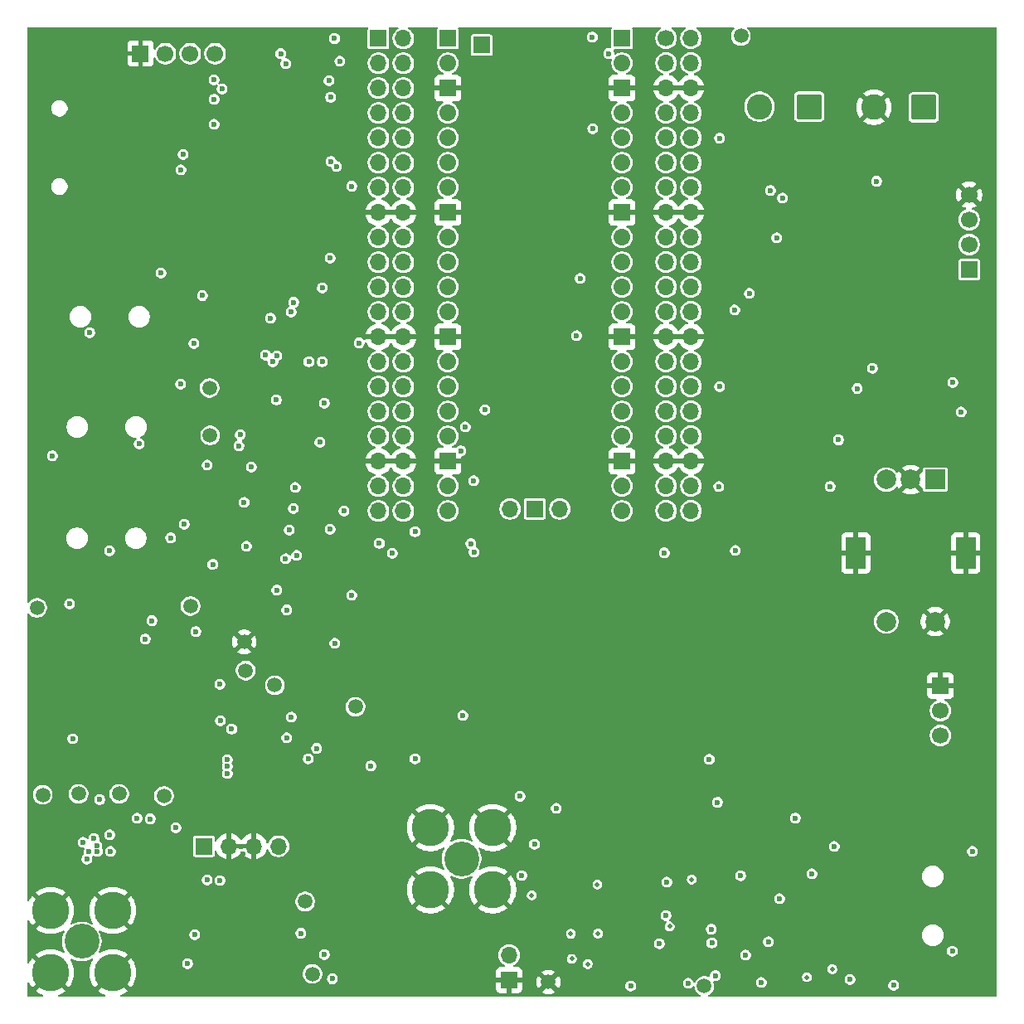
<source format=gbr>
%TF.GenerationSoftware,KiCad,Pcbnew,9.0.7-9.0.7~ubuntu24.04.1*%
%TF.CreationDate,2026-02-19T22:15:46-08:00*%
%TF.ProjectId,Intro-to-CAD-2026,496e7472-6f2d-4746-9f2d-4341442d3230,rev?*%
%TF.SameCoordinates,Original*%
%TF.FileFunction,Copper,L2,Inr*%
%TF.FilePolarity,Positive*%
%FSLAX46Y46*%
G04 Gerber Fmt 4.6, Leading zero omitted, Abs format (unit mm)*
G04 Created by KiCad (PCBNEW 9.0.7-9.0.7~ubuntu24.04.1) date 2026-02-19 22:15:46*
%MOMM*%
%LPD*%
G01*
G04 APERTURE LIST*
G04 Aperture macros list*
%AMRoundRect*
0 Rectangle with rounded corners*
0 $1 Rounding radius*
0 $2 $3 $4 $5 $6 $7 $8 $9 X,Y pos of 4 corners*
0 Add a 4 corners polygon primitive as box body*
4,1,4,$2,$3,$4,$5,$6,$7,$8,$9,$2,$3,0*
0 Add four circle primitives for the rounded corners*
1,1,$1+$1,$2,$3*
1,1,$1+$1,$4,$5*
1,1,$1+$1,$6,$7*
1,1,$1+$1,$8,$9*
0 Add four rect primitives between the rounded corners*
20,1,$1+$1,$2,$3,$4,$5,0*
20,1,$1+$1,$4,$5,$6,$7,0*
20,1,$1+$1,$6,$7,$8,$9,0*
20,1,$1+$1,$8,$9,$2,$3,0*%
G04 Aperture macros list end*
%TA.AperFunction,ComponentPad*%
%ADD10RoundRect,0.250000X1.050000X1.050000X-1.050000X1.050000X-1.050000X-1.050000X1.050000X-1.050000X0*%
%TD*%
%TA.AperFunction,ComponentPad*%
%ADD11C,2.600000*%
%TD*%
%TA.AperFunction,ComponentPad*%
%ADD12C,1.500000*%
%TD*%
%TA.AperFunction,ComponentPad*%
%ADD13C,0.500000*%
%TD*%
%TA.AperFunction,ComponentPad*%
%ADD14C,3.556000*%
%TD*%
%TA.AperFunction,ComponentPad*%
%ADD15C,3.810000*%
%TD*%
%TA.AperFunction,ComponentPad*%
%ADD16R,1.700000X1.700000*%
%TD*%
%TA.AperFunction,ComponentPad*%
%ADD17O,1.700000X1.700000*%
%TD*%
%TA.AperFunction,ComponentPad*%
%ADD18C,1.700000*%
%TD*%
%TA.AperFunction,ComponentPad*%
%ADD19R,2.000000X2.000000*%
%TD*%
%TA.AperFunction,ComponentPad*%
%ADD20C,2.000000*%
%TD*%
%TA.AperFunction,ComponentPad*%
%ADD21R,2.000000X3.200000*%
%TD*%
%TA.AperFunction,ViaPad*%
%ADD22C,0.600000*%
%TD*%
%TA.AperFunction,ViaPad*%
%ADD23C,0.500000*%
%TD*%
G04 APERTURE END LIST*
D10*
%TO.N,/H-Bridge/5V*%
%TO.C,J18*%
X192970000Y-39630000D03*
D11*
%TO.N,GND*%
X187890000Y-39630000D03*
%TD*%
D12*
%TO.N,Net-(C59-Pad1)*%
%TO.C,TP8*%
X170575000Y-129350000D03*
%TD*%
D13*
%TO.N,GND*%
%TO.C,U6*%
X150310000Y-58050000D03*
X152310000Y-58050000D03*
X154310000Y-58050000D03*
X150310000Y-56050000D03*
X152310000Y-56050000D03*
X154310000Y-56050000D03*
X150310000Y-54050000D03*
X152310000Y-54050000D03*
X154310000Y-54050000D03*
%TD*%
D12*
%TO.N,Net-(C3-Pad2)*%
%TO.C,TP1*%
X120060000Y-68290000D03*
%TD*%
D14*
%TO.N,Net-(J11-In)*%
%TO.C,J11*%
X107005000Y-124815000D03*
D15*
%TO.N,GND*%
X103830000Y-121640000D03*
X103830000Y-127990000D03*
X110180000Y-121640000D03*
X110180000Y-127990000D03*
%TD*%
D12*
%TO.N,GND*%
%TO.C,TP10*%
X123600000Y-94220000D03*
%TD*%
%TO.N,Net-(U7-1B1)*%
%TO.C,TP14*%
X103030000Y-109840000D03*
%TD*%
D16*
%TO.N,Net-(JP86-A)*%
%TO.C,Je3*%
X119480000Y-115080000D03*
D17*
%TO.N,GND*%
X122020000Y-115080000D03*
X124560000Y-115080000D03*
%TO.N,Net-(JP86-B)*%
X127100000Y-115080000D03*
%TD*%
D16*
%TO.N,GND*%
%TO.C,J15*%
X113010000Y-34140000D03*
D18*
%TO.N,+3.3V*%
X115550000Y-34140000D03*
%TO.N,/SCL*%
X118090000Y-34140000D03*
%TO.N,/SDA*%
X120630000Y-34140000D03*
%TD*%
D16*
%TO.N,GND*%
%TO.C,J5*%
X150650000Y-128750000D03*
D17*
%TO.N,Net-(J5-Pin_2)*%
X150650000Y-126210000D03*
%TD*%
D12*
%TO.N,+4.7V*%
%TO.C,TP25*%
X174310000Y-32350000D03*
%TD*%
%TO.N,GND*%
%TO.C,TP12*%
X154660000Y-128960000D03*
%TD*%
D17*
%TO.N,Net-(J3-Pin_20)*%
%TO.C,J3*%
X166680000Y-80840000D03*
X169220000Y-80840000D03*
%TO.N,Net-(J3-Pin_19)*%
X166680000Y-78300000D03*
X169220000Y-78300000D03*
%TO.N,GND*%
X166680000Y-75760000D03*
X169220000Y-75760000D03*
%TO.N,Net-(J3-Pin_17)*%
X166680000Y-73220000D03*
X169220000Y-73220000D03*
%TO.N,Net-(J3-Pin_16)*%
X166680000Y-70680000D03*
X169220000Y-70680000D03*
%TO.N,Net-(J3-Pin_15)*%
X166680000Y-68140000D03*
X169220000Y-68140000D03*
%TO.N,Net-(J3-Pin_14)*%
X166680000Y-65600000D03*
X169220000Y-65600000D03*
%TO.N,GND*%
X166680000Y-63060000D03*
X169220000Y-63060000D03*
%TO.N,Net-(J3-Pin_12)*%
X166680000Y-60520000D03*
X169220000Y-60520000D03*
%TO.N,+3.3V*%
X166680000Y-57980000D03*
X169220000Y-57980000D03*
%TO.N,Net-(J3-Pin_10)*%
X166680000Y-55440000D03*
X169220000Y-55440000D03*
%TO.N,Net-(J3-Pin_32)*%
X166680000Y-52900000D03*
X169220000Y-52900000D03*
%TO.N,GND*%
X166680000Y-50360000D03*
X169220000Y-50360000D03*
%TO.N,Net-(J3-Pin_34)*%
X166680000Y-47820000D03*
X169220000Y-47820000D03*
%TO.N,Net-(J3-Pin_35)*%
X166680000Y-45280000D03*
X169220000Y-45280000D03*
%TO.N,Net-(J3-Pin_36)*%
X166680000Y-42740000D03*
X169220000Y-42740000D03*
%TO.N,Net-(J3-Pin_37)*%
X166680000Y-40200000D03*
X169220000Y-40200000D03*
%TO.N,GND*%
X166680000Y-37660000D03*
X169220000Y-37660000D03*
%TO.N,Net-(J3-Pin_2)*%
X166680000Y-35120000D03*
X169220000Y-35120000D03*
D18*
%TO.N,Net-(J3-Pin_1)*%
X166680000Y-32580000D03*
D17*
X169220000Y-32580000D03*
%TD*%
D12*
%TO.N,Net-(C21-Pad2)*%
%TO.C,TP18*%
X102460000Y-90740000D03*
%TD*%
%TO.N,Net-(C4-Pad2)*%
%TO.C,TP2*%
X120110000Y-73130000D03*
%TD*%
D17*
%TO.N,Net-(J4-Pin_1)*%
%TO.C,U3*%
X144400000Y-32600000D03*
%TO.N,Net-(J4-Pin_2)*%
X144400000Y-35140000D03*
D16*
%TO.N,GND*%
X144400000Y-37680000D03*
D17*
%TO.N,Net-(J4-Pin_4)*%
X144400000Y-40220000D03*
%TO.N,Net-(J4-Pin_5)*%
X144400000Y-42760000D03*
%TO.N,Net-(J4-Pin_6)*%
X144400000Y-45300000D03*
%TO.N,Net-(J4-Pin_7)*%
X144400000Y-47840000D03*
D16*
%TO.N,GND*%
X144400000Y-50380000D03*
D17*
%TO.N,Net-(J4-Pin_9)*%
X144400000Y-52920000D03*
%TO.N,Net-(J4-Pin_10)*%
X144400000Y-55460000D03*
%TO.N,Net-(J4-Pin_11)*%
X144400000Y-58000000D03*
%TO.N,Net-(J4-Pin_12)*%
X144400000Y-60540000D03*
D16*
%TO.N,GND*%
X144400000Y-63080000D03*
D17*
%TO.N,Net-(J4-Pin_14)*%
X144400000Y-65620000D03*
%TO.N,Net-(J4-Pin_15)*%
X144400000Y-68160000D03*
%TO.N,Net-(J4-Pin_16)*%
X144400000Y-70700000D03*
%TO.N,Net-(J4-Pin_17)*%
X144400000Y-73240000D03*
D16*
%TO.N,GND*%
X144400000Y-75780000D03*
D17*
%TO.N,Net-(J4-Pin_19)*%
X144400000Y-78320000D03*
%TO.N,Net-(J4-Pin_20)*%
X144400000Y-80860000D03*
%TO.N,Net-(J10-Pin_20)*%
X162180000Y-80860000D03*
%TO.N,Net-(J10-Pin_19)*%
X162180000Y-78320000D03*
D16*
%TO.N,GND*%
X162180000Y-75780000D03*
D17*
%TO.N,Net-(J10-Pin_17)*%
X162180000Y-73240000D03*
%TO.N,Net-(J10-Pin_16)*%
X162180000Y-70700000D03*
%TO.N,Net-(J10-Pin_15)*%
X162180000Y-68160000D03*
%TO.N,Net-(J10-Pin_14)*%
X162180000Y-65620000D03*
D16*
%TO.N,GND*%
X162180000Y-63080000D03*
D17*
%TO.N,Net-(J10-Pin_12)*%
X162180000Y-60540000D03*
%TO.N,/Raspberry_Pi_Pico/RST*%
X162180000Y-58000000D03*
%TO.N,Net-(J10-Pin_10)*%
X162180000Y-55460000D03*
%TO.N,Net-(J10-Pin_9)*%
X162180000Y-52920000D03*
D16*
%TO.N,GND*%
X162180000Y-50380000D03*
D17*
%TO.N,Net-(J10-Pin_7)*%
X162180000Y-47840000D03*
%TO.N,Net-(J10-Pin_6)*%
X162180000Y-45300000D03*
%TO.N,Net-(J10-Pin_5)*%
X162180000Y-42760000D03*
%TO.N,Net-(J10-Pin_4)*%
X162180000Y-40220000D03*
D16*
%TO.N,GND*%
X162180000Y-37680000D03*
D17*
%TO.N,Net-(J10-Pin_2)*%
X162180000Y-35140000D03*
%TO.N,Net-(J10-Pin_1)*%
X162180000Y-32600000D03*
%TO.N,unconnected-(U3-SWCLK-Pad41)*%
X150750000Y-80630000D03*
D16*
%TO.N,unconnected-(U3-GND-Pad42)*%
X153290000Y-80630000D03*
D17*
%TO.N,unconnected-(U3-SWDIO-Pad43)_1*%
X155830000Y-80630000D03*
%TD*%
D12*
%TO.N,Net-(U7-1B2)*%
%TO.C,TP16*%
X106680000Y-109730000D03*
%TD*%
%TO.N,Net-(U4-CLK1)*%
%TO.C,TP4*%
X126720000Y-98650000D03*
%TD*%
%TO.N,Net-(TR1-C_RX)*%
%TO.C,TP11*%
X129820000Y-120730000D03*
%TD*%
%TO.N,Net-(U4-CLK0)*%
%TO.C,TP3*%
X134970000Y-100840000D03*
%TD*%
D16*
%TO.N,Net-(J10-Pin_1)*%
%TO.C,J7*%
X147830000Y-33290000D03*
%TD*%
D12*
%TO.N,/Si5351a/CLK2*%
%TO.C,TP5*%
X123740000Y-97150000D03*
%TD*%
D16*
%TO.N,Net-(J4-Pin_1)*%
%TO.C,J4*%
X144400000Y-32600000D03*
D18*
%TO.N,Net-(J4-Pin_2)*%
X144400000Y-35140000D03*
%TO.N,GND*%
X144400000Y-37680000D03*
%TO.N,Net-(J4-Pin_4)*%
X144400000Y-40220000D03*
%TO.N,Net-(J4-Pin_5)*%
X144400000Y-42760000D03*
%TO.N,Net-(J4-Pin_6)*%
X144400000Y-45300000D03*
%TO.N,Net-(J4-Pin_7)*%
X144400000Y-47840000D03*
%TO.N,GND*%
X144400000Y-50380000D03*
%TO.N,Net-(J4-Pin_9)*%
X144400000Y-52920000D03*
%TO.N,Net-(J4-Pin_10)*%
X144400000Y-55460000D03*
%TO.N,Net-(J4-Pin_11)*%
X144400000Y-58000000D03*
%TO.N,Net-(J4-Pin_12)*%
X144400000Y-60540000D03*
%TO.N,GND*%
X144400000Y-63080000D03*
%TO.N,Net-(J4-Pin_14)*%
X144400000Y-65620000D03*
%TO.N,Net-(J4-Pin_15)*%
X144400000Y-68160000D03*
%TO.N,Net-(J4-Pin_16)*%
X144400000Y-70700000D03*
%TO.N,Net-(J4-Pin_17)*%
X144400000Y-73240000D03*
%TO.N,GND*%
X144400000Y-75780000D03*
%TO.N,Net-(J4-Pin_19)*%
X144400000Y-78320000D03*
%TO.N,Net-(J4-Pin_20)*%
X144400000Y-80860000D03*
%TD*%
D19*
%TO.N,/ANG_A*%
%TO.C,SW1*%
X194160000Y-77650000D03*
D20*
%TO.N,/ANG_B*%
X189160000Y-77650000D03*
%TO.N,GND*%
X191660000Y-77650000D03*
D21*
X197260000Y-85150000D03*
X186060000Y-85150000D03*
D20*
%TO.N,/SW_C*%
X189160000Y-92150000D03*
%TO.N,GND*%
X194160000Y-92150000D03*
%TD*%
D12*
%TO.N,Net-(C18-Pad2)*%
%TO.C,TP17*%
X118110000Y-90560000D03*
%TD*%
D16*
%TO.N,GND*%
%TO.C,J14*%
X194698500Y-98701501D03*
D18*
%TO.N,Net-(D11-DOUT)*%
X194698500Y-101241501D03*
%TO.N,+3.3V*%
X194698500Y-103781501D03*
%TD*%
D14*
%TO.N,/Si5351a/CLK2*%
%TO.C,J8*%
X145795000Y-116365000D03*
D15*
%TO.N,GND*%
X148970000Y-119540000D03*
X148970000Y-113190000D03*
X142620000Y-119540000D03*
X142620000Y-113190000D03*
%TD*%
D12*
%TO.N,Net-(U7-1B4)*%
%TO.C,TP7*%
X115400000Y-109950000D03*
%TD*%
D16*
%TO.N,+3.3V*%
%TO.C,J6*%
X197620000Y-56190000D03*
D18*
%TO.N,/TRIG*%
X197620000Y-53650000D03*
%TO.N,/ECHO*%
X197620000Y-51110000D03*
%TO.N,GND*%
X197620000Y-48570000D03*
%TD*%
D12*
%TO.N,Net-(U7-1B3)*%
%TO.C,TP6*%
X110840000Y-109740000D03*
%TD*%
D18*
%TO.N,Net-(J10-Pin_20)*%
%TO.C,J10*%
X162180000Y-80860000D03*
%TO.N,Net-(J10-Pin_19)*%
X162180000Y-78320000D03*
%TO.N,GND*%
X162180000Y-75780000D03*
%TO.N,Net-(J10-Pin_17)*%
X162180000Y-73240000D03*
%TO.N,Net-(J10-Pin_16)*%
X162180000Y-70700000D03*
%TO.N,Net-(J10-Pin_15)*%
X162180000Y-68160000D03*
%TO.N,Net-(J10-Pin_14)*%
X162180000Y-65620000D03*
%TO.N,GND*%
X162180000Y-63080000D03*
%TO.N,Net-(J10-Pin_12)*%
X162180000Y-60540000D03*
%TO.N,/Raspberry_Pi_Pico/RST*%
X162180000Y-58000000D03*
%TO.N,Net-(J10-Pin_10)*%
X162180000Y-55460000D03*
%TO.N,Net-(J10-Pin_9)*%
X162180000Y-52920000D03*
%TO.N,GND*%
X162180000Y-50380000D03*
%TO.N,Net-(J10-Pin_7)*%
X162180000Y-47840000D03*
%TO.N,Net-(J10-Pin_6)*%
X162180000Y-45300000D03*
%TO.N,Net-(J10-Pin_5)*%
X162180000Y-42760000D03*
%TO.N,Net-(J10-Pin_4)*%
X162180000Y-40220000D03*
%TO.N,GND*%
X162180000Y-37680000D03*
%TO.N,Net-(J10-Pin_2)*%
X162180000Y-35140000D03*
D16*
%TO.N,Net-(J10-Pin_1)*%
X162180000Y-32600000D03*
%TD*%
D12*
%TO.N,VDDA*%
%TO.C,TP26*%
X130570000Y-128120000D03*
%TD*%
D16*
%TO.N,Net-(J2-Pin_1)*%
%TO.C,J2*%
X137310000Y-32606000D03*
D17*
X139850000Y-32606000D03*
%TO.N,Net-(J2-Pin_2)*%
X137310000Y-35146000D03*
X139850000Y-35146000D03*
%TO.N,+3.3V*%
X137310000Y-37686000D03*
X139850000Y-37686000D03*
%TO.N,Net-(J2-Pin_37)*%
X137310000Y-40226000D03*
X139850000Y-40226000D03*
%TO.N,Net-(J2-Pin_36)*%
X137310000Y-42766000D03*
X139850000Y-42766000D03*
%TO.N,Net-(J2-Pin_35)*%
X137310000Y-45306000D03*
X139850000Y-45306000D03*
%TO.N,Net-(J2-Pin_34)*%
X137310000Y-47846000D03*
X139850000Y-47846000D03*
%TO.N,GND*%
X137310000Y-50386000D03*
X139850000Y-50386000D03*
%TO.N,Net-(J2-Pin_32)*%
X137310000Y-52926000D03*
X139850000Y-52926000D03*
%TO.N,Net-(J2-Pin_10)*%
X137310000Y-55466000D03*
X139850000Y-55466000D03*
%TO.N,Net-(J2-Pin_11)*%
X137310000Y-58006000D03*
X139850000Y-58006000D03*
%TO.N,Net-(J2-Pin_12)*%
X137310000Y-60546000D03*
X139850000Y-60546000D03*
%TO.N,GND*%
X137310000Y-63086000D03*
X139850000Y-63086000D03*
%TO.N,Net-(J2-Pin_14)*%
X137310000Y-65626000D03*
X139850000Y-65626000D03*
%TO.N,Net-(J2-Pin_15)*%
X137310000Y-68166000D03*
X139850000Y-68166000D03*
%TO.N,Net-(J2-Pin_16)*%
X137310000Y-70706000D03*
X139850000Y-70706000D03*
%TO.N,Net-(J2-Pin_17)*%
X137310000Y-73246000D03*
X139850000Y-73246000D03*
%TO.N,GND*%
X137310000Y-75786000D03*
X139850000Y-75786000D03*
%TO.N,Net-(J2-Pin_19)*%
X137310000Y-78326000D03*
X139850000Y-78326000D03*
%TO.N,Net-(J2-Pin_20)*%
X137310000Y-80866000D03*
X139850000Y-80866000D03*
%TD*%
D10*
%TO.N,Net-(J17-Pin_1)*%
%TO.C,J17*%
X181300000Y-39562500D03*
D11*
%TO.N,Net-(J17-Pin_2)*%
X176220000Y-39562500D03*
%TD*%
D22*
%TO.N,GND*%
X126000000Y-42230000D03*
X126560000Y-93000000D03*
X118890000Y-84880000D03*
X118910000Y-88100000D03*
X118650000Y-91930000D03*
X107970000Y-104400000D03*
X108290000Y-106790000D03*
X109430000Y-111740000D03*
X107070000Y-111520000D03*
X107390000Y-113130000D03*
X102920000Y-117140000D03*
X192730000Y-73000000D03*
X178630000Y-62110000D03*
X174850000Y-68300000D03*
X129780000Y-54180000D03*
X116130000Y-70680000D03*
X133860000Y-84470000D03*
X136440000Y-99070000D03*
X136440000Y-92430000D03*
X134490000Y-92270000D03*
X116280000Y-87440000D03*
X121340000Y-94840000D03*
X119690000Y-110100000D03*
X119600000Y-107640000D03*
X116440000Y-129570000D03*
X138620000Y-124290000D03*
X114940000Y-79770000D03*
X113570000Y-80770000D03*
%TO.N,Net-(JP19-B)*%
X116090000Y-83600000D03*
X117485000Y-82205000D03*
%TO.N,GND*%
X126120000Y-78530000D03*
X121680000Y-77870000D03*
X105050000Y-33990000D03*
X109460000Y-52820000D03*
X103690000Y-61780000D03*
X102980000Y-81980000D03*
X108540000Y-82350000D03*
X108430000Y-87290000D03*
X110770000Y-86190000D03*
X112790000Y-90990000D03*
X101810000Y-108740000D03*
X104770000Y-108080000D03*
X108830000Y-109030000D03*
X104880000Y-109770000D03*
X121100000Y-92010000D03*
X110480000Y-93590000D03*
X109100000Y-96580000D03*
X102550000Y-101330000D03*
X105730000Y-101920000D03*
X109240000Y-103370000D03*
X109240000Y-100860000D03*
X110710000Y-100940000D03*
X113800000Y-102940000D03*
X110830000Y-102810000D03*
X109400000Y-104560000D03*
X109800000Y-107320000D03*
X113520000Y-108200000D03*
X117160000Y-110410000D03*
%TO.N,Net-(U7-1B2)*%
X108846000Y-110330000D03*
%TO.N,GND*%
X102570000Y-111480000D03*
X136160000Y-129590000D03*
X121080000Y-127510000D03*
X121220000Y-121590000D03*
X113310000Y-119790000D03*
X117790000Y-112410000D03*
X121300000Y-112360000D03*
X127580000Y-112280000D03*
X124420000Y-112280000D03*
X128990000Y-117460000D03*
X128900000Y-114600000D03*
X128160000Y-109380000D03*
X117330000Y-103100000D03*
X118100000Y-105570000D03*
X115730000Y-102240000D03*
X112200000Y-104630000D03*
X113620000Y-98580000D03*
X108840000Y-94530000D03*
X110600000Y-95780000D03*
X101850000Y-89430000D03*
X101780000Y-96520000D03*
X101830000Y-92400000D03*
X109570000Y-92090000D03*
X115850000Y-90280000D03*
X116260000Y-85100000D03*
X182340000Y-108020000D03*
X192950000Y-110860000D03*
X163510000Y-100610000D03*
X169050000Y-95970000D03*
X176740000Y-95970000D03*
X185390000Y-95700000D03*
X191690000Y-84980000D03*
X184150000Y-62500000D03*
X192240000Y-62760000D03*
X197620000Y-64850000D03*
X195230000Y-64770000D03*
X167420000Y-91900000D03*
X165220000Y-91920000D03*
X148890000Y-85970000D03*
X154840000Y-86330000D03*
X131420000Y-82880000D03*
X128960000Y-84250000D03*
X132080000Y-86320000D03*
X132110000Y-87450000D03*
X126750000Y-87020000D03*
X130990000Y-89460000D03*
X131110509Y-91100509D03*
X131475000Y-94385000D03*
X129830000Y-94810000D03*
X129700000Y-96040000D03*
X130960000Y-96090000D03*
X122990000Y-98310000D03*
X125110000Y-97570000D03*
X128100000Y-99950000D03*
X130390000Y-100210000D03*
X130280000Y-61070000D03*
X131470000Y-58870000D03*
%TO.N,/FMT*%
X131560000Y-65620000D03*
X130200000Y-65620000D03*
%TO.N,GND*%
X131460000Y-74770000D03*
X131440000Y-76890000D03*
X131420000Y-79430000D03*
X131440000Y-81890000D03*
X131570000Y-85470000D03*
X125280000Y-90250000D03*
X124830000Y-82350000D03*
X124070000Y-88860000D03*
X125400000Y-87030000D03*
X141870000Y-100840000D03*
X140010000Y-100910000D03*
X136690000Y-109110000D03*
X140800000Y-108960000D03*
X199740000Y-121240000D03*
X194250000Y-121110000D03*
X186120000Y-116410000D03*
X176720000Y-116630000D03*
X174020000Y-124060000D03*
X173470000Y-117210000D03*
X170360000Y-117080000D03*
X167850000Y-109680000D03*
X149160000Y-94110000D03*
X155440000Y-101270000D03*
X155340000Y-93450000D03*
X155900000Y-73160000D03*
X192410000Y-46530000D03*
X192140000Y-51650000D03*
X192140000Y-56860000D03*
X184770000Y-56550000D03*
X184550000Y-51650000D03*
X184190000Y-46740000D03*
X186560000Y-34830000D03*
X153460000Y-32300000D03*
X153610000Y-35990000D03*
X153310000Y-48340000D03*
X154610000Y-40080000D03*
X125810000Y-46860000D03*
X125490000Y-37430000D03*
X130360000Y-37690000D03*
X130240000Y-46730000D03*
X107090000Y-44010000D03*
X103270000Y-58040000D03*
X102980000Y-69820000D03*
X109200000Y-73330000D03*
X133450000Y-74680000D03*
X133470000Y-64310000D03*
X133550000Y-57040000D03*
X135990000Y-82190000D03*
%TO.N,/BCK*%
X133780000Y-80860000D03*
%TO.N,GND*%
X133800000Y-87940000D03*
X136960000Y-87820000D03*
X140260000Y-87780000D03*
X141730000Y-87810000D03*
X142030000Y-93310000D03*
X139990000Y-93270000D03*
X174590000Y-80800000D03*
X173000000Y-80830000D03*
X174580000Y-74620000D03*
X172990000Y-74640000D03*
X197360000Y-60910000D03*
X195220000Y-60950000D03*
X177520000Y-49670000D03*
X178990000Y-43530000D03*
X179200000Y-50550000D03*
%TO.N,/INA*%
X177965850Y-52961379D03*
%TO.N,/INB*%
X178560000Y-48910000D03*
%TO.N,/H-Bridge/5V*%
X177340000Y-48120000D03*
X188180000Y-47180000D03*
%TO.N,GND*%
X129920000Y-92830000D03*
X103990000Y-106390000D03*
X130810000Y-110710000D03*
X117360000Y-116660000D03*
X119850000Y-65720000D03*
X123770000Y-109320000D03*
X152690000Y-64360000D03*
X186700000Y-77030000D03*
X122960000Y-70760000D03*
X123340000Y-115080000D03*
X104650000Y-90340000D03*
X181150000Y-90830000D03*
X163430000Y-118650000D03*
X105900000Y-117540000D03*
X127260000Y-128300000D03*
X121660000Y-67760000D03*
X184230000Y-123710000D03*
X124940000Y-83360000D03*
X135340000Y-111210000D03*
X104140000Y-97000000D03*
X162620000Y-111980000D03*
X130940000Y-92870000D03*
X119880000Y-61630000D03*
X104660000Y-92090000D03*
X102390000Y-75130000D03*
X179270000Y-52980000D03*
X122860000Y-61650000D03*
X126460000Y-75920000D03*
X121520000Y-42630000D03*
X110840000Y-99980000D03*
X125750000Y-85440000D03*
X146820000Y-37460000D03*
X146080000Y-38910000D03*
X159180000Y-38960000D03*
X109470000Y-116810500D03*
X164450000Y-115230000D03*
X121470000Y-89620000D03*
X171360000Y-103890000D03*
X128461565Y-84690000D03*
X102600000Y-86330000D03*
X182500000Y-80740000D03*
X119320000Y-83250000D03*
X117370000Y-121300000D03*
X105880000Y-106260000D03*
X133090000Y-108840000D03*
X113890000Y-101660000D03*
X129370000Y-63000000D03*
X128960000Y-82000000D03*
X167340000Y-113820000D03*
X130000000Y-104330000D03*
X152770000Y-128770000D03*
X124917322Y-79568998D03*
X129927000Y-102848892D03*
X153820000Y-122570000D03*
X133550000Y-111170000D03*
X152280000Y-59130000D03*
X129360000Y-125010000D03*
X102770000Y-65790000D03*
X117780000Y-74190000D03*
X108720000Y-97800000D03*
X104760000Y-77910000D03*
X117090000Y-126010000D03*
X116200000Y-92110000D03*
X105920000Y-111920000D03*
X139630000Y-129440000D03*
X181620000Y-122510000D03*
X110570000Y-63050000D03*
X119800000Y-124130000D03*
X111720000Y-106240000D03*
X127430000Y-129190000D03*
X116960000Y-108640000D03*
X132338637Y-88725557D03*
X123480000Y-115920000D03*
X114670000Y-115550000D03*
X117450000Y-77620000D03*
X126410000Y-120510000D03*
X125170000Y-117400000D03*
X178380000Y-103570000D03*
X135010000Y-113700000D03*
X156400000Y-41900000D03*
X103460000Y-104520000D03*
X133830000Y-106110000D03*
X117120000Y-41430000D03*
X121020000Y-55940000D03*
X154390000Y-64430000D03*
X112840000Y-67530000D03*
X123900000Y-69490000D03*
X113000000Y-110060000D03*
X122390000Y-79860000D03*
X155090000Y-113760000D03*
X126090000Y-57510000D03*
X131790000Y-99240000D03*
X131680000Y-103910000D03*
X118320000Y-47180000D03*
X122980000Y-100660000D03*
X114560000Y-106420000D03*
X118630000Y-101890000D03*
X159510000Y-113560000D03*
X104960000Y-100320000D03*
X185250000Y-103590000D03*
X160620000Y-114960000D03*
X123850000Y-104920000D03*
X131620000Y-62400000D03*
X109800000Y-98640000D03*
X131630000Y-95020000D03*
X148910000Y-42040000D03*
X133177000Y-117650000D03*
X118090000Y-43030000D03*
X181690000Y-71640000D03*
X121030000Y-79350000D03*
X117930000Y-39020000D03*
X122140000Y-47360000D03*
X109200000Y-102040000D03*
X170420000Y-124380000D03*
X109960000Y-113070000D03*
X167290000Y-130030000D03*
X112360000Y-115490000D03*
X119000000Y-56610000D03*
X116110000Y-104080000D03*
X129130000Y-79460000D03*
X166500000Y-117520000D03*
X123120000Y-71600000D03*
X153560000Y-127860000D03*
X112130000Y-57900000D03*
X192100000Y-103540000D03*
X123130000Y-72220000D03*
X133840000Y-120470000D03*
X104940000Y-98360000D03*
X124690000Y-73440000D03*
X118330000Y-45190000D03*
X116780000Y-127340000D03*
X168290000Y-122380000D03*
X145330000Y-129000000D03*
X102280000Y-77760000D03*
X181160000Y-82650000D03*
X111400000Y-76770000D03*
X152460000Y-39230000D03*
%TO.N,+3.3V*%
X121340000Y-37770000D03*
X127940000Y-90950000D03*
X132850000Y-94360000D03*
X130989443Y-105092000D03*
X147040000Y-77760000D03*
X159190000Y-41810000D03*
X148183000Y-70521641D03*
X124320000Y-76360000D03*
X123591540Y-79978460D03*
X130120000Y-106170000D03*
X172130000Y-42780000D03*
X186193913Y-68343500D03*
X119320000Y-58860000D03*
X123820000Y-84450000D03*
X126290000Y-61160000D03*
X175190000Y-58630000D03*
%TO.N,Net-(JP18-A)*%
X117100000Y-67900000D03*
%TO.N,Net-(JP86-A)*%
X119820000Y-118530000D03*
%TO.N,VDDA*%
X121860000Y-106250000D03*
X121100000Y-98550000D03*
X151950000Y-118080000D03*
X129390000Y-123970000D03*
X132600000Y-128625000D03*
X106080000Y-104100000D03*
X120380000Y-86300000D03*
X113480000Y-93920000D03*
X118650000Y-93160000D03*
X131790000Y-126150000D03*
X114190000Y-92050000D03*
X121860000Y-106920000D03*
X116620000Y-113200000D03*
X121160000Y-102260000D03*
X121860000Y-107670000D03*
X122320000Y-103130000D03*
%TO.N,/WS*%
X128196500Y-82793931D03*
%TO.N,Net-(JP86-B)*%
X121130000Y-118580000D03*
%TO.N,+4.7V*%
X160840000Y-34140000D03*
X157892000Y-57100000D03*
%TO.N,Net-(U7-1B2)*%
X108526500Y-115012947D03*
X108606500Y-115623331D03*
%TO.N,Net-(U7-1B1)*%
X108254505Y-114276132D03*
X107757782Y-115670040D03*
%TO.N,/I*%
X112880000Y-74000000D03*
%TO.N,/Q*%
X105760000Y-90350000D03*
%TO.N,Net-(Q1-D)*%
X146732459Y-84185459D03*
X137390000Y-84160000D03*
%TO.N,Net-(JP19-B)*%
X119810000Y-76170000D03*
%TO.N,Net-(U7-1B3)*%
X107515915Y-116394511D03*
X107149220Y-114691842D03*
%TO.N,/Si5351a/CLK2*%
X128408718Y-101902616D03*
X145910000Y-101730000D03*
%TO.N,Net-(JP88-B)*%
X118540000Y-124100000D03*
%TO.N,/BCK*%
X128629223Y-80577618D03*
%TO.N,/DATA*%
X128820000Y-78450000D03*
%TO.N,/SDA*%
X127320000Y-34140000D03*
%TO.N,/SCL*%
X127840000Y-35181500D03*
%TO.N,Net-(JP2-A)*%
X157540000Y-62960000D03*
%TO.N,/Raspberry_Pi_Pico/GPIO12*%
X131792834Y-69831241D03*
X146170000Y-72270000D03*
%TO.N,/Raspberry_Pi_Pico/GPIO13*%
X131319319Y-73836931D03*
X145730000Y-74710000D03*
%TO.N,Net-(U7-VCC)*%
X114020000Y-112290000D03*
X112660000Y-112230000D03*
%TO.N,Net-(U4-VDDO)*%
X128950000Y-85390000D03*
X127930000Y-104010000D03*
X125780000Y-64930000D03*
X126921000Y-88930000D03*
X127827000Y-85730000D03*
X126930000Y-65010000D03*
%TO.N,Net-(JP1-B)*%
X117820000Y-127070000D03*
%TO.N,Net-(e3-B)*%
X195900000Y-125800000D03*
%TO.N,Net-(e4-B)*%
X104001900Y-75216005D03*
%TO.N,Net-(e5-B)*%
X109850000Y-84930000D03*
%TO.N,Net-(J10-Pin_1)*%
X159150000Y-32460000D03*
%TO.N,/MOSI*%
X117350000Y-44440000D03*
%TO.N,/FMT*%
X123063870Y-74188358D03*
X123188329Y-73067999D03*
X126530000Y-65620000D03*
%TO.N,/MD1*%
X126890000Y-69520000D03*
%TO.N,/CS*%
X133030000Y-45670000D03*
X133370000Y-34930000D03*
X117130000Y-46030000D03*
%TO.N,/SPI_CK*%
X120510000Y-41370000D03*
%TO.N,/SD_CD*%
X132250000Y-36910000D03*
X120510000Y-36830000D03*
X132450000Y-45150000D03*
%TO.N,/MISO*%
X132820000Y-32610000D03*
X132416500Y-38608855D03*
X120513000Y-38810000D03*
%TO.N,/SDIN*%
X128667500Y-59538416D03*
%TO.N,/MCLK*%
X131570000Y-58060000D03*
%TO.N,/LRCK*%
X128380000Y-60530000D03*
%TO.N,Net-(U7-1B4)*%
X109943500Y-115611029D03*
X109867657Y-113914972D03*
%TO.N,VAH*%
X138718000Y-85160000D03*
X147060000Y-85060000D03*
%TO.N,Net-(e6-A)*%
X115100000Y-56550000D03*
X141040000Y-106150000D03*
X132370000Y-55030000D03*
X141040000Y-82980000D03*
X171090000Y-106210000D03*
X132360000Y-82730000D03*
%TO.N,Net-(e7-B)*%
X171930000Y-110600000D03*
X136540000Y-106880000D03*
X135340000Y-63690000D03*
X118460000Y-63730000D03*
D23*
%TO.N,VAO*%
X159660000Y-118990000D03*
X156950000Y-124020000D03*
X159720000Y-124010000D03*
X152960000Y-120100000D03*
X169287500Y-118480000D03*
X183650000Y-127640000D03*
X167050000Y-123270000D03*
X181050000Y-128460000D03*
X157050000Y-126570000D03*
X158680000Y-127110000D03*
D22*
%TO.N,Net-(C57-Pad2)*%
X171349475Y-124978000D03*
X171288811Y-123561189D03*
%TO.N,Net-(C59-Pad1)*%
X166002732Y-125050268D03*
X155470889Y-111213500D03*
%TO.N,Net-(C59-Pad2)*%
X176400000Y-128990000D03*
X189910000Y-129280000D03*
%TO.N,Net-(C60-Pad2)*%
X183840000Y-115110000D03*
X197950000Y-115620000D03*
%TO.N,Net-(Q3-B)*%
X174300000Y-118100000D03*
X166675000Y-122150000D03*
%TO.N,Net-(Q4-B)*%
X185460000Y-128680000D03*
X163060000Y-129350000D03*
%TO.N,Net-(D6-Pad1)*%
X171701028Y-128293500D03*
X168950000Y-129075000D03*
%TO.N,Net-(D7-Pad2)*%
X174800000Y-126200000D03*
X177113811Y-124846189D03*
%TO.N,Net-(Q2-E)*%
X151760000Y-109990000D03*
X153230000Y-114870000D03*
%TO.N,Net-(Q5-E)*%
X181560000Y-117900000D03*
X178250000Y-120450000D03*
%TO.N,Net-(U9B--)*%
X179890000Y-112210000D03*
X166750000Y-118760000D03*
%TO.N,/BTN*%
X187765000Y-66290000D03*
%TO.N,/SW_C*%
X134580000Y-89450000D03*
X134585000Y-47685000D03*
%TO.N,/ANG_A*%
X184290000Y-73590000D03*
%TO.N,/ANG_B*%
X172060000Y-78360000D03*
X183430000Y-78340000D03*
%TO.N,/RGB_DIN*%
X173750000Y-84890000D03*
X166480000Y-85120000D03*
X173680000Y-60320000D03*
%TO.N,/ECHO*%
X195965000Y-67730000D03*
X172135000Y-68160000D03*
%TO.N,/TRIG*%
X196800000Y-70750000D03*
%TO.N,Net-(e8-B)*%
X107830000Y-62650000D03*
%TD*%
%TA.AperFunction,Conductor*%
%TO.N,GND*%
G36*
X103154724Y-128350942D02*
G01*
X103238116Y-128475747D01*
X103344253Y-128581884D01*
X103469058Y-128665276D01*
X103496790Y-128676762D01*
X102315342Y-129858211D01*
X102436096Y-129954509D01*
X102436099Y-129954511D01*
X102664825Y-130098230D01*
X102664837Y-130098236D01*
X102908194Y-130215430D01*
X102908197Y-130215431D01*
X103027153Y-130257056D01*
X103075833Y-130294121D01*
X103093430Y-130352721D01*
X103073222Y-130410473D01*
X103022927Y-130445317D01*
X102994455Y-130449500D01*
X101549500Y-130449500D01*
X101491309Y-130430593D01*
X101455345Y-130381093D01*
X101450500Y-130350500D01*
X101450500Y-129025623D01*
X101469407Y-128967432D01*
X101518907Y-128931468D01*
X101580093Y-128931468D01*
X101629593Y-128967432D01*
X101638696Y-128982669D01*
X101721763Y-129155162D01*
X101721769Y-129155174D01*
X101865488Y-129383900D01*
X101865490Y-129383903D01*
X101961787Y-129504656D01*
X103143235Y-128323207D01*
X103154724Y-128350942D01*
G37*
%TD.AperFunction*%
%TA.AperFunction,Conductor*%
G36*
X108121271Y-126591818D02*
G01*
X108151864Y-126644806D01*
X108145469Y-126705656D01*
X108138854Y-126718061D01*
X108071770Y-126824825D01*
X108071763Y-126824837D01*
X107954569Y-127068194D01*
X107954568Y-127068197D01*
X107865353Y-127323160D01*
X107805246Y-127586506D01*
X107805244Y-127586516D01*
X107775001Y-127854929D01*
X107775000Y-127854948D01*
X107775000Y-128125052D01*
X107775001Y-128125070D01*
X107805244Y-128393483D01*
X107805246Y-128393493D01*
X107865353Y-128656839D01*
X107954568Y-128911802D01*
X107954569Y-128911805D01*
X108071763Y-129155162D01*
X108071769Y-129155174D01*
X108215488Y-129383900D01*
X108215490Y-129383903D01*
X108311787Y-129504656D01*
X109493236Y-128323208D01*
X109504724Y-128350942D01*
X109588116Y-128475747D01*
X109694253Y-128581884D01*
X109819058Y-128665276D01*
X109846790Y-128676762D01*
X108665342Y-129858211D01*
X108786096Y-129954509D01*
X108786099Y-129954511D01*
X109014825Y-130098230D01*
X109014837Y-130098236D01*
X109258194Y-130215430D01*
X109258197Y-130215431D01*
X109377153Y-130257056D01*
X109425833Y-130294121D01*
X109443430Y-130352721D01*
X109423222Y-130410473D01*
X109372927Y-130445317D01*
X109344455Y-130449500D01*
X104665545Y-130449500D01*
X104607354Y-130430593D01*
X104571390Y-130381093D01*
X104571390Y-130319907D01*
X104607354Y-130270407D01*
X104632847Y-130257056D01*
X104751802Y-130215431D01*
X104751805Y-130215430D01*
X104995162Y-130098236D01*
X104995174Y-130098230D01*
X105223897Y-129954513D01*
X105344656Y-129858211D01*
X104163208Y-128676763D01*
X104190942Y-128665276D01*
X104315747Y-128581884D01*
X104421884Y-128475747D01*
X104505276Y-128350942D01*
X104516763Y-128323209D01*
X105698211Y-129504656D01*
X105794513Y-129383897D01*
X105938230Y-129155174D01*
X105938236Y-129155162D01*
X106055430Y-128911805D01*
X106055431Y-128911802D01*
X106144646Y-128656839D01*
X106204753Y-128393493D01*
X106204755Y-128393483D01*
X106234998Y-128125070D01*
X106235000Y-128125052D01*
X106235000Y-127854948D01*
X106234998Y-127854929D01*
X106204755Y-127586516D01*
X106204753Y-127586506D01*
X106144646Y-127323160D01*
X106055431Y-127068197D01*
X106055430Y-127068194D01*
X105938236Y-126824837D01*
X105938230Y-126824826D01*
X105871145Y-126718061D01*
X105856195Y-126658730D01*
X105878974Y-126601943D01*
X105930781Y-126569391D01*
X105991828Y-126573507D01*
X106004471Y-126579654D01*
X106105891Y-126638209D01*
X106105896Y-126638212D01*
X106286413Y-126712984D01*
X106351561Y-126739969D01*
X106608410Y-126808791D01*
X106872045Y-126843500D01*
X106872046Y-126843500D01*
X107137954Y-126843500D01*
X107137955Y-126843500D01*
X107401590Y-126808791D01*
X107658439Y-126739969D01*
X107904107Y-126638210D01*
X108005530Y-126579653D01*
X108065376Y-126566932D01*
X108121271Y-126591818D01*
G37*
%TD.AperFunction*%
%TA.AperFunction,Conductor*%
G36*
X124094075Y-114887007D02*
G01*
X124060000Y-115014174D01*
X124060000Y-115145826D01*
X124094075Y-115272993D01*
X124126988Y-115330000D01*
X122453012Y-115330000D01*
X122485925Y-115272993D01*
X122520000Y-115145826D01*
X122520000Y-115014174D01*
X122485925Y-114887007D01*
X122453012Y-114830000D01*
X124126988Y-114830000D01*
X124094075Y-114887007D01*
G37*
%TD.AperFunction*%
%TA.AperFunction,Conductor*%
G36*
X139384075Y-75593007D02*
G01*
X139350000Y-75720174D01*
X139350000Y-75851826D01*
X139384075Y-75978993D01*
X139416988Y-76036000D01*
X137743012Y-76036000D01*
X137775925Y-75978993D01*
X137810000Y-75851826D01*
X137810000Y-75720174D01*
X137775925Y-75593007D01*
X137743012Y-75536000D01*
X139416988Y-75536000D01*
X139384075Y-75593007D01*
G37*
%TD.AperFunction*%
%TA.AperFunction,Conductor*%
G36*
X168754075Y-75567007D02*
G01*
X168720000Y-75694174D01*
X168720000Y-75825826D01*
X168754075Y-75952993D01*
X168786988Y-76010000D01*
X167113012Y-76010000D01*
X167145925Y-75952993D01*
X167180000Y-75825826D01*
X167180000Y-75694174D01*
X167145925Y-75567007D01*
X167113012Y-75510000D01*
X168786988Y-75510000D01*
X168754075Y-75567007D01*
G37*
%TD.AperFunction*%
%TA.AperFunction,Conductor*%
G36*
X139384075Y-62893007D02*
G01*
X139350000Y-63020174D01*
X139350000Y-63151826D01*
X139384075Y-63278993D01*
X139416988Y-63336000D01*
X137743012Y-63336000D01*
X137775925Y-63278993D01*
X137810000Y-63151826D01*
X137810000Y-63020174D01*
X137775925Y-62893007D01*
X137743012Y-62836000D01*
X139416988Y-62836000D01*
X139384075Y-62893007D01*
G37*
%TD.AperFunction*%
%TA.AperFunction,Conductor*%
G36*
X168754075Y-62867007D02*
G01*
X168720000Y-62994174D01*
X168720000Y-63125826D01*
X168754075Y-63252993D01*
X168786988Y-63310000D01*
X167113012Y-63310000D01*
X167145925Y-63252993D01*
X167180000Y-63125826D01*
X167180000Y-62994174D01*
X167145925Y-62867007D01*
X167113012Y-62810000D01*
X168786988Y-62810000D01*
X168754075Y-62867007D01*
G37*
%TD.AperFunction*%
%TA.AperFunction,Conductor*%
G36*
X139384075Y-50193007D02*
G01*
X139350000Y-50320174D01*
X139350000Y-50451826D01*
X139384075Y-50578993D01*
X139416988Y-50636000D01*
X137743012Y-50636000D01*
X137775925Y-50578993D01*
X137810000Y-50451826D01*
X137810000Y-50320174D01*
X137775925Y-50193007D01*
X137743012Y-50136000D01*
X139416988Y-50136000D01*
X139384075Y-50193007D01*
G37*
%TD.AperFunction*%
%TA.AperFunction,Conductor*%
G36*
X168754075Y-50167007D02*
G01*
X168720000Y-50294174D01*
X168720000Y-50425826D01*
X168754075Y-50552993D01*
X168786988Y-50610000D01*
X167113012Y-50610000D01*
X167145925Y-50552993D01*
X167180000Y-50425826D01*
X167180000Y-50294174D01*
X167145925Y-50167007D01*
X167113012Y-50110000D01*
X168786988Y-50110000D01*
X168754075Y-50167007D01*
G37*
%TD.AperFunction*%
%TA.AperFunction,Conductor*%
G36*
X168754075Y-37467007D02*
G01*
X168720000Y-37594174D01*
X168720000Y-37725826D01*
X168754075Y-37852993D01*
X168786988Y-37910000D01*
X167113012Y-37910000D01*
X167145925Y-37852993D01*
X167180000Y-37725826D01*
X167180000Y-37594174D01*
X167145925Y-37467007D01*
X167113012Y-37410000D01*
X168786988Y-37410000D01*
X168754075Y-37467007D01*
G37*
%TD.AperFunction*%
%TA.AperFunction,Conductor*%
G36*
X136235829Y-31469407D02*
G01*
X136271793Y-31518907D01*
X136271793Y-31580093D01*
X136259954Y-31604501D01*
X136224035Y-31658257D01*
X136224033Y-31658263D01*
X136209501Y-31731315D01*
X136209500Y-31731327D01*
X136209500Y-33480672D01*
X136209501Y-33480684D01*
X136224033Y-33553736D01*
X136224035Y-33553742D01*
X136279397Y-33636599D01*
X136279399Y-33636601D01*
X136362260Y-33691966D01*
X136417808Y-33703015D01*
X136435315Y-33706498D01*
X136435320Y-33706498D01*
X136435326Y-33706500D01*
X136435327Y-33706500D01*
X138184673Y-33706500D01*
X138184674Y-33706500D01*
X138257740Y-33691966D01*
X138340601Y-33636601D01*
X138395966Y-33553740D01*
X138410500Y-33480674D01*
X138410500Y-31731326D01*
X138395966Y-31658260D01*
X138360045Y-31604500D01*
X138343438Y-31545613D01*
X138364616Y-31488209D01*
X138415490Y-31454217D01*
X138442362Y-31450500D01*
X139281372Y-31450500D01*
X139339563Y-31469407D01*
X139375527Y-31518907D01*
X139375527Y-31580093D01*
X139339563Y-31629593D01*
X139326317Y-31637710D01*
X139273213Y-31664766D01*
X139133073Y-31766585D01*
X139010585Y-31889073D01*
X138908766Y-32029214D01*
X138830125Y-32183558D01*
X138830123Y-32183561D01*
X138776598Y-32348293D01*
X138776597Y-32348297D01*
X138749500Y-32519385D01*
X138749500Y-32692614D01*
X138776597Y-32863702D01*
X138776598Y-32863706D01*
X138830123Y-33028438D01*
X138830125Y-33028441D01*
X138897411Y-33160500D01*
X138908768Y-33182788D01*
X139010586Y-33322928D01*
X139133072Y-33445414D01*
X139273212Y-33547232D01*
X139427555Y-33625873D01*
X139427557Y-33625873D01*
X139427558Y-33625874D01*
X139427561Y-33625876D01*
X139592293Y-33679401D01*
X139592297Y-33679402D01*
X139763386Y-33706500D01*
X139763389Y-33706500D01*
X139936614Y-33706500D01*
X140107702Y-33679402D01*
X140107706Y-33679401D01*
X140272438Y-33625876D01*
X140272440Y-33625874D01*
X140272445Y-33625873D01*
X140426788Y-33547232D01*
X140566928Y-33445414D01*
X140689414Y-33322928D01*
X140791232Y-33182788D01*
X140869873Y-33028445D01*
X140869874Y-33028440D01*
X140869876Y-33028438D01*
X140923401Y-32863706D01*
X140923402Y-32863702D01*
X140950500Y-32692614D01*
X140950500Y-32519385D01*
X140923402Y-32348297D01*
X140923401Y-32348293D01*
X140869876Y-32183561D01*
X140869874Y-32183558D01*
X140869873Y-32183557D01*
X140869873Y-32183555D01*
X140791232Y-32029212D01*
X140689414Y-31889072D01*
X140566928Y-31766586D01*
X140492092Y-31712214D01*
X140426786Y-31664766D01*
X140373683Y-31637710D01*
X140330419Y-31594446D01*
X140320847Y-31534013D01*
X140348624Y-31479497D01*
X140403140Y-31451719D01*
X140418628Y-31450500D01*
X143263629Y-31450500D01*
X143321820Y-31469407D01*
X143357784Y-31518907D01*
X143357784Y-31580093D01*
X143345945Y-31604501D01*
X143314035Y-31652257D01*
X143314033Y-31652263D01*
X143299501Y-31725315D01*
X143299500Y-31725327D01*
X143299500Y-33474672D01*
X143299501Y-33474684D01*
X143314033Y-33547736D01*
X143314035Y-33547742D01*
X143369397Y-33630599D01*
X143369400Y-33630602D01*
X143442435Y-33679401D01*
X143452260Y-33685966D01*
X143507808Y-33697015D01*
X143525315Y-33700498D01*
X143525320Y-33700498D01*
X143525326Y-33700500D01*
X143525327Y-33700500D01*
X145274673Y-33700500D01*
X145274674Y-33700500D01*
X145347740Y-33685966D01*
X145430601Y-33630601D01*
X145485966Y-33547740D01*
X145500500Y-33474674D01*
X145500500Y-32415327D01*
X146729500Y-32415327D01*
X146729500Y-34164672D01*
X146729501Y-34164684D01*
X146744033Y-34237736D01*
X146744035Y-34237742D01*
X146799397Y-34320599D01*
X146799400Y-34320602D01*
X146882257Y-34375964D01*
X146882260Y-34375966D01*
X146937808Y-34387015D01*
X146955315Y-34390498D01*
X146955320Y-34390498D01*
X146955326Y-34390500D01*
X146955327Y-34390500D01*
X148704673Y-34390500D01*
X148704674Y-34390500D01*
X148777740Y-34375966D01*
X148860601Y-34320601D01*
X148915966Y-34237740D01*
X148930500Y-34164674D01*
X148930500Y-32415326D01*
X148930498Y-32415315D01*
X148927522Y-32400351D01*
X148924970Y-32387525D01*
X158599500Y-32387525D01*
X158599500Y-32532474D01*
X158637017Y-32672489D01*
X158709487Y-32798010D01*
X158709489Y-32798012D01*
X158709491Y-32798015D01*
X158811985Y-32900509D01*
X158811987Y-32900510D01*
X158811989Y-32900512D01*
X158937511Y-32972982D01*
X158937512Y-32972982D01*
X158937515Y-32972984D01*
X159077525Y-33010500D01*
X159077526Y-33010500D01*
X159222474Y-33010500D01*
X159222475Y-33010500D01*
X159362485Y-32972984D01*
X159362487Y-32972982D01*
X159362489Y-32972982D01*
X159488010Y-32900512D01*
X159488010Y-32900511D01*
X159488015Y-32900509D01*
X159590509Y-32798015D01*
X159595136Y-32790001D01*
X159662982Y-32672489D01*
X159662982Y-32672487D01*
X159662984Y-32672485D01*
X159700500Y-32532475D01*
X159700500Y-32387525D01*
X159662984Y-32247515D01*
X159662982Y-32247512D01*
X159662982Y-32247510D01*
X159590512Y-32121989D01*
X159590510Y-32121987D01*
X159590509Y-32121985D01*
X159488015Y-32019491D01*
X159488012Y-32019489D01*
X159488010Y-32019487D01*
X159362488Y-31947017D01*
X159362489Y-31947017D01*
X159332896Y-31939087D01*
X159222475Y-31909500D01*
X159077525Y-31909500D01*
X159015790Y-31926041D01*
X158937510Y-31947017D01*
X158811989Y-32019487D01*
X158709487Y-32121989D01*
X158637017Y-32247510D01*
X158599500Y-32387525D01*
X148924970Y-32387525D01*
X148917167Y-32348299D01*
X148915966Y-32342260D01*
X148902625Y-32322293D01*
X148860602Y-32259400D01*
X148860599Y-32259397D01*
X148777742Y-32204035D01*
X148777740Y-32204034D01*
X148777737Y-32204033D01*
X148777736Y-32204033D01*
X148704684Y-32189501D01*
X148704674Y-32189500D01*
X146955326Y-32189500D01*
X146955325Y-32189500D01*
X146955315Y-32189501D01*
X146882263Y-32204033D01*
X146882257Y-32204035D01*
X146799400Y-32259397D01*
X146799397Y-32259400D01*
X146744035Y-32342257D01*
X146744033Y-32342263D01*
X146729501Y-32415315D01*
X146729500Y-32415327D01*
X145500500Y-32415327D01*
X145500500Y-31725326D01*
X145485966Y-31652260D01*
X145454054Y-31604500D01*
X145437447Y-31545613D01*
X145458625Y-31488209D01*
X145509499Y-31454217D01*
X145536371Y-31450500D01*
X161043629Y-31450500D01*
X161101820Y-31469407D01*
X161137784Y-31518907D01*
X161137784Y-31580093D01*
X161125945Y-31604501D01*
X161094035Y-31652257D01*
X161094033Y-31652263D01*
X161079501Y-31725315D01*
X161079500Y-31725327D01*
X161079500Y-33474676D01*
X161081970Y-33487092D01*
X161074778Y-33547853D01*
X161033246Y-33592783D01*
X160973236Y-33604720D01*
X160959249Y-33602033D01*
X160924727Y-33592783D01*
X160912475Y-33589500D01*
X160767525Y-33589500D01*
X160728802Y-33599876D01*
X160627510Y-33627017D01*
X160501989Y-33699487D01*
X160399487Y-33801989D01*
X160327017Y-33927510D01*
X160327016Y-33927515D01*
X160289500Y-34067525D01*
X160289500Y-34212475D01*
X160313109Y-34300585D01*
X160327017Y-34352489D01*
X160399487Y-34478010D01*
X160399489Y-34478012D01*
X160399491Y-34478015D01*
X160501985Y-34580509D01*
X160501987Y-34580510D01*
X160501989Y-34580512D01*
X160627511Y-34652982D01*
X160627512Y-34652982D01*
X160627515Y-34652984D01*
X160767525Y-34690500D01*
X160767526Y-34690500D01*
X160912476Y-34690500D01*
X160912476Y-34690499D01*
X161017250Y-34662425D01*
X161078350Y-34665626D01*
X161125901Y-34704131D01*
X161141737Y-34763231D01*
X161137028Y-34788643D01*
X161106597Y-34882299D01*
X161079500Y-35053385D01*
X161079500Y-35226614D01*
X161106597Y-35397702D01*
X161106598Y-35397706D01*
X161160123Y-35562438D01*
X161160125Y-35562441D01*
X161228577Y-35696788D01*
X161238768Y-35716788D01*
X161340586Y-35856928D01*
X161463072Y-35979414D01*
X161603212Y-36081232D01*
X161603214Y-36081233D01*
X161724027Y-36142790D01*
X161767292Y-36186055D01*
X161776863Y-36246487D01*
X161749086Y-36301003D01*
X161694569Y-36328781D01*
X161679082Y-36330000D01*
X161282176Y-36330000D01*
X161222629Y-36336401D01*
X161222618Y-36336403D01*
X161087911Y-36386646D01*
X161087909Y-36386647D01*
X160972815Y-36472807D01*
X160972807Y-36472815D01*
X160886647Y-36587909D01*
X160886646Y-36587911D01*
X160836403Y-36722618D01*
X160836401Y-36722629D01*
X160830000Y-36782175D01*
X160830000Y-37429999D01*
X160830001Y-37430000D01*
X161735440Y-37430000D01*
X161704755Y-37483147D01*
X161670000Y-37612857D01*
X161670000Y-37747143D01*
X161704755Y-37876853D01*
X161735440Y-37930000D01*
X160830001Y-37930000D01*
X160830000Y-37930001D01*
X160830000Y-38577824D01*
X160829999Y-38577824D01*
X160836401Y-38637370D01*
X160836403Y-38637381D01*
X160886646Y-38772088D01*
X160886647Y-38772090D01*
X160972807Y-38887184D01*
X160972815Y-38887192D01*
X161087909Y-38973352D01*
X161087911Y-38973353D01*
X161222618Y-39023596D01*
X161222629Y-39023598D01*
X161282176Y-39030000D01*
X161679082Y-39030000D01*
X161737273Y-39048907D01*
X161773237Y-39098407D01*
X161773237Y-39159593D01*
X161737273Y-39209093D01*
X161724027Y-39217210D01*
X161603214Y-39278766D01*
X161463073Y-39380585D01*
X161340585Y-39503073D01*
X161238766Y-39643214D01*
X161160125Y-39797558D01*
X161160123Y-39797561D01*
X161106598Y-39962293D01*
X161106597Y-39962297D01*
X161079500Y-40133385D01*
X161079500Y-40306614D01*
X161106597Y-40477702D01*
X161106598Y-40477706D01*
X161160123Y-40642438D01*
X161160125Y-40642441D01*
X161234027Y-40787485D01*
X161238768Y-40796788D01*
X161340586Y-40936928D01*
X161463072Y-41059414D01*
X161603212Y-41161232D01*
X161757555Y-41239873D01*
X161757557Y-41239873D01*
X161757558Y-41239874D01*
X161757561Y-41239876D01*
X161922293Y-41293401D01*
X161922297Y-41293402D01*
X162093386Y-41320500D01*
X162093389Y-41320500D01*
X162266614Y-41320500D01*
X162437702Y-41293402D01*
X162437706Y-41293401D01*
X162602438Y-41239876D01*
X162602440Y-41239874D01*
X162602445Y-41239873D01*
X162756788Y-41161232D01*
X162896928Y-41059414D01*
X163019414Y-40936928D01*
X163121232Y-40796788D01*
X163199873Y-40642445D01*
X163199874Y-40642440D01*
X163199876Y-40642438D01*
X163253401Y-40477706D01*
X163253402Y-40477702D01*
X163280500Y-40306614D01*
X163280500Y-40133385D01*
X163253402Y-39962297D01*
X163253401Y-39962293D01*
X163199876Y-39797561D01*
X163199874Y-39797558D01*
X163199873Y-39797557D01*
X163199873Y-39797555D01*
X163121232Y-39643212D01*
X163019414Y-39503072D01*
X162896928Y-39380586D01*
X162756788Y-39278768D01*
X162756787Y-39278767D01*
X162756785Y-39278766D01*
X162635973Y-39217210D01*
X162592708Y-39173945D01*
X162583137Y-39113513D01*
X162610914Y-39058997D01*
X162665431Y-39031219D01*
X162680918Y-39030000D01*
X163077824Y-39030000D01*
X163137370Y-39023598D01*
X163137381Y-39023596D01*
X163272088Y-38973353D01*
X163272090Y-38973352D01*
X163387184Y-38887192D01*
X163387192Y-38887184D01*
X163473352Y-38772090D01*
X163473353Y-38772088D01*
X163523596Y-38637381D01*
X163523598Y-38637370D01*
X163530000Y-38577824D01*
X163530000Y-37930001D01*
X163529999Y-37930000D01*
X162624560Y-37930000D01*
X162655245Y-37876853D01*
X162690000Y-37747143D01*
X162690000Y-37612857D01*
X162655245Y-37483147D01*
X162624560Y-37430000D01*
X163529999Y-37430000D01*
X163530000Y-37429999D01*
X163530000Y-37409999D01*
X165352768Y-37409999D01*
X165352769Y-37410000D01*
X166246988Y-37410000D01*
X166214075Y-37467007D01*
X166180000Y-37594174D01*
X166180000Y-37725826D01*
X166214075Y-37852993D01*
X166246988Y-37910000D01*
X165352769Y-37910000D01*
X165363241Y-37976122D01*
X165428904Y-38178215D01*
X165525375Y-38367552D01*
X165650277Y-38539464D01*
X165800535Y-38689722D01*
X165972447Y-38814624D01*
X166161786Y-38911096D01*
X166333886Y-38967014D01*
X166383386Y-39002978D01*
X166402294Y-39061169D01*
X166383387Y-39119359D01*
X166333888Y-39155323D01*
X166257558Y-39180125D01*
X166103214Y-39258766D01*
X165963073Y-39360585D01*
X165840585Y-39483073D01*
X165738766Y-39623214D01*
X165660125Y-39777558D01*
X165660123Y-39777561D01*
X165606598Y-39942293D01*
X165606597Y-39942297D01*
X165579500Y-40113385D01*
X165579500Y-40286614D01*
X165606597Y-40457702D01*
X165606598Y-40457706D01*
X165660123Y-40622438D01*
X165660125Y-40622441D01*
X165713844Y-40727873D01*
X165738768Y-40776788D01*
X165840586Y-40916928D01*
X165963072Y-41039414D01*
X166103212Y-41141232D01*
X166257555Y-41219873D01*
X166257557Y-41219873D01*
X166257558Y-41219874D01*
X166257561Y-41219876D01*
X166422293Y-41273401D01*
X166422297Y-41273402D01*
X166593386Y-41300500D01*
X166593389Y-41300500D01*
X166766614Y-41300500D01*
X166937702Y-41273402D01*
X166937706Y-41273401D01*
X167102438Y-41219876D01*
X167102440Y-41219874D01*
X167102445Y-41219873D01*
X167256788Y-41141232D01*
X167396928Y-41039414D01*
X167519414Y-40916928D01*
X167621232Y-40776788D01*
X167699873Y-40622445D01*
X167699874Y-40622440D01*
X167699876Y-40622438D01*
X167753401Y-40457706D01*
X167753402Y-40457702D01*
X167780500Y-40286614D01*
X167780500Y-40113385D01*
X167753402Y-39942297D01*
X167753401Y-39942293D01*
X167699876Y-39777561D01*
X167699874Y-39777558D01*
X167699873Y-39777557D01*
X167699873Y-39777555D01*
X167621232Y-39623212D01*
X167519414Y-39483072D01*
X167396928Y-39360586D01*
X167256788Y-39258768D01*
X167256787Y-39258767D01*
X167256785Y-39258766D01*
X167102441Y-39180125D01*
X167026111Y-39155323D01*
X166976612Y-39119359D01*
X166957705Y-39061168D01*
X166976613Y-39002977D01*
X167026113Y-38967014D01*
X167198213Y-38911096D01*
X167387552Y-38814624D01*
X167559464Y-38689722D01*
X167709722Y-38539464D01*
X167834623Y-38367552D01*
X167861790Y-38314235D01*
X167905054Y-38270971D01*
X167965486Y-38261399D01*
X168020003Y-38289176D01*
X168038210Y-38314235D01*
X168065376Y-38367552D01*
X168190277Y-38539464D01*
X168340535Y-38689722D01*
X168512447Y-38814624D01*
X168701786Y-38911096D01*
X168873886Y-38967014D01*
X168923386Y-39002978D01*
X168942294Y-39061169D01*
X168923387Y-39119359D01*
X168873888Y-39155323D01*
X168797558Y-39180125D01*
X168643214Y-39258766D01*
X168503073Y-39360585D01*
X168380585Y-39483073D01*
X168278766Y-39623214D01*
X168200125Y-39777558D01*
X168200123Y-39777561D01*
X168146598Y-39942293D01*
X168146597Y-39942297D01*
X168119500Y-40113385D01*
X168119500Y-40286614D01*
X168146597Y-40457702D01*
X168146598Y-40457706D01*
X168200123Y-40622438D01*
X168200125Y-40622441D01*
X168253844Y-40727873D01*
X168278768Y-40776788D01*
X168380586Y-40916928D01*
X168503072Y-41039414D01*
X168643212Y-41141232D01*
X168797555Y-41219873D01*
X168797557Y-41219873D01*
X168797558Y-41219874D01*
X168797561Y-41219876D01*
X168962293Y-41273401D01*
X168962297Y-41273402D01*
X169133386Y-41300500D01*
X169133389Y-41300500D01*
X169306614Y-41300500D01*
X169477702Y-41273402D01*
X169477706Y-41273401D01*
X169642438Y-41219876D01*
X169642440Y-41219874D01*
X169642445Y-41219873D01*
X169796788Y-41141232D01*
X169936928Y-41039414D01*
X170059414Y-40916928D01*
X170161232Y-40776788D01*
X170239873Y-40622445D01*
X170239874Y-40622440D01*
X170239876Y-40622438D01*
X170293401Y-40457706D01*
X170293402Y-40457702D01*
X170320500Y-40286614D01*
X170320500Y-40113385D01*
X170293402Y-39942297D01*
X170293401Y-39942293D01*
X170239876Y-39777561D01*
X170239874Y-39777558D01*
X170239873Y-39777557D01*
X170239873Y-39777555D01*
X170161232Y-39623212D01*
X170059414Y-39483072D01*
X170016811Y-39440469D01*
X174669500Y-39440469D01*
X174669500Y-39684530D01*
X174707677Y-39925571D01*
X174783096Y-40157685D01*
X174893892Y-40375137D01*
X174953879Y-40457702D01*
X175037345Y-40572583D01*
X175209917Y-40745155D01*
X175353369Y-40849378D01*
X175407362Y-40888607D01*
X175513970Y-40942926D01*
X175624815Y-40999404D01*
X175856924Y-41074821D01*
X175856925Y-41074821D01*
X175856928Y-41074822D01*
X176097970Y-41113000D01*
X176097973Y-41113000D01*
X176342030Y-41113000D01*
X176583071Y-41074822D01*
X176583072Y-41074821D01*
X176583076Y-41074821D01*
X176815185Y-40999404D01*
X177032639Y-40888606D01*
X177230083Y-40745155D01*
X177402655Y-40572583D01*
X177546106Y-40375139D01*
X177656904Y-40157685D01*
X177732321Y-39925576D01*
X177750030Y-39813767D01*
X177770500Y-39684530D01*
X177770500Y-39440469D01*
X177732322Y-39199428D01*
X177719379Y-39159593D01*
X177656904Y-38967315D01*
X177588047Y-38832175D01*
X177546107Y-38749862D01*
X177496315Y-38681329D01*
X177402655Y-38552417D01*
X177314867Y-38464629D01*
X179749500Y-38464629D01*
X179749500Y-40660366D01*
X179749501Y-40660370D01*
X179755908Y-40719980D01*
X179755909Y-40719985D01*
X179806202Y-40854829D01*
X179867660Y-40936926D01*
X179892454Y-40970046D01*
X179892457Y-40970048D01*
X179892458Y-40970049D01*
X180007670Y-41056297D01*
X180142511Y-41106589D01*
X180142512Y-41106589D01*
X180142517Y-41106591D01*
X180202127Y-41113000D01*
X182397872Y-41112999D01*
X182457483Y-41106591D01*
X182562887Y-41067278D01*
X182592329Y-41056297D01*
X182592329Y-41056296D01*
X182592331Y-41056296D01*
X182707546Y-40970046D01*
X182793796Y-40854831D01*
X182844091Y-40719983D01*
X182850500Y-40660373D01*
X182850499Y-39512021D01*
X186090000Y-39512021D01*
X186090000Y-39747978D01*
X186120798Y-39981908D01*
X186120798Y-39981913D01*
X186181867Y-40209824D01*
X186181871Y-40209837D01*
X186272163Y-40427824D01*
X186272165Y-40427829D01*
X186390142Y-40632169D01*
X186452720Y-40713724D01*
X187288957Y-39877486D01*
X187313978Y-39937890D01*
X187385112Y-40044351D01*
X187475649Y-40134888D01*
X187582110Y-40206022D01*
X187642510Y-40231041D01*
X186806274Y-41067278D01*
X186806273Y-41067278D01*
X186887830Y-41129857D01*
X187092170Y-41247834D01*
X187092175Y-41247836D01*
X187310162Y-41338128D01*
X187310175Y-41338132D01*
X187538088Y-41399201D01*
X187772021Y-41429999D01*
X187772023Y-41430000D01*
X188007977Y-41430000D01*
X188007978Y-41429999D01*
X188241908Y-41399201D01*
X188241913Y-41399201D01*
X188469824Y-41338132D01*
X188469837Y-41338128D01*
X188687824Y-41247836D01*
X188687829Y-41247834D01*
X188892165Y-41129860D01*
X188973724Y-41067278D01*
X188137487Y-40231041D01*
X188197890Y-40206022D01*
X188304351Y-40134888D01*
X188394888Y-40044351D01*
X188466022Y-39937890D01*
X188491041Y-39877487D01*
X189327278Y-40713724D01*
X189389860Y-40632165D01*
X189507834Y-40427829D01*
X189507836Y-40427824D01*
X189598128Y-40209837D01*
X189598132Y-40209824D01*
X189659201Y-39981913D01*
X189659201Y-39981908D01*
X189689999Y-39747978D01*
X189690000Y-39747977D01*
X189690000Y-39512023D01*
X189689999Y-39512021D01*
X189659201Y-39278091D01*
X189659201Y-39278086D01*
X189598132Y-39050175D01*
X189598128Y-39050162D01*
X189507836Y-38832175D01*
X189507834Y-38832170D01*
X189389857Y-38627830D01*
X189360633Y-38589743D01*
X189327278Y-38546274D01*
X188491041Y-39382510D01*
X188466022Y-39322110D01*
X188394888Y-39215649D01*
X188304351Y-39125112D01*
X188197890Y-39053978D01*
X188137486Y-39028957D01*
X188634315Y-38532129D01*
X191419500Y-38532129D01*
X191419500Y-40727866D01*
X191419501Y-40727870D01*
X191425908Y-40787480D01*
X191425909Y-40787485D01*
X191476202Y-40922329D01*
X191533900Y-40999403D01*
X191562454Y-41037546D01*
X191562457Y-41037548D01*
X191562458Y-41037549D01*
X191677670Y-41123797D01*
X191812511Y-41174089D01*
X191812512Y-41174089D01*
X191812517Y-41174091D01*
X191872127Y-41180500D01*
X194067872Y-41180499D01*
X194127483Y-41174091D01*
X194246081Y-41129857D01*
X194262329Y-41123797D01*
X194262329Y-41123796D01*
X194262331Y-41123796D01*
X194377546Y-41037546D01*
X194463796Y-40922331D01*
X194514091Y-40787483D01*
X194520500Y-40727873D01*
X194520499Y-38532128D01*
X194514091Y-38472517D01*
X194513893Y-38471985D01*
X194463797Y-38337670D01*
X194377549Y-38222458D01*
X194377548Y-38222457D01*
X194377546Y-38222454D01*
X194337827Y-38192720D01*
X194262329Y-38136202D01*
X194127488Y-38085910D01*
X194127483Y-38085909D01*
X194127481Y-38085908D01*
X194127477Y-38085908D01*
X194096249Y-38082550D01*
X194067873Y-38079500D01*
X194067870Y-38079500D01*
X191872133Y-38079500D01*
X191872129Y-38079500D01*
X191872128Y-38079501D01*
X191866565Y-38080099D01*
X191812519Y-38085908D01*
X191812514Y-38085909D01*
X191677670Y-38136202D01*
X191562458Y-38222450D01*
X191562450Y-38222458D01*
X191476202Y-38337670D01*
X191425910Y-38472511D01*
X191425908Y-38472522D01*
X191419500Y-38532129D01*
X188634315Y-38532129D01*
X188973724Y-38192720D01*
X188973725Y-38192720D01*
X188892169Y-38130142D01*
X188687829Y-38012165D01*
X188687824Y-38012163D01*
X188469837Y-37921871D01*
X188469824Y-37921867D01*
X188241911Y-37860798D01*
X188007978Y-37830000D01*
X187772021Y-37830000D01*
X187538091Y-37860798D01*
X187538086Y-37860798D01*
X187310175Y-37921867D01*
X187310162Y-37921871D01*
X187092175Y-38012163D01*
X187092170Y-38012165D01*
X186887831Y-38130141D01*
X186806274Y-38192720D01*
X187642512Y-39028958D01*
X187582110Y-39053978D01*
X187475649Y-39125112D01*
X187385112Y-39215649D01*
X187313978Y-39322110D01*
X187288958Y-39382512D01*
X186452720Y-38546274D01*
X186390141Y-38627831D01*
X186272165Y-38832170D01*
X186272163Y-38832175D01*
X186181871Y-39050162D01*
X186181867Y-39050175D01*
X186120798Y-39278086D01*
X186120798Y-39278091D01*
X186090000Y-39512021D01*
X182850499Y-39512021D01*
X182850499Y-38464628D01*
X182844091Y-38405017D01*
X182834702Y-38379845D01*
X182793796Y-38270169D01*
X182707549Y-38154958D01*
X182707548Y-38154957D01*
X182707546Y-38154954D01*
X182695485Y-38145925D01*
X182592329Y-38068702D01*
X182457488Y-38018410D01*
X182457483Y-38018409D01*
X182457481Y-38018408D01*
X182457477Y-38018408D01*
X182426249Y-38015050D01*
X182397873Y-38012000D01*
X182397870Y-38012000D01*
X180202133Y-38012000D01*
X180202129Y-38012000D01*
X180202128Y-38012001D01*
X180194949Y-38012772D01*
X180142519Y-38018408D01*
X180142514Y-38018409D01*
X180007670Y-38068702D01*
X179892458Y-38154950D01*
X179892450Y-38154958D01*
X179806202Y-38270170D01*
X179755910Y-38405011D01*
X179755908Y-38405022D01*
X179749500Y-38464629D01*
X177314867Y-38464629D01*
X177230083Y-38379845D01*
X177116078Y-38297016D01*
X177032637Y-38236392D01*
X176815185Y-38125596D01*
X176583071Y-38050177D01*
X176342030Y-38012000D01*
X176342027Y-38012000D01*
X176097973Y-38012000D01*
X176097970Y-38012000D01*
X175856928Y-38050177D01*
X175624814Y-38125596D01*
X175407362Y-38236392D01*
X175209918Y-38379844D01*
X175037344Y-38552418D01*
X174893892Y-38749862D01*
X174783096Y-38967314D01*
X174707677Y-39199428D01*
X174669500Y-39440469D01*
X170016811Y-39440469D01*
X169936928Y-39360586D01*
X169796788Y-39258768D01*
X169796787Y-39258767D01*
X169796785Y-39258766D01*
X169642441Y-39180125D01*
X169566111Y-39155323D01*
X169516612Y-39119359D01*
X169497705Y-39061168D01*
X169516613Y-39002977D01*
X169566113Y-38967014D01*
X169738213Y-38911096D01*
X169927552Y-38814624D01*
X170099464Y-38689722D01*
X170249722Y-38539464D01*
X170374624Y-38367552D01*
X170471095Y-38178215D01*
X170536758Y-37976122D01*
X170547231Y-37910000D01*
X169653012Y-37910000D01*
X169685925Y-37852993D01*
X169720000Y-37725826D01*
X169720000Y-37594174D01*
X169685925Y-37467007D01*
X169653012Y-37410000D01*
X170547231Y-37410000D01*
X170547231Y-37409999D01*
X170536758Y-37343877D01*
X170471095Y-37141784D01*
X170374624Y-36952447D01*
X170249722Y-36780535D01*
X170099464Y-36630277D01*
X169927552Y-36505375D01*
X169738215Y-36408904D01*
X169566112Y-36352985D01*
X169516612Y-36317021D01*
X169497705Y-36258830D01*
X169516612Y-36200639D01*
X169566111Y-36164675D01*
X169642445Y-36139873D01*
X169796788Y-36061232D01*
X169936928Y-35959414D01*
X170059414Y-35836928D01*
X170161232Y-35696788D01*
X170239873Y-35542445D01*
X170239874Y-35542440D01*
X170239876Y-35542438D01*
X170293401Y-35377706D01*
X170293402Y-35377702D01*
X170320500Y-35206614D01*
X170320500Y-35033385D01*
X170293402Y-34862297D01*
X170293401Y-34862293D01*
X170239876Y-34697561D01*
X170239874Y-34697558D01*
X170239873Y-34697557D01*
X170239873Y-34697555D01*
X170161232Y-34543212D01*
X170059414Y-34403072D01*
X169936928Y-34280586D01*
X169796788Y-34178768D01*
X169796787Y-34178767D01*
X169796785Y-34178766D01*
X169642441Y-34100125D01*
X169642438Y-34100123D01*
X169477706Y-34046598D01*
X169477702Y-34046597D01*
X169306614Y-34019500D01*
X169306611Y-34019500D01*
X169133389Y-34019500D01*
X169133386Y-34019500D01*
X168962297Y-34046597D01*
X168962293Y-34046598D01*
X168797561Y-34100123D01*
X168797558Y-34100125D01*
X168643214Y-34178766D01*
X168503073Y-34280585D01*
X168380585Y-34403073D01*
X168278766Y-34543214D01*
X168200125Y-34697558D01*
X168200123Y-34697561D01*
X168146598Y-34862293D01*
X168146597Y-34862297D01*
X168119500Y-35033385D01*
X168119500Y-35206614D01*
X168146597Y-35377702D01*
X168146598Y-35377706D01*
X168200123Y-35542438D01*
X168200125Y-35542441D01*
X168240666Y-35622009D01*
X168278768Y-35696788D01*
X168380586Y-35836928D01*
X168503072Y-35959414D01*
X168643212Y-36061232D01*
X168797555Y-36139873D01*
X168797557Y-36139873D01*
X168797558Y-36139874D01*
X168797561Y-36139876D01*
X168873887Y-36164676D01*
X168923387Y-36200640D01*
X168942294Y-36258830D01*
X168923386Y-36317021D01*
X168873887Y-36352985D01*
X168701784Y-36408904D01*
X168512447Y-36505375D01*
X168340535Y-36630277D01*
X168190277Y-36780535D01*
X168065375Y-36952448D01*
X168038210Y-37005764D01*
X167994945Y-37049029D01*
X167934513Y-37058600D01*
X167879996Y-37030822D01*
X167861790Y-37005764D01*
X167834624Y-36952448D01*
X167709722Y-36780535D01*
X167559464Y-36630277D01*
X167387552Y-36505375D01*
X167198215Y-36408904D01*
X167026112Y-36352985D01*
X166976612Y-36317021D01*
X166957705Y-36258830D01*
X166976612Y-36200639D01*
X167026111Y-36164675D01*
X167102445Y-36139873D01*
X167256788Y-36061232D01*
X167396928Y-35959414D01*
X167519414Y-35836928D01*
X167621232Y-35696788D01*
X167699873Y-35542445D01*
X167699874Y-35542440D01*
X167699876Y-35542438D01*
X167753401Y-35377706D01*
X167753402Y-35377702D01*
X167780500Y-35206614D01*
X167780500Y-35033385D01*
X167753402Y-34862297D01*
X167753401Y-34862293D01*
X167699876Y-34697561D01*
X167699874Y-34697558D01*
X167699873Y-34697557D01*
X167699873Y-34697555D01*
X167621232Y-34543212D01*
X167519414Y-34403072D01*
X167396928Y-34280586D01*
X167256788Y-34178768D01*
X167256787Y-34178767D01*
X167256785Y-34178766D01*
X167102441Y-34100125D01*
X167102438Y-34100123D01*
X166937706Y-34046598D01*
X166937702Y-34046597D01*
X166766614Y-34019500D01*
X166766611Y-34019500D01*
X166593389Y-34019500D01*
X166593386Y-34019500D01*
X166422297Y-34046597D01*
X166422293Y-34046598D01*
X166257561Y-34100123D01*
X166257558Y-34100125D01*
X166103214Y-34178766D01*
X165963073Y-34280585D01*
X165840585Y-34403073D01*
X165738766Y-34543214D01*
X165660125Y-34697558D01*
X165660123Y-34697561D01*
X165606598Y-34862293D01*
X165606597Y-34862297D01*
X165579500Y-35033385D01*
X165579500Y-35206614D01*
X165606597Y-35377702D01*
X165606598Y-35377706D01*
X165660123Y-35542438D01*
X165660125Y-35542441D01*
X165700666Y-35622009D01*
X165738768Y-35696788D01*
X165840586Y-35836928D01*
X165963072Y-35959414D01*
X166103212Y-36061232D01*
X166257555Y-36139873D01*
X166257557Y-36139873D01*
X166257558Y-36139874D01*
X166257561Y-36139876D01*
X166333887Y-36164676D01*
X166383387Y-36200640D01*
X166402294Y-36258830D01*
X166383386Y-36317021D01*
X166333887Y-36352985D01*
X166161784Y-36408904D01*
X165972447Y-36505375D01*
X165800535Y-36630277D01*
X165650277Y-36780535D01*
X165525375Y-36952447D01*
X165428904Y-37141784D01*
X165363241Y-37343877D01*
X165352768Y-37409999D01*
X163530000Y-37409999D01*
X163530000Y-36782175D01*
X163523598Y-36722629D01*
X163523596Y-36722618D01*
X163473353Y-36587911D01*
X163473352Y-36587909D01*
X163387192Y-36472815D01*
X163387184Y-36472807D01*
X163272090Y-36386647D01*
X163272088Y-36386646D01*
X163137381Y-36336403D01*
X163137370Y-36336401D01*
X163077824Y-36330000D01*
X162680918Y-36330000D01*
X162622727Y-36311093D01*
X162586763Y-36261593D01*
X162586763Y-36200407D01*
X162622727Y-36150907D01*
X162635973Y-36142790D01*
X162671496Y-36124689D01*
X162756788Y-36081232D01*
X162896928Y-35979414D01*
X163019414Y-35856928D01*
X163121232Y-35716788D01*
X163199873Y-35562445D01*
X163199874Y-35562440D01*
X163199876Y-35562438D01*
X163253401Y-35397706D01*
X163253402Y-35397702D01*
X163280500Y-35226614D01*
X163280500Y-35053385D01*
X163253402Y-34882297D01*
X163253401Y-34882293D01*
X163199876Y-34717561D01*
X163199874Y-34717558D01*
X163199873Y-34717557D01*
X163199873Y-34717555D01*
X163121232Y-34563212D01*
X163019414Y-34423072D01*
X162896928Y-34300586D01*
X162756788Y-34198768D01*
X162756787Y-34198767D01*
X162756785Y-34198766D01*
X162602441Y-34120125D01*
X162602438Y-34120123D01*
X162437706Y-34066598D01*
X162437702Y-34066597D01*
X162266614Y-34039500D01*
X162266611Y-34039500D01*
X162093389Y-34039500D01*
X162093386Y-34039500D01*
X161922297Y-34066597D01*
X161922293Y-34066598D01*
X161757561Y-34120123D01*
X161757558Y-34120125D01*
X161603212Y-34198767D01*
X161603208Y-34198770D01*
X161547690Y-34239106D01*
X161489499Y-34258013D01*
X161431309Y-34239105D01*
X161395345Y-34189605D01*
X161390500Y-34159013D01*
X161390500Y-34067525D01*
X161386711Y-34053385D01*
X161352984Y-33927515D01*
X161352982Y-33927512D01*
X161352982Y-33927510D01*
X161307654Y-33849000D01*
X161294932Y-33789152D01*
X161319819Y-33733256D01*
X161372807Y-33702663D01*
X161393390Y-33700500D01*
X163054673Y-33700500D01*
X163054674Y-33700500D01*
X163127740Y-33685966D01*
X163210601Y-33630601D01*
X163265966Y-33547740D01*
X163280500Y-33474674D01*
X163280500Y-31725326D01*
X163265966Y-31652260D01*
X163234054Y-31604500D01*
X163217447Y-31545613D01*
X163238625Y-31488209D01*
X163289499Y-31454217D01*
X163316371Y-31450500D01*
X166060343Y-31450500D01*
X166118534Y-31469407D01*
X166154498Y-31518907D01*
X166154498Y-31580093D01*
X166118534Y-31629593D01*
X166105291Y-31637708D01*
X166103218Y-31638764D01*
X166103215Y-31638765D01*
X165963073Y-31740585D01*
X165840585Y-31863073D01*
X165738766Y-32003214D01*
X165660125Y-32157558D01*
X165660123Y-32157561D01*
X165606598Y-32322293D01*
X165606597Y-32322297D01*
X165579500Y-32493385D01*
X165579500Y-32666614D01*
X165606597Y-32837702D01*
X165606598Y-32837706D01*
X165660123Y-33002438D01*
X165660125Y-33002441D01*
X165723660Y-33127138D01*
X165738768Y-33156788D01*
X165840586Y-33296928D01*
X165963072Y-33419414D01*
X166103212Y-33521232D01*
X166257555Y-33599873D01*
X166257557Y-33599873D01*
X166257558Y-33599874D01*
X166257561Y-33599876D01*
X166422293Y-33653401D01*
X166422297Y-33653402D01*
X166593386Y-33680500D01*
X166593389Y-33680500D01*
X166766614Y-33680500D01*
X166937702Y-33653402D01*
X166937706Y-33653401D01*
X167102438Y-33599876D01*
X167102440Y-33599874D01*
X167102445Y-33599873D01*
X167256788Y-33521232D01*
X167396928Y-33419414D01*
X167519414Y-33296928D01*
X167621232Y-33156788D01*
X167699873Y-33002445D01*
X167699874Y-33002440D01*
X167699876Y-33002438D01*
X167753401Y-32837706D01*
X167753402Y-32837702D01*
X167780500Y-32666614D01*
X167780500Y-32493385D01*
X167753402Y-32322297D01*
X167753401Y-32322293D01*
X167699876Y-32157561D01*
X167699874Y-32157558D01*
X167699873Y-32157557D01*
X167699873Y-32157555D01*
X167621232Y-32003212D01*
X167519414Y-31863072D01*
X167396928Y-31740586D01*
X167256788Y-31638768D01*
X167256784Y-31638765D01*
X167256781Y-31638764D01*
X167254709Y-31637708D01*
X167254156Y-31637155D01*
X167253469Y-31636734D01*
X167253570Y-31636569D01*
X167211446Y-31594442D01*
X167201876Y-31534010D01*
X167229656Y-31479494D01*
X167284173Y-31451718D01*
X167299657Y-31450500D01*
X168600343Y-31450500D01*
X168658534Y-31469407D01*
X168694498Y-31518907D01*
X168694498Y-31580093D01*
X168658534Y-31629593D01*
X168645291Y-31637708D01*
X168643218Y-31638764D01*
X168643215Y-31638765D01*
X168503073Y-31740585D01*
X168380585Y-31863073D01*
X168278766Y-32003214D01*
X168200125Y-32157558D01*
X168200123Y-32157561D01*
X168146598Y-32322293D01*
X168146597Y-32322297D01*
X168119500Y-32493385D01*
X168119500Y-32666614D01*
X168146597Y-32837702D01*
X168146598Y-32837706D01*
X168200123Y-33002438D01*
X168200125Y-33002441D01*
X168263660Y-33127138D01*
X168278768Y-33156788D01*
X168380586Y-33296928D01*
X168503072Y-33419414D01*
X168643212Y-33521232D01*
X168797555Y-33599873D01*
X168797557Y-33599873D01*
X168797558Y-33599874D01*
X168797561Y-33599876D01*
X168962293Y-33653401D01*
X168962297Y-33653402D01*
X169133386Y-33680500D01*
X169133389Y-33680500D01*
X169306614Y-33680500D01*
X169477702Y-33653402D01*
X169477706Y-33653401D01*
X169642438Y-33599876D01*
X169642440Y-33599874D01*
X169642445Y-33599873D01*
X169796788Y-33521232D01*
X169936928Y-33419414D01*
X170059414Y-33296928D01*
X170161232Y-33156788D01*
X170239873Y-33002445D01*
X170239874Y-33002440D01*
X170239876Y-33002438D01*
X170293401Y-32837706D01*
X170293402Y-32837702D01*
X170320500Y-32666614D01*
X170320500Y-32493385D01*
X170293402Y-32322297D01*
X170293401Y-32322293D01*
X170239876Y-32157561D01*
X170239874Y-32157558D01*
X170239873Y-32157557D01*
X170239873Y-32157555D01*
X170161232Y-32003212D01*
X170059414Y-31863072D01*
X169936928Y-31740586D01*
X169796788Y-31638768D01*
X169796784Y-31638765D01*
X169796781Y-31638764D01*
X169794709Y-31637708D01*
X169794156Y-31637155D01*
X169793469Y-31636734D01*
X169793570Y-31636569D01*
X169751446Y-31594442D01*
X169741876Y-31534010D01*
X169769656Y-31479494D01*
X169824173Y-31451718D01*
X169839657Y-31450500D01*
X173555571Y-31450500D01*
X173613762Y-31469407D01*
X173649726Y-31518907D01*
X173649726Y-31580093D01*
X173625575Y-31619504D01*
X173532864Y-31712214D01*
X173532861Y-31712218D01*
X173423367Y-31876086D01*
X173347949Y-32058163D01*
X173347949Y-32058165D01*
X173309500Y-32251456D01*
X173309500Y-32448543D01*
X173347949Y-32641834D01*
X173347949Y-32641836D01*
X173423367Y-32823913D01*
X173449953Y-32863701D01*
X173532861Y-32987782D01*
X173672218Y-33127139D01*
X173836086Y-33236632D01*
X174018165Y-33312051D01*
X174211459Y-33350500D01*
X174211460Y-33350500D01*
X174408540Y-33350500D01*
X174408541Y-33350500D01*
X174601835Y-33312051D01*
X174783914Y-33236632D01*
X174947782Y-33127139D01*
X175087139Y-32987782D01*
X175196632Y-32823914D01*
X175272051Y-32641835D01*
X175310500Y-32448541D01*
X175310500Y-32251459D01*
X175272051Y-32058165D01*
X175196632Y-31876086D01*
X175087139Y-31712218D01*
X174994425Y-31619504D01*
X174966648Y-31564987D01*
X174976219Y-31504555D01*
X175019484Y-31461290D01*
X175064429Y-31450500D01*
X200350500Y-31450500D01*
X200408691Y-31469407D01*
X200444655Y-31518907D01*
X200449500Y-31549500D01*
X200449500Y-130350500D01*
X200430593Y-130408691D01*
X200381093Y-130444655D01*
X200350500Y-130449500D01*
X171032711Y-130449500D01*
X170974520Y-130430593D01*
X170938556Y-130381093D01*
X170938556Y-130319907D01*
X170974520Y-130270407D01*
X170994826Y-130259036D01*
X171011984Y-130251928D01*
X171048914Y-130236632D01*
X171212782Y-130127139D01*
X171352139Y-129987782D01*
X171461632Y-129823914D01*
X171537051Y-129641835D01*
X171575500Y-129448541D01*
X171575500Y-129251459D01*
X171537051Y-129058165D01*
X171502667Y-128975154D01*
X171498131Y-128917525D01*
X175849500Y-128917525D01*
X175849500Y-129062475D01*
X175869606Y-129137510D01*
X175887017Y-129202489D01*
X175959487Y-129328010D01*
X175959489Y-129328012D01*
X175959491Y-129328015D01*
X176061985Y-129430509D01*
X176061987Y-129430510D01*
X176061989Y-129430512D01*
X176187511Y-129502982D01*
X176187512Y-129502982D01*
X176187515Y-129502984D01*
X176327525Y-129540500D01*
X176327526Y-129540500D01*
X176472474Y-129540500D01*
X176472475Y-129540500D01*
X176612485Y-129502984D01*
X176612487Y-129502982D01*
X176612489Y-129502982D01*
X176738010Y-129430512D01*
X176738010Y-129430511D01*
X176738015Y-129430509D01*
X176840509Y-129328015D01*
X176883984Y-129252714D01*
X176912982Y-129202489D01*
X176912982Y-129202487D01*
X176912984Y-129202485D01*
X176950500Y-129062475D01*
X176950500Y-128917525D01*
X176912984Y-128777515D01*
X176912982Y-128777512D01*
X176912982Y-128777510D01*
X176840512Y-128651989D01*
X176840510Y-128651987D01*
X176840509Y-128651985D01*
X176738015Y-128549491D01*
X176738012Y-128549489D01*
X176738010Y-128549487D01*
X176612491Y-128477019D01*
X176612486Y-128477016D01*
X176542480Y-128458258D01*
X176472475Y-128439500D01*
X176327525Y-128439500D01*
X176265790Y-128456041D01*
X176187510Y-128477017D01*
X176061989Y-128549487D01*
X175959487Y-128651989D01*
X175887017Y-128777510D01*
X175854963Y-128897138D01*
X175849500Y-128917525D01*
X171498131Y-128917525D01*
X171497866Y-128914158D01*
X171529836Y-128861989D01*
X171586364Y-128838574D01*
X171619751Y-128841641D01*
X171628553Y-128844000D01*
X171628555Y-128844000D01*
X171773501Y-128844000D01*
X171773503Y-128844000D01*
X171913513Y-128806484D01*
X171913516Y-128806482D01*
X171913517Y-128806482D01*
X172039038Y-128734012D01*
X172039038Y-128734011D01*
X172039043Y-128734009D01*
X172141537Y-128631515D01*
X172181662Y-128562017D01*
X172214010Y-128505989D01*
X172214010Y-128505987D01*
X172214012Y-128505985D01*
X172243990Y-128394108D01*
X180549500Y-128394108D01*
X180549500Y-128525892D01*
X180577800Y-128631510D01*
X180583609Y-128653190D01*
X180649496Y-128767309D01*
X180649498Y-128767311D01*
X180649500Y-128767314D01*
X180742686Y-128860500D01*
X180742688Y-128860501D01*
X180742690Y-128860503D01*
X180856810Y-128926390D01*
X180856808Y-128926390D01*
X180856812Y-128926391D01*
X180856814Y-128926392D01*
X180984108Y-128960500D01*
X180984110Y-128960500D01*
X181115890Y-128960500D01*
X181115892Y-128960500D01*
X181243186Y-128926392D01*
X181243188Y-128926390D01*
X181243190Y-128926390D01*
X181357309Y-128860503D01*
X181357309Y-128860502D01*
X181357314Y-128860500D01*
X181450500Y-128767314D01*
X181450503Y-128767309D01*
X181516390Y-128653190D01*
X181516390Y-128653188D01*
X181516392Y-128653186D01*
X181528627Y-128607525D01*
X184909500Y-128607525D01*
X184909500Y-128752475D01*
X184923971Y-128806482D01*
X184947017Y-128892489D01*
X185019487Y-129018010D01*
X185019489Y-129018012D01*
X185019491Y-129018015D01*
X185121985Y-129120509D01*
X185121987Y-129120510D01*
X185121989Y-129120512D01*
X185247511Y-129192982D01*
X185247512Y-129192982D01*
X185247515Y-129192984D01*
X185387525Y-129230500D01*
X185387526Y-129230500D01*
X185532474Y-129230500D01*
X185532475Y-129230500D01*
X185618218Y-129207525D01*
X189359500Y-129207525D01*
X189359500Y-129352475D01*
X189375722Y-129413014D01*
X189397017Y-129492489D01*
X189469487Y-129618010D01*
X189469489Y-129618012D01*
X189469491Y-129618015D01*
X189571985Y-129720509D01*
X189571987Y-129720510D01*
X189571989Y-129720512D01*
X189697511Y-129792982D01*
X189697512Y-129792982D01*
X189697515Y-129792984D01*
X189837525Y-129830500D01*
X189837526Y-129830500D01*
X189982474Y-129830500D01*
X189982475Y-129830500D01*
X190122485Y-129792984D01*
X190122487Y-129792982D01*
X190122489Y-129792982D01*
X190248010Y-129720512D01*
X190248010Y-129720511D01*
X190248015Y-129720509D01*
X190350509Y-129618015D01*
X190352168Y-129615142D01*
X190422982Y-129492489D01*
X190422982Y-129492487D01*
X190422984Y-129492485D01*
X190460500Y-129352475D01*
X190460500Y-129207525D01*
X190422984Y-129067515D01*
X190422982Y-129067512D01*
X190422982Y-129067510D01*
X190350512Y-128941989D01*
X190350510Y-128941987D01*
X190350509Y-128941985D01*
X190248015Y-128839491D01*
X190248012Y-128839489D01*
X190248010Y-128839487D01*
X190122488Y-128767017D01*
X190122489Y-128767017D01*
X190066445Y-128752000D01*
X189982475Y-128729500D01*
X189837525Y-128729500D01*
X189807770Y-128737473D01*
X189697510Y-128767017D01*
X189571989Y-128839487D01*
X189469487Y-128941989D01*
X189397017Y-129067510D01*
X189368241Y-129174905D01*
X189359500Y-129207525D01*
X185618218Y-129207525D01*
X185672485Y-129192984D01*
X185672487Y-129192982D01*
X185672489Y-129192982D01*
X185798008Y-129120513D01*
X185798007Y-129120513D01*
X185798015Y-129120509D01*
X185900509Y-129018015D01*
X185903988Y-129011989D01*
X185972982Y-128892489D01*
X185972982Y-128892487D01*
X185972984Y-128892485D01*
X186010500Y-128752475D01*
X186010500Y-128607525D01*
X185972984Y-128467515D01*
X185972982Y-128467512D01*
X185972982Y-128467510D01*
X185900512Y-128341989D01*
X185900510Y-128341987D01*
X185900509Y-128341985D01*
X185798015Y-128239491D01*
X185798012Y-128239489D01*
X185798010Y-128239487D01*
X185672488Y-128167017D01*
X185672489Y-128167017D01*
X185619005Y-128152686D01*
X185532475Y-128129500D01*
X185387525Y-128129500D01*
X185346473Y-128140500D01*
X185247510Y-128167017D01*
X185121989Y-128239487D01*
X185019487Y-128341989D01*
X184947017Y-128467510D01*
X184936708Y-128505985D01*
X184909500Y-128607525D01*
X181528627Y-128607525D01*
X181550500Y-128525892D01*
X181550500Y-128394108D01*
X181516392Y-128266814D01*
X181516390Y-128266811D01*
X181516390Y-128266809D01*
X181450503Y-128152690D01*
X181450501Y-128152688D01*
X181450500Y-128152686D01*
X181357314Y-128059500D01*
X181357311Y-128059498D01*
X181357309Y-128059496D01*
X181243189Y-127993609D01*
X181243191Y-127993609D01*
X181193799Y-127980375D01*
X181115892Y-127959500D01*
X180984108Y-127959500D01*
X180906200Y-127980375D01*
X180856809Y-127993609D01*
X180742690Y-128059496D01*
X180649496Y-128152690D01*
X180583609Y-128266809D01*
X180583608Y-128266814D01*
X180549500Y-128394108D01*
X172243990Y-128394108D01*
X172251528Y-128365975D01*
X172251528Y-128221025D01*
X172214012Y-128081015D01*
X172214010Y-128081012D01*
X172214010Y-128081010D01*
X172141540Y-127955489D01*
X172141538Y-127955487D01*
X172141537Y-127955485D01*
X172039043Y-127852991D01*
X172039040Y-127852989D01*
X172039038Y-127852987D01*
X171913516Y-127780517D01*
X171913517Y-127780517D01*
X171865807Y-127767733D01*
X171773503Y-127743000D01*
X171628553Y-127743000D01*
X171566818Y-127759541D01*
X171488538Y-127780517D01*
X171363017Y-127852987D01*
X171260515Y-127955489D01*
X171188045Y-128081010D01*
X171150528Y-128221025D01*
X171150528Y-128357294D01*
X171131621Y-128415485D01*
X171082121Y-128451449D01*
X171020935Y-128451449D01*
X171013643Y-128448758D01*
X170866835Y-128387949D01*
X170673543Y-128349500D01*
X170673541Y-128349500D01*
X170476459Y-128349500D01*
X170476456Y-128349500D01*
X170283165Y-128387949D01*
X170283163Y-128387949D01*
X170101086Y-128463367D01*
X169937218Y-128572861D01*
X169937214Y-128572864D01*
X169797864Y-128712214D01*
X169797861Y-128712218D01*
X169688368Y-128876085D01*
X169665329Y-128931707D01*
X169625592Y-128978232D01*
X169566098Y-128992516D01*
X169509570Y-128969101D01*
X169478239Y-128919445D01*
X169462984Y-128862515D01*
X169462982Y-128862511D01*
X169390512Y-128736989D01*
X169390510Y-128736987D01*
X169390509Y-128736985D01*
X169288015Y-128634491D01*
X169288012Y-128634489D01*
X169288010Y-128634487D01*
X169162488Y-128562017D01*
X169162489Y-128562017D01*
X169132896Y-128554087D01*
X169022475Y-128524500D01*
X168877525Y-128524500D01*
X168815790Y-128541041D01*
X168737510Y-128562017D01*
X168611989Y-128634487D01*
X168509487Y-128736989D01*
X168437017Y-128862510D01*
X168419900Y-128926392D01*
X168399500Y-129002525D01*
X168399500Y-129147475D01*
X168411694Y-129192982D01*
X168437017Y-129287489D01*
X168509487Y-129413010D01*
X168509489Y-129413012D01*
X168509491Y-129413015D01*
X168611985Y-129515509D01*
X168611987Y-129515510D01*
X168611989Y-129515512D01*
X168737511Y-129587982D01*
X168737512Y-129587982D01*
X168737515Y-129587984D01*
X168877525Y-129625500D01*
X168877526Y-129625500D01*
X169022474Y-129625500D01*
X169022475Y-129625500D01*
X169162485Y-129587984D01*
X169162487Y-129587982D01*
X169162489Y-129587982D01*
X169288010Y-129515512D01*
X169288010Y-129515511D01*
X169288015Y-129515509D01*
X169390509Y-129413015D01*
X169390633Y-129412800D01*
X169390764Y-129412681D01*
X169394460Y-129407866D01*
X169395351Y-129408550D01*
X169436095Y-129371855D01*
X169496944Y-129365452D01*
X169549937Y-129396037D01*
X169571387Y-129444201D01*
X169573551Y-129443771D01*
X169592119Y-129537120D01*
X169607639Y-129615142D01*
X169612949Y-129641834D01*
X169612949Y-129641836D01*
X169688367Y-129823913D01*
X169714472Y-129862982D01*
X169797861Y-129987782D01*
X169937218Y-130127139D01*
X170101086Y-130236632D01*
X170155174Y-130259036D01*
X170201700Y-130298772D01*
X170215984Y-130358267D01*
X170192570Y-130414795D01*
X170140401Y-130446764D01*
X170117289Y-130449500D01*
X111015545Y-130449500D01*
X110957354Y-130430593D01*
X110921390Y-130381093D01*
X110921390Y-130319907D01*
X110957354Y-130270407D01*
X110982847Y-130257056D01*
X111101802Y-130215431D01*
X111101805Y-130215430D01*
X111345162Y-130098236D01*
X111345174Y-130098230D01*
X111573897Y-129954513D01*
X111694656Y-129858211D01*
X111484269Y-129647824D01*
X149299999Y-129647824D01*
X149306401Y-129707370D01*
X149306403Y-129707381D01*
X149356646Y-129842088D01*
X149356647Y-129842090D01*
X149442807Y-129957184D01*
X149442815Y-129957192D01*
X149557909Y-130043352D01*
X149557911Y-130043353D01*
X149692618Y-130093596D01*
X149692629Y-130093598D01*
X149752176Y-130100000D01*
X150399999Y-130100000D01*
X150400000Y-130099999D01*
X150400000Y-129183012D01*
X150457007Y-129215925D01*
X150584174Y-129250000D01*
X150715826Y-129250000D01*
X150842993Y-129215925D01*
X150900000Y-129183012D01*
X150900000Y-130099999D01*
X150900001Y-130100000D01*
X151547824Y-130100000D01*
X151607370Y-130093598D01*
X151607381Y-130093596D01*
X151742088Y-130043353D01*
X151742090Y-130043352D01*
X151795087Y-130003678D01*
X153969874Y-130003678D01*
X154004860Y-130029097D01*
X154180170Y-130118421D01*
X154180173Y-130118423D01*
X154367285Y-130179220D01*
X154367289Y-130179221D01*
X154561620Y-130210000D01*
X154758380Y-130210000D01*
X154952710Y-130179221D01*
X154952714Y-130179220D01*
X155139826Y-130118423D01*
X155139829Y-130118421D01*
X155315142Y-130029096D01*
X155315148Y-130029092D01*
X155350125Y-130003679D01*
X155350125Y-130003678D01*
X154660000Y-129313553D01*
X153969874Y-130003678D01*
X151795087Y-130003678D01*
X151857184Y-129957192D01*
X151857192Y-129957184D01*
X151895044Y-129906621D01*
X151895046Y-129906618D01*
X151943354Y-129842087D01*
X151993596Y-129707381D01*
X151993598Y-129707370D01*
X152000000Y-129647824D01*
X152000000Y-129000001D01*
X151999999Y-129000000D01*
X151083012Y-129000000D01*
X151115925Y-128942993D01*
X151137730Y-128861619D01*
X153410000Y-128861619D01*
X153410000Y-129058380D01*
X153440778Y-129252710D01*
X153440779Y-129252714D01*
X153501576Y-129439826D01*
X153501578Y-129439829D01*
X153590907Y-129615148D01*
X153616319Y-129650125D01*
X154306445Y-128959999D01*
X154260368Y-128913922D01*
X154310000Y-128913922D01*
X154310000Y-129006078D01*
X154333852Y-129095095D01*
X154379930Y-129174905D01*
X154445095Y-129240070D01*
X154524905Y-129286148D01*
X154613922Y-129310000D01*
X154706078Y-129310000D01*
X154795095Y-129286148D01*
X154874905Y-129240070D01*
X154940070Y-129174905D01*
X154986148Y-129095095D01*
X155010000Y-129006078D01*
X155010000Y-128960000D01*
X155013553Y-128960000D01*
X155703678Y-129650125D01*
X155703679Y-129650125D01*
X155729092Y-129615148D01*
X155729096Y-129615142D01*
X155818421Y-129439829D01*
X155818423Y-129439826D01*
X155871158Y-129277525D01*
X162509500Y-129277525D01*
X162509500Y-129422475D01*
X162539087Y-129532896D01*
X162547017Y-129562489D01*
X162619487Y-129688010D01*
X162619489Y-129688012D01*
X162619491Y-129688015D01*
X162721985Y-129790509D01*
X162721987Y-129790510D01*
X162721989Y-129790512D01*
X162847511Y-129862982D01*
X162847512Y-129862982D01*
X162847515Y-129862984D01*
X162987525Y-129900500D01*
X162987526Y-129900500D01*
X163132474Y-129900500D01*
X163132475Y-129900500D01*
X163272485Y-129862984D01*
X163272487Y-129862982D01*
X163272489Y-129862982D01*
X163398010Y-129790512D01*
X163398010Y-129790511D01*
X163398015Y-129790509D01*
X163500509Y-129688015D01*
X163522385Y-129650125D01*
X163572982Y-129562489D01*
X163572982Y-129562487D01*
X163572984Y-129562485D01*
X163610500Y-129422475D01*
X163610500Y-129277525D01*
X163572984Y-129137515D01*
X163572982Y-129137512D01*
X163572982Y-129137510D01*
X163500512Y-129011989D01*
X163500510Y-129011987D01*
X163500509Y-129011985D01*
X163398015Y-128909491D01*
X163398012Y-128909489D01*
X163398010Y-128909487D01*
X163272488Y-128837017D01*
X163272489Y-128837017D01*
X163227287Y-128824905D01*
X163132475Y-128799500D01*
X162987525Y-128799500D01*
X162926596Y-128815826D01*
X162847510Y-128837017D01*
X162721989Y-128909487D01*
X162619487Y-129011989D01*
X162547017Y-129137510D01*
X162526006Y-129215925D01*
X162509500Y-129277525D01*
X155871158Y-129277525D01*
X155879220Y-129252714D01*
X155879222Y-129252706D01*
X155910000Y-129058380D01*
X155910000Y-128861619D01*
X155879221Y-128667289D01*
X155879220Y-128667285D01*
X155818423Y-128480173D01*
X155818421Y-128480170D01*
X155729097Y-128304860D01*
X155703678Y-128269874D01*
X155013553Y-128960000D01*
X155010000Y-128960000D01*
X155010000Y-128913922D01*
X154986148Y-128824905D01*
X154940070Y-128745095D01*
X154874905Y-128679930D01*
X154795095Y-128633852D01*
X154706078Y-128610000D01*
X154613922Y-128610000D01*
X154524905Y-128633852D01*
X154445095Y-128679930D01*
X154379930Y-128745095D01*
X154333852Y-128824905D01*
X154310000Y-128913922D01*
X154260368Y-128913922D01*
X153616319Y-128269873D01*
X153590904Y-128304856D01*
X153501578Y-128480170D01*
X153501576Y-128480173D01*
X153440779Y-128667285D01*
X153440778Y-128667289D01*
X153410000Y-128861619D01*
X151137730Y-128861619D01*
X151150000Y-128815826D01*
X151150000Y-128684174D01*
X151115925Y-128557007D01*
X151083012Y-128500000D01*
X151999999Y-128500000D01*
X152000000Y-128499999D01*
X152000000Y-127916319D01*
X153969873Y-127916319D01*
X154659999Y-128606445D01*
X155350125Y-127916319D01*
X155315148Y-127890907D01*
X155139829Y-127801578D01*
X155139826Y-127801576D01*
X154952714Y-127740779D01*
X154952710Y-127740778D01*
X154758380Y-127710000D01*
X154561620Y-127710000D01*
X154367289Y-127740778D01*
X154367285Y-127740779D01*
X154180173Y-127801576D01*
X154180170Y-127801578D01*
X154004856Y-127890904D01*
X153969873Y-127916319D01*
X152000000Y-127916319D01*
X152000000Y-127852175D01*
X151993598Y-127792629D01*
X151993596Y-127792618D01*
X151943353Y-127657911D01*
X151943352Y-127657909D01*
X151857192Y-127542815D01*
X151857184Y-127542807D01*
X151742090Y-127456647D01*
X151742088Y-127456646D01*
X151607381Y-127406403D01*
X151607370Y-127406401D01*
X151547824Y-127400000D01*
X151150918Y-127400000D01*
X151092727Y-127381093D01*
X151056763Y-127331593D01*
X151056763Y-127270407D01*
X151092727Y-127220907D01*
X151105973Y-127212790D01*
X151141496Y-127194689D01*
X151226788Y-127151232D01*
X151366928Y-127049414D01*
X151489414Y-126926928D01*
X151591232Y-126786788D01*
X151669873Y-126632445D01*
X151711573Y-126504108D01*
X156549500Y-126504108D01*
X156549500Y-126635892D01*
X156568193Y-126705656D01*
X156583609Y-126763190D01*
X156649496Y-126877309D01*
X156649498Y-126877311D01*
X156649500Y-126877314D01*
X156742686Y-126970500D01*
X156742688Y-126970501D01*
X156742690Y-126970503D01*
X156856810Y-127036390D01*
X156856808Y-127036390D01*
X156856812Y-127036391D01*
X156856814Y-127036392D01*
X156984108Y-127070500D01*
X156984110Y-127070500D01*
X157115890Y-127070500D01*
X157115892Y-127070500D01*
X157214389Y-127044108D01*
X158179500Y-127044108D01*
X158179500Y-127175892D01*
X158204825Y-127270407D01*
X158213609Y-127303190D01*
X158279496Y-127417309D01*
X158279498Y-127417311D01*
X158279500Y-127417314D01*
X158372686Y-127510500D01*
X158372688Y-127510501D01*
X158372690Y-127510503D01*
X158486810Y-127576390D01*
X158486808Y-127576390D01*
X158486812Y-127576391D01*
X158486814Y-127576392D01*
X158614108Y-127610500D01*
X158614110Y-127610500D01*
X158745890Y-127610500D01*
X158745892Y-127610500D01*
X158873186Y-127576392D01*
X158873188Y-127576390D01*
X158873190Y-127576390D01*
X158877143Y-127574108D01*
X183149500Y-127574108D01*
X183149500Y-127705892D01*
X183150601Y-127710000D01*
X183183609Y-127833190D01*
X183249496Y-127947309D01*
X183249498Y-127947311D01*
X183249500Y-127947314D01*
X183342686Y-128040500D01*
X183342688Y-128040501D01*
X183342690Y-128040503D01*
X183456810Y-128106390D01*
X183456808Y-128106390D01*
X183456812Y-128106391D01*
X183456814Y-128106392D01*
X183584108Y-128140500D01*
X183584110Y-128140500D01*
X183715890Y-128140500D01*
X183715892Y-128140500D01*
X183843186Y-128106392D01*
X183843188Y-128106390D01*
X183843190Y-128106390D01*
X183957309Y-128040503D01*
X183957309Y-128040502D01*
X183957314Y-128040500D01*
X184050500Y-127947314D01*
X184068395Y-127916319D01*
X184116390Y-127833190D01*
X184116390Y-127833188D01*
X184116392Y-127833186D01*
X184150500Y-127705892D01*
X184150500Y-127574108D01*
X184116392Y-127446814D01*
X184116390Y-127446811D01*
X184116390Y-127446809D01*
X184050503Y-127332690D01*
X184050501Y-127332688D01*
X184050500Y-127332686D01*
X183957314Y-127239500D01*
X183957311Y-127239498D01*
X183957309Y-127239496D01*
X183843189Y-127173609D01*
X183843191Y-127173609D01*
X183784745Y-127157949D01*
X183715892Y-127139500D01*
X183584108Y-127139500D01*
X183515255Y-127157949D01*
X183456809Y-127173609D01*
X183342690Y-127239496D01*
X183249496Y-127332690D01*
X183183609Y-127446809D01*
X183169996Y-127497615D01*
X183149500Y-127574108D01*
X158877143Y-127574108D01*
X158987309Y-127510503D01*
X158987309Y-127510502D01*
X158987314Y-127510500D01*
X159080500Y-127417314D01*
X159085872Y-127408010D01*
X159146390Y-127303190D01*
X159146390Y-127303188D01*
X159146392Y-127303186D01*
X159180500Y-127175892D01*
X159180500Y-127044108D01*
X159146392Y-126916814D01*
X159146390Y-126916811D01*
X159146390Y-126916809D01*
X159080503Y-126802690D01*
X159080501Y-126802688D01*
X159080500Y-126802686D01*
X158987314Y-126709500D01*
X158987311Y-126709498D01*
X158987309Y-126709496D01*
X158873189Y-126643609D01*
X158873191Y-126643609D01*
X158820485Y-126629487D01*
X158745892Y-126609500D01*
X158614108Y-126609500D01*
X158539515Y-126629487D01*
X158486809Y-126643609D01*
X158372690Y-126709496D01*
X158279496Y-126802690D01*
X158213609Y-126916809D01*
X158210898Y-126926928D01*
X158179500Y-127044108D01*
X157214389Y-127044108D01*
X157243186Y-127036392D01*
X157243188Y-127036390D01*
X157243190Y-127036390D01*
X157357309Y-126970503D01*
X157357309Y-126970502D01*
X157357314Y-126970500D01*
X157450500Y-126877314D01*
X157490062Y-126808791D01*
X157516390Y-126763190D01*
X157516390Y-126763188D01*
X157516392Y-126763186D01*
X157550500Y-126635892D01*
X157550500Y-126504108D01*
X157516392Y-126376814D01*
X157516390Y-126376811D01*
X157516390Y-126376809D01*
X157450503Y-126262690D01*
X157450501Y-126262688D01*
X157450500Y-126262686D01*
X157357314Y-126169500D01*
X157357311Y-126169498D01*
X157357309Y-126169496D01*
X157284613Y-126127525D01*
X174249500Y-126127525D01*
X174249500Y-126272475D01*
X174277457Y-126376809D01*
X174287017Y-126412489D01*
X174359487Y-126538010D01*
X174359489Y-126538012D01*
X174359491Y-126538015D01*
X174461985Y-126640509D01*
X174461987Y-126640510D01*
X174461989Y-126640512D01*
X174587511Y-126712982D01*
X174587512Y-126712982D01*
X174587515Y-126712984D01*
X174727525Y-126750500D01*
X174727526Y-126750500D01*
X174872474Y-126750500D01*
X174872475Y-126750500D01*
X175012485Y-126712984D01*
X175012487Y-126712982D01*
X175012489Y-126712982D01*
X175138010Y-126640512D01*
X175138010Y-126640511D01*
X175138015Y-126640509D01*
X175240509Y-126538015D01*
X175269377Y-126488015D01*
X175312982Y-126412489D01*
X175312982Y-126412487D01*
X175312984Y-126412485D01*
X175350500Y-126272475D01*
X175350500Y-126127525D01*
X175312984Y-125987515D01*
X175312982Y-125987512D01*
X175312982Y-125987510D01*
X175240512Y-125861989D01*
X175240510Y-125861987D01*
X175240509Y-125861985D01*
X175138015Y-125759491D01*
X175138012Y-125759489D01*
X175138010Y-125759487D01*
X175082650Y-125727525D01*
X195349500Y-125727525D01*
X195349500Y-125872475D01*
X195370889Y-125952299D01*
X195387017Y-126012489D01*
X195459487Y-126138010D01*
X195459489Y-126138012D01*
X195459491Y-126138015D01*
X195561985Y-126240509D01*
X195561987Y-126240510D01*
X195561989Y-126240512D01*
X195687511Y-126312982D01*
X195687512Y-126312982D01*
X195687515Y-126312984D01*
X195827525Y-126350500D01*
X195827526Y-126350500D01*
X195972474Y-126350500D01*
X195972475Y-126350500D01*
X196112485Y-126312984D01*
X196112487Y-126312982D01*
X196112489Y-126312982D01*
X196238010Y-126240512D01*
X196238010Y-126240511D01*
X196238015Y-126240509D01*
X196340509Y-126138015D01*
X196340512Y-126138010D01*
X196412982Y-126012489D01*
X196412982Y-126012487D01*
X196412984Y-126012485D01*
X196450500Y-125872475D01*
X196450500Y-125727525D01*
X196412984Y-125587515D01*
X196412982Y-125587512D01*
X196412982Y-125587510D01*
X196340512Y-125461989D01*
X196340510Y-125461987D01*
X196340509Y-125461985D01*
X196238015Y-125359491D01*
X196238012Y-125359489D01*
X196238010Y-125359487D01*
X196112488Y-125287017D01*
X196112489Y-125287017D01*
X196021935Y-125262753D01*
X195972475Y-125249500D01*
X195827525Y-125249500D01*
X195778065Y-125262753D01*
X195687510Y-125287017D01*
X195561989Y-125359487D01*
X195459487Y-125461989D01*
X195387017Y-125587510D01*
X195353097Y-125714102D01*
X195349500Y-125727525D01*
X175082650Y-125727525D01*
X175012488Y-125687017D01*
X175012489Y-125687017D01*
X174982896Y-125679087D01*
X174872475Y-125649500D01*
X174727525Y-125649500D01*
X174665790Y-125666041D01*
X174587510Y-125687017D01*
X174461989Y-125759487D01*
X174359487Y-125861989D01*
X174287017Y-125987510D01*
X174250609Y-126123385D01*
X174249500Y-126127525D01*
X157284613Y-126127525D01*
X157243189Y-126103609D01*
X157243191Y-126103609D01*
X157193799Y-126090375D01*
X157115892Y-126069500D01*
X156984108Y-126069500D01*
X156906200Y-126090375D01*
X156856809Y-126103609D01*
X156742690Y-126169496D01*
X156649496Y-126262690D01*
X156583609Y-126376809D01*
X156583608Y-126376814D01*
X156549500Y-126504108D01*
X151711573Y-126504108D01*
X151723402Y-126467701D01*
X151732147Y-126412489D01*
X151750500Y-126296614D01*
X151750500Y-126123385D01*
X151723402Y-125952297D01*
X151723401Y-125952293D01*
X151669876Y-125787561D01*
X151669874Y-125787558D01*
X151669873Y-125787557D01*
X151669873Y-125787555D01*
X151591232Y-125633212D01*
X151489414Y-125493072D01*
X151366928Y-125370586D01*
X151226788Y-125268768D01*
X151226787Y-125268767D01*
X151226785Y-125268766D01*
X151072441Y-125190125D01*
X151072438Y-125190123D01*
X150907706Y-125136598D01*
X150907702Y-125136597D01*
X150736614Y-125109500D01*
X150736611Y-125109500D01*
X150563389Y-125109500D01*
X150563386Y-125109500D01*
X150392297Y-125136597D01*
X150392293Y-125136598D01*
X150227561Y-125190123D01*
X150227558Y-125190125D01*
X150073214Y-125268766D01*
X149933073Y-125370585D01*
X149810585Y-125493073D01*
X149708766Y-125633214D01*
X149630125Y-125787558D01*
X149630123Y-125787561D01*
X149576598Y-125952293D01*
X149576597Y-125952297D01*
X149549500Y-126123385D01*
X149549500Y-126296614D01*
X149576597Y-126467702D01*
X149576598Y-126467706D01*
X149630123Y-126632438D01*
X149630125Y-126632441D01*
X149690278Y-126750500D01*
X149708768Y-126786788D01*
X149810586Y-126926928D01*
X149933072Y-127049414D01*
X150073212Y-127151232D01*
X150073214Y-127151233D01*
X150194027Y-127212790D01*
X150237292Y-127256055D01*
X150246863Y-127316487D01*
X150219086Y-127371003D01*
X150164569Y-127398781D01*
X150149082Y-127400000D01*
X149752176Y-127400000D01*
X149692629Y-127406401D01*
X149692618Y-127406403D01*
X149557911Y-127456646D01*
X149557909Y-127456647D01*
X149442815Y-127542807D01*
X149442807Y-127542815D01*
X149356647Y-127657909D01*
X149356646Y-127657911D01*
X149306403Y-127792618D01*
X149306401Y-127792629D01*
X149300000Y-127852175D01*
X149300000Y-128499999D01*
X149300001Y-128500000D01*
X150216988Y-128500000D01*
X150184075Y-128557007D01*
X150150000Y-128684174D01*
X150150000Y-128815826D01*
X150184075Y-128942993D01*
X150216988Y-129000000D01*
X149300001Y-129000000D01*
X149300000Y-129000001D01*
X149300000Y-129647824D01*
X149299999Y-129647824D01*
X111484269Y-129647824D01*
X110513208Y-128676763D01*
X110540942Y-128665276D01*
X110665747Y-128581884D01*
X110771884Y-128475747D01*
X110855276Y-128350942D01*
X110866763Y-128323208D01*
X112048211Y-129504656D01*
X112144513Y-129383897D01*
X112288230Y-129155174D01*
X112288236Y-129155162D01*
X112405430Y-128911805D01*
X112405431Y-128911802D01*
X112494646Y-128656839D01*
X112554753Y-128393493D01*
X112554755Y-128393483D01*
X112584998Y-128125070D01*
X112585000Y-128125052D01*
X112585000Y-128021456D01*
X129569500Y-128021456D01*
X129569500Y-128218543D01*
X129583115Y-128286989D01*
X129595836Y-128350942D01*
X129607949Y-128411834D01*
X129607949Y-128411836D01*
X129683367Y-128593913D01*
X129694116Y-128610000D01*
X129792861Y-128757782D01*
X129932218Y-128897139D01*
X130096086Y-129006632D01*
X130278165Y-129082051D01*
X130471459Y-129120500D01*
X130471460Y-129120500D01*
X130668540Y-129120500D01*
X130668541Y-129120500D01*
X130861835Y-129082051D01*
X131043914Y-129006632D01*
X131207782Y-128897139D01*
X131347139Y-128757782D01*
X131456632Y-128593914D01*
X131473776Y-128552525D01*
X132049500Y-128552525D01*
X132049500Y-128697475D01*
X132065660Y-128757785D01*
X132087017Y-128837489D01*
X132159487Y-128963010D01*
X132159489Y-128963012D01*
X132159491Y-128963015D01*
X132261985Y-129065509D01*
X132261987Y-129065510D01*
X132261989Y-129065512D01*
X132387511Y-129137982D01*
X132387512Y-129137982D01*
X132387515Y-129137984D01*
X132527525Y-129175500D01*
X132527526Y-129175500D01*
X132672474Y-129175500D01*
X132672475Y-129175500D01*
X132812485Y-129137984D01*
X132812487Y-129137982D01*
X132812489Y-129137982D01*
X132938010Y-129065512D01*
X132938010Y-129065511D01*
X132938015Y-129065509D01*
X133040509Y-128963015D01*
X133052069Y-128942993D01*
X133070360Y-128911312D01*
X133070361Y-128911308D01*
X133112984Y-128837485D01*
X133150500Y-128697475D01*
X133150500Y-128552525D01*
X133112984Y-128412515D01*
X133112982Y-128412512D01*
X133112982Y-128412510D01*
X133040512Y-128286989D01*
X133040510Y-128286987D01*
X133040509Y-128286985D01*
X132938015Y-128184491D01*
X132938012Y-128184489D01*
X132938010Y-128184487D01*
X132812488Y-128112017D01*
X132812489Y-128112017D01*
X132782896Y-128104087D01*
X132672475Y-128074500D01*
X132527525Y-128074500D01*
X132465790Y-128091041D01*
X132387510Y-128112017D01*
X132261989Y-128184487D01*
X132159487Y-128286989D01*
X132087017Y-128412510D01*
X132069732Y-128477019D01*
X132049500Y-128552525D01*
X131473776Y-128552525D01*
X131493052Y-128505989D01*
X131519145Y-128442993D01*
X131532051Y-128411835D01*
X131570500Y-128218541D01*
X131570500Y-128021459D01*
X131532051Y-127828165D01*
X131456632Y-127646086D01*
X131347139Y-127482218D01*
X131207782Y-127342861D01*
X131098288Y-127269699D01*
X131043913Y-127233367D01*
X130861835Y-127157949D01*
X130668543Y-127119500D01*
X130668541Y-127119500D01*
X130471459Y-127119500D01*
X130471456Y-127119500D01*
X130278165Y-127157949D01*
X130278163Y-127157949D01*
X130096086Y-127233367D01*
X129932218Y-127342861D01*
X129932214Y-127342864D01*
X129792864Y-127482214D01*
X129792861Y-127482218D01*
X129683367Y-127646086D01*
X129607949Y-127828163D01*
X129607949Y-127828165D01*
X129569500Y-128021456D01*
X112585000Y-128021456D01*
X112585000Y-127854948D01*
X112584998Y-127854929D01*
X112554755Y-127586516D01*
X112554753Y-127586506D01*
X112494646Y-127323160D01*
X112405432Y-127068200D01*
X112388958Y-127033991D01*
X112388957Y-127033989D01*
X112371397Y-126997525D01*
X117269500Y-126997525D01*
X117269500Y-127142475D01*
X117293855Y-127233367D01*
X117307017Y-127282489D01*
X117379487Y-127408010D01*
X117379489Y-127408012D01*
X117379491Y-127408015D01*
X117481985Y-127510509D01*
X117481987Y-127510510D01*
X117481989Y-127510512D01*
X117607511Y-127582982D01*
X117607512Y-127582982D01*
X117607515Y-127582984D01*
X117747525Y-127620500D01*
X117747526Y-127620500D01*
X117892474Y-127620500D01*
X117892475Y-127620500D01*
X118032485Y-127582984D01*
X118032487Y-127582982D01*
X118032489Y-127582982D01*
X118158010Y-127510512D01*
X118158010Y-127510511D01*
X118158015Y-127510509D01*
X118260509Y-127408015D01*
X118261441Y-127406401D01*
X118332982Y-127282489D01*
X118332982Y-127282487D01*
X118332984Y-127282485D01*
X118370500Y-127142475D01*
X118370500Y-126997525D01*
X118332984Y-126857515D01*
X118332982Y-126857512D01*
X118332982Y-126857510D01*
X118260512Y-126731989D01*
X118260510Y-126731987D01*
X118260509Y-126731985D01*
X118158015Y-126629491D01*
X118158012Y-126629489D01*
X118158010Y-126629487D01*
X118032488Y-126557017D01*
X118032489Y-126557017D01*
X117961554Y-126538010D01*
X117892475Y-126519500D01*
X117747525Y-126519500D01*
X117685790Y-126536041D01*
X117607510Y-126557017D01*
X117481989Y-126629487D01*
X117379487Y-126731989D01*
X117307017Y-126857510D01*
X117281062Y-126954376D01*
X117269500Y-126997525D01*
X112371397Y-126997525D01*
X112288236Y-126824837D01*
X112288230Y-126824825D01*
X112144511Y-126596099D01*
X112144509Y-126596096D01*
X112048211Y-126475342D01*
X110866762Y-127656790D01*
X110855276Y-127629058D01*
X110771884Y-127504253D01*
X110665747Y-127398116D01*
X110540942Y-127314724D01*
X110513208Y-127303236D01*
X111694656Y-126121787D01*
X111639153Y-126077525D01*
X131239500Y-126077525D01*
X131239500Y-126222474D01*
X131277017Y-126362489D01*
X131349487Y-126488010D01*
X131349489Y-126488012D01*
X131349491Y-126488015D01*
X131451985Y-126590509D01*
X131451987Y-126590510D01*
X131451989Y-126590512D01*
X131577511Y-126662982D01*
X131577512Y-126662982D01*
X131577515Y-126662984D01*
X131717525Y-126700500D01*
X131717526Y-126700500D01*
X131862474Y-126700500D01*
X131862475Y-126700500D01*
X132002485Y-126662984D01*
X132002487Y-126662982D01*
X132002489Y-126662982D01*
X132128010Y-126590512D01*
X132128010Y-126590511D01*
X132128015Y-126590509D01*
X132230509Y-126488015D01*
X132237826Y-126475342D01*
X132302982Y-126362489D01*
X132302982Y-126362487D01*
X132302984Y-126362485D01*
X132340500Y-126222475D01*
X132340500Y-126077525D01*
X132302984Y-125937515D01*
X132302982Y-125937512D01*
X132302982Y-125937510D01*
X132230512Y-125811989D01*
X132230510Y-125811987D01*
X132230509Y-125811985D01*
X132128015Y-125709491D01*
X132128012Y-125709489D01*
X132128010Y-125709487D01*
X132002488Y-125637017D01*
X132002489Y-125637017D01*
X131921239Y-125615246D01*
X131862475Y-125599500D01*
X131717525Y-125599500D01*
X131658768Y-125615244D01*
X131577510Y-125637017D01*
X131451989Y-125709487D01*
X131349487Y-125811989D01*
X131277017Y-125937510D01*
X131239500Y-126077525D01*
X111639153Y-126077525D01*
X111573903Y-126025490D01*
X111573900Y-126025488D01*
X111345174Y-125881769D01*
X111345162Y-125881763D01*
X111101805Y-125764569D01*
X111101802Y-125764568D01*
X110846839Y-125675353D01*
X110583493Y-125615246D01*
X110583483Y-125615244D01*
X110315070Y-125585001D01*
X110315052Y-125585000D01*
X110044948Y-125585000D01*
X110044929Y-125585001D01*
X109776516Y-125615244D01*
X109776506Y-125615246D01*
X109513160Y-125675353D01*
X109258197Y-125764568D01*
X109258194Y-125764569D01*
X109014837Y-125881763D01*
X109014825Y-125881770D01*
X108908061Y-125948854D01*
X108848730Y-125963804D01*
X108791943Y-125941024D01*
X108759391Y-125889217D01*
X108763507Y-125828170D01*
X108769647Y-125815539D01*
X108828210Y-125714107D01*
X108929969Y-125468439D01*
X108998791Y-125211590D01*
X109029572Y-124977793D01*
X165452232Y-124977793D01*
X165452232Y-125122743D01*
X165470287Y-125190123D01*
X165489749Y-125262757D01*
X165562219Y-125388278D01*
X165562221Y-125388280D01*
X165562223Y-125388283D01*
X165664717Y-125490777D01*
X165664719Y-125490778D01*
X165664721Y-125490780D01*
X165790243Y-125563250D01*
X165790244Y-125563250D01*
X165790247Y-125563252D01*
X165930257Y-125600768D01*
X165930258Y-125600768D01*
X166075206Y-125600768D01*
X166075207Y-125600768D01*
X166215217Y-125563252D01*
X166215219Y-125563250D01*
X166215221Y-125563250D01*
X166340742Y-125490780D01*
X166340742Y-125490779D01*
X166340747Y-125490777D01*
X166443241Y-125388283D01*
X166443244Y-125388278D01*
X166515714Y-125262757D01*
X166515714Y-125262755D01*
X166515716Y-125262753D01*
X166553232Y-125122743D01*
X166553232Y-124977793D01*
X166533868Y-124905525D01*
X170798975Y-124905525D01*
X170798975Y-125050474D01*
X170836492Y-125190489D01*
X170908962Y-125316010D01*
X170908964Y-125316012D01*
X170908966Y-125316015D01*
X171011460Y-125418509D01*
X171011462Y-125418510D01*
X171011464Y-125418512D01*
X171136986Y-125490982D01*
X171136987Y-125490982D01*
X171136990Y-125490984D01*
X171277000Y-125528500D01*
X171277001Y-125528500D01*
X171421949Y-125528500D01*
X171421950Y-125528500D01*
X171561960Y-125490984D01*
X171561962Y-125490982D01*
X171561964Y-125490982D01*
X171687485Y-125418512D01*
X171687485Y-125418511D01*
X171687490Y-125418509D01*
X171789984Y-125316015D01*
X171806727Y-125287016D01*
X171862457Y-125190489D01*
X171862457Y-125190487D01*
X171862459Y-125190485D01*
X171899975Y-125050475D01*
X171899975Y-124905525D01*
X171869783Y-124792848D01*
X171869783Y-124792846D01*
X171864656Y-124773714D01*
X176563311Y-124773714D01*
X176563311Y-124918664D01*
X176579155Y-124977793D01*
X176600828Y-125058678D01*
X176673298Y-125184199D01*
X176673300Y-125184201D01*
X176673302Y-125184204D01*
X176775796Y-125286698D01*
X176775798Y-125286699D01*
X176775800Y-125286701D01*
X176901322Y-125359171D01*
X176901323Y-125359171D01*
X176901326Y-125359173D01*
X177041336Y-125396689D01*
X177041337Y-125396689D01*
X177186285Y-125396689D01*
X177186286Y-125396689D01*
X177326296Y-125359173D01*
X177326298Y-125359171D01*
X177326300Y-125359171D01*
X177451821Y-125286701D01*
X177451821Y-125286700D01*
X177451826Y-125286698D01*
X177554320Y-125184204D01*
X177554323Y-125184199D01*
X177626793Y-125058678D01*
X177626793Y-125058676D01*
X177626795Y-125058674D01*
X177664311Y-124918664D01*
X177664311Y-124773714D01*
X177626795Y-124633704D01*
X177626793Y-124633701D01*
X177626793Y-124633699D01*
X177554323Y-124508178D01*
X177554321Y-124508176D01*
X177554320Y-124508174D01*
X177451826Y-124405680D01*
X177451823Y-124405678D01*
X177451821Y-124405676D01*
X177326299Y-124333206D01*
X177326300Y-124333206D01*
X177296707Y-124325276D01*
X177186286Y-124295689D01*
X177041336Y-124295689D01*
X176979601Y-124312230D01*
X176901321Y-124333206D01*
X176775800Y-124405676D01*
X176673298Y-124508178D01*
X176600828Y-124633699D01*
X176570527Y-124746785D01*
X176563311Y-124773714D01*
X171864656Y-124773714D01*
X171862458Y-124765513D01*
X171862457Y-124765511D01*
X171789987Y-124639989D01*
X171789985Y-124639987D01*
X171789984Y-124639985D01*
X171687490Y-124537491D01*
X171687487Y-124537489D01*
X171687485Y-124537487D01*
X171561963Y-124465017D01*
X171561964Y-124465017D01*
X171532371Y-124457087D01*
X171421950Y-124427500D01*
X171277000Y-124427500D01*
X171237777Y-124438010D01*
X171136985Y-124465017D01*
X171011464Y-124537487D01*
X170908962Y-124639989D01*
X170836492Y-124765510D01*
X170798975Y-124905525D01*
X166533868Y-124905525D01*
X166515716Y-124837783D01*
X166515714Y-124837780D01*
X166515714Y-124837778D01*
X166443244Y-124712257D01*
X166443242Y-124712255D01*
X166443241Y-124712253D01*
X166340747Y-124609759D01*
X166340744Y-124609757D01*
X166340742Y-124609755D01*
X166215220Y-124537285D01*
X166215221Y-124537285D01*
X166152579Y-124520500D01*
X166075207Y-124499768D01*
X165930257Y-124499768D01*
X165898886Y-124508174D01*
X165790242Y-124537285D01*
X165664721Y-124609755D01*
X165562219Y-124712257D01*
X165489749Y-124837778D01*
X165489748Y-124837783D01*
X165452232Y-124977793D01*
X109029572Y-124977793D01*
X109033500Y-124947955D01*
X109033500Y-124682045D01*
X108998791Y-124418410D01*
X108929969Y-124161561D01*
X108897589Y-124083389D01*
X108828212Y-123915896D01*
X108828209Y-123915891D01*
X108769654Y-123814471D01*
X108756932Y-123754623D01*
X108781818Y-123698727D01*
X108834806Y-123668134D01*
X108895657Y-123674530D01*
X108908061Y-123681145D01*
X109014826Y-123748230D01*
X109014837Y-123748236D01*
X109258194Y-123865430D01*
X109258197Y-123865431D01*
X109513160Y-123954646D01*
X109776506Y-124014753D01*
X109776516Y-124014755D01*
X110044929Y-124044998D01*
X110044948Y-124045000D01*
X110315052Y-124045000D01*
X110315070Y-124044998D01*
X110470147Y-124027525D01*
X117989500Y-124027525D01*
X117989500Y-124172475D01*
X117997729Y-124203186D01*
X118027017Y-124312489D01*
X118099487Y-124438010D01*
X118099489Y-124438012D01*
X118099491Y-124438015D01*
X118201985Y-124540509D01*
X118201987Y-124540510D01*
X118201989Y-124540512D01*
X118327511Y-124612982D01*
X118327512Y-124612982D01*
X118327515Y-124612984D01*
X118467525Y-124650500D01*
X118467526Y-124650500D01*
X118612474Y-124650500D01*
X118612475Y-124650500D01*
X118752485Y-124612984D01*
X118752487Y-124612982D01*
X118752489Y-124612982D01*
X118878010Y-124540512D01*
X118878010Y-124540511D01*
X118878015Y-124540509D01*
X118980509Y-124438015D01*
X119041021Y-124333206D01*
X119052982Y-124312489D01*
X119052982Y-124312487D01*
X119052984Y-124312485D01*
X119090500Y-124172475D01*
X119090500Y-124027525D01*
X119060793Y-123916658D01*
X119060793Y-123916656D01*
X119055666Y-123897525D01*
X128839500Y-123897525D01*
X128839500Y-124042474D01*
X128877017Y-124182489D01*
X128949487Y-124308010D01*
X128949489Y-124308012D01*
X128949491Y-124308015D01*
X129051985Y-124410509D01*
X129051987Y-124410510D01*
X129051989Y-124410512D01*
X129177511Y-124482982D01*
X129177512Y-124482982D01*
X129177515Y-124482984D01*
X129317525Y-124520500D01*
X129317526Y-124520500D01*
X129462474Y-124520500D01*
X129462475Y-124520500D01*
X129602485Y-124482984D01*
X129602487Y-124482982D01*
X129602489Y-124482982D01*
X129728010Y-124410512D01*
X129728010Y-124410511D01*
X129728015Y-124410509D01*
X129830509Y-124308015D01*
X129830512Y-124308010D01*
X129902982Y-124182489D01*
X129902982Y-124182487D01*
X129902984Y-124182485D01*
X129940500Y-124042475D01*
X129940500Y-123954108D01*
X156449500Y-123954108D01*
X156449500Y-124085892D01*
X156469775Y-124161559D01*
X156483609Y-124213190D01*
X156549496Y-124327309D01*
X156549498Y-124327311D01*
X156549500Y-124327314D01*
X156642686Y-124420500D01*
X156642688Y-124420501D01*
X156642690Y-124420503D01*
X156756810Y-124486390D01*
X156756808Y-124486390D01*
X156756812Y-124486391D01*
X156756814Y-124486392D01*
X156884108Y-124520500D01*
X156884110Y-124520500D01*
X157015890Y-124520500D01*
X157015892Y-124520500D01*
X157143186Y-124486392D01*
X157143188Y-124486390D01*
X157143190Y-124486390D01*
X157257309Y-124420503D01*
X157257309Y-124420502D01*
X157257314Y-124420500D01*
X157350500Y-124327314D01*
X157356274Y-124317314D01*
X157416390Y-124213190D01*
X157416390Y-124213188D01*
X157416392Y-124213186D01*
X157450500Y-124085892D01*
X157450500Y-123954108D01*
X157447821Y-123944108D01*
X159219500Y-123944108D01*
X159219500Y-124075892D01*
X159229092Y-124111689D01*
X159253609Y-124203190D01*
X159319496Y-124317309D01*
X159319498Y-124317311D01*
X159319500Y-124317314D01*
X159412686Y-124410500D01*
X159412688Y-124410501D01*
X159412690Y-124410503D01*
X159526810Y-124476390D01*
X159526808Y-124476390D01*
X159526812Y-124476391D01*
X159526814Y-124476392D01*
X159654108Y-124510500D01*
X159654110Y-124510500D01*
X159785890Y-124510500D01*
X159785892Y-124510500D01*
X159913186Y-124476392D01*
X159913188Y-124476390D01*
X159913190Y-124476390D01*
X160027309Y-124410503D01*
X160027309Y-124410502D01*
X160027314Y-124410500D01*
X160120500Y-124317314D01*
X160180616Y-124213190D01*
X160186390Y-124203190D01*
X160186390Y-124203188D01*
X160186392Y-124203186D01*
X160220500Y-124075892D01*
X160220500Y-123944108D01*
X160186392Y-123816814D01*
X160186390Y-123816811D01*
X160186390Y-123816809D01*
X160120503Y-123702690D01*
X160120501Y-123702688D01*
X160120500Y-123702686D01*
X160027314Y-123609500D01*
X160027311Y-123609498D01*
X160027309Y-123609496D01*
X159913189Y-123543609D01*
X159913191Y-123543609D01*
X159860485Y-123529487D01*
X159785892Y-123509500D01*
X159654108Y-123509500D01*
X159579515Y-123529487D01*
X159526809Y-123543609D01*
X159412690Y-123609496D01*
X159319496Y-123702690D01*
X159253609Y-123816809D01*
X159240581Y-123865431D01*
X159219500Y-123944108D01*
X157447821Y-123944108D01*
X157416392Y-123826814D01*
X157416390Y-123826811D01*
X157416390Y-123826809D01*
X157350503Y-123712690D01*
X157350501Y-123712688D01*
X157350500Y-123712686D01*
X157257314Y-123619500D01*
X157257311Y-123619498D01*
X157257309Y-123619496D01*
X157143189Y-123553609D01*
X157143191Y-123553609D01*
X157093799Y-123540375D01*
X157015892Y-123519500D01*
X156884108Y-123519500D01*
X156806200Y-123540375D01*
X156756809Y-123553609D01*
X156642690Y-123619496D01*
X156549496Y-123712690D01*
X156483609Y-123826809D01*
X156483608Y-123826814D01*
X156449500Y-123954108D01*
X129940500Y-123954108D01*
X129940500Y-123897525D01*
X129902984Y-123757515D01*
X129902982Y-123757512D01*
X129902982Y-123757510D01*
X129830512Y-123631989D01*
X129830510Y-123631987D01*
X129830509Y-123631985D01*
X129728015Y-123529491D01*
X129728012Y-123529489D01*
X129728010Y-123529487D01*
X129602488Y-123457017D01*
X129602489Y-123457017D01*
X129572896Y-123449087D01*
X129462475Y-123419500D01*
X129317525Y-123419500D01*
X129255790Y-123436041D01*
X129177510Y-123457017D01*
X129051989Y-123529487D01*
X128949487Y-123631989D01*
X128877017Y-123757510D01*
X128839500Y-123897525D01*
X119055666Y-123897525D01*
X119052984Y-123887515D01*
X119052982Y-123887511D01*
X118980512Y-123761989D01*
X118980510Y-123761987D01*
X118980509Y-123761985D01*
X118878015Y-123659491D01*
X118878012Y-123659489D01*
X118878010Y-123659487D01*
X118752488Y-123587017D01*
X118752489Y-123587017D01*
X118716258Y-123577309D01*
X118612475Y-123549500D01*
X118467525Y-123549500D01*
X118405790Y-123566041D01*
X118327510Y-123587017D01*
X118201989Y-123659487D01*
X118099487Y-123761989D01*
X118027017Y-123887510D01*
X118009172Y-123954108D01*
X117989500Y-124027525D01*
X110470147Y-124027525D01*
X110583483Y-124014755D01*
X110583493Y-124014753D01*
X110846839Y-123954646D01*
X110924158Y-123927592D01*
X111101802Y-123865431D01*
X111101805Y-123865430D01*
X111345162Y-123748236D01*
X111345174Y-123748230D01*
X111573897Y-123604513D01*
X111694656Y-123508211D01*
X110513209Y-122326763D01*
X110540942Y-122315276D01*
X110665747Y-122231884D01*
X110771884Y-122125747D01*
X110855276Y-122000942D01*
X110866763Y-121973208D01*
X112048211Y-123154656D01*
X112144513Y-123033897D01*
X112288230Y-122805174D01*
X112288236Y-122805162D01*
X112405430Y-122561805D01*
X112405431Y-122561802D01*
X112494646Y-122306839D01*
X112546986Y-122077525D01*
X166124500Y-122077525D01*
X166124500Y-122222474D01*
X166162017Y-122362489D01*
X166234487Y-122488010D01*
X166234489Y-122488012D01*
X166234491Y-122488015D01*
X166336985Y-122590509D01*
X166336987Y-122590510D01*
X166336989Y-122590512D01*
X166462511Y-122662982D01*
X166462512Y-122662982D01*
X166462515Y-122662984D01*
X166602525Y-122700500D01*
X166602526Y-122700500D01*
X166672679Y-122700500D01*
X166730870Y-122719407D01*
X166766834Y-122768907D01*
X166766834Y-122830093D01*
X166742684Y-122869501D01*
X166687844Y-122924342D01*
X166649497Y-122962689D01*
X166649496Y-122962690D01*
X166583609Y-123076809D01*
X166583608Y-123076814D01*
X166549500Y-123204108D01*
X166549500Y-123335892D01*
X166579579Y-123448151D01*
X166583609Y-123463190D01*
X166649496Y-123577309D01*
X166649498Y-123577311D01*
X166649500Y-123577314D01*
X166742686Y-123670500D01*
X166742688Y-123670501D01*
X166742690Y-123670503D01*
X166856810Y-123736390D01*
X166856808Y-123736390D01*
X166856812Y-123736391D01*
X166856814Y-123736392D01*
X166984108Y-123770500D01*
X166984110Y-123770500D01*
X167115890Y-123770500D01*
X167115892Y-123770500D01*
X167243186Y-123736392D01*
X167243188Y-123736390D01*
X167243190Y-123736390D01*
X167357309Y-123670503D01*
X167357309Y-123670502D01*
X167357314Y-123670500D01*
X167450500Y-123577314D01*
X167501653Y-123488714D01*
X170738311Y-123488714D01*
X170738311Y-123633664D01*
X170755745Y-123698727D01*
X170775828Y-123773678D01*
X170848298Y-123899199D01*
X170848300Y-123899201D01*
X170848302Y-123899204D01*
X170950796Y-124001698D01*
X170950798Y-124001699D01*
X170950800Y-124001701D01*
X171076322Y-124074171D01*
X171076323Y-124074171D01*
X171076326Y-124074173D01*
X171216336Y-124111689D01*
X171216337Y-124111689D01*
X171361285Y-124111689D01*
X171361286Y-124111689D01*
X171466917Y-124083385D01*
X192799500Y-124083385D01*
X192799500Y-124256614D01*
X192826597Y-124427702D01*
X192826598Y-124427706D01*
X192880123Y-124592438D01*
X192880125Y-124592441D01*
X192941173Y-124712257D01*
X192958768Y-124746788D01*
X193060586Y-124886928D01*
X193183072Y-125009414D01*
X193323212Y-125111232D01*
X193477555Y-125189873D01*
X193477557Y-125189873D01*
X193477558Y-125189874D01*
X193477561Y-125189876D01*
X193642293Y-125243401D01*
X193642297Y-125243402D01*
X193813386Y-125270500D01*
X193813389Y-125270500D01*
X193986614Y-125270500D01*
X194157702Y-125243402D01*
X194157706Y-125243401D01*
X194322438Y-125189876D01*
X194322440Y-125189874D01*
X194322445Y-125189873D01*
X194476788Y-125111232D01*
X194616928Y-125009414D01*
X194739414Y-124886928D01*
X194841232Y-124746788D01*
X194919873Y-124592445D01*
X194919874Y-124592440D01*
X194919876Y-124592438D01*
X194973401Y-124427706D01*
X194973402Y-124427702D01*
X195000500Y-124256614D01*
X195000500Y-124083385D01*
X194973402Y-123912297D01*
X194973401Y-123912293D01*
X194919876Y-123747561D01*
X194919874Y-123747558D01*
X194919873Y-123747557D01*
X194919873Y-123747555D01*
X194841232Y-123593212D01*
X194739414Y-123453072D01*
X194616928Y-123330586D01*
X194476788Y-123228768D01*
X194476787Y-123228767D01*
X194476785Y-123228766D01*
X194322441Y-123150125D01*
X194322438Y-123150123D01*
X194157706Y-123096598D01*
X194157702Y-123096597D01*
X193986614Y-123069500D01*
X193986611Y-123069500D01*
X193813389Y-123069500D01*
X193813386Y-123069500D01*
X193642297Y-123096597D01*
X193642293Y-123096598D01*
X193477561Y-123150123D01*
X193477558Y-123150125D01*
X193323214Y-123228766D01*
X193183073Y-123330585D01*
X193060585Y-123453073D01*
X192958766Y-123593214D01*
X192880125Y-123747558D01*
X192880123Y-123747561D01*
X192826598Y-123912293D01*
X192826597Y-123912297D01*
X192799500Y-124083385D01*
X171466917Y-124083385D01*
X171501296Y-124074173D01*
X171501298Y-124074171D01*
X171501300Y-124074171D01*
X171626821Y-124001701D01*
X171626821Y-124001700D01*
X171626826Y-124001698D01*
X171729320Y-123899204D01*
X171748819Y-123865431D01*
X171801793Y-123773678D01*
X171801793Y-123773676D01*
X171801795Y-123773674D01*
X171839311Y-123633664D01*
X171839311Y-123488714D01*
X171801795Y-123348704D01*
X171801793Y-123348701D01*
X171801793Y-123348699D01*
X171729323Y-123223178D01*
X171729321Y-123223176D01*
X171729320Y-123223174D01*
X171626826Y-123120680D01*
X171626823Y-123120678D01*
X171626821Y-123120676D01*
X171501299Y-123048206D01*
X171501300Y-123048206D01*
X171447921Y-123033903D01*
X171361286Y-123010689D01*
X171216336Y-123010689D01*
X171154601Y-123027230D01*
X171076321Y-123048206D01*
X170950800Y-123120676D01*
X170848298Y-123223178D01*
X170775828Y-123348699D01*
X170746804Y-123457017D01*
X170738311Y-123488714D01*
X167501653Y-123488714D01*
X167516392Y-123463186D01*
X167550500Y-123335892D01*
X167550500Y-123204108D01*
X167516392Y-123076814D01*
X167516390Y-123076811D01*
X167516390Y-123076809D01*
X167450503Y-122962690D01*
X167450501Y-122962688D01*
X167450500Y-122962686D01*
X167357314Y-122869500D01*
X167357311Y-122869498D01*
X167357309Y-122869496D01*
X167243189Y-122803609D01*
X167243191Y-122803609D01*
X167179337Y-122786500D01*
X167115892Y-122769500D01*
X167071394Y-122769500D01*
X167013203Y-122750593D01*
X166977239Y-122701093D01*
X166977239Y-122639907D01*
X167008708Y-122595379D01*
X167008426Y-122595097D01*
X167010068Y-122593454D01*
X167011126Y-122591958D01*
X167013008Y-122590512D01*
X167013015Y-122590509D01*
X167115509Y-122488015D01*
X167187984Y-122362485D01*
X167225500Y-122222475D01*
X167225500Y-122077525D01*
X167187984Y-121937515D01*
X167187982Y-121937512D01*
X167187982Y-121937510D01*
X167115512Y-121811989D01*
X167115510Y-121811987D01*
X167115509Y-121811985D01*
X167013015Y-121709491D01*
X167013012Y-121709489D01*
X167013010Y-121709487D01*
X166887488Y-121637017D01*
X166887489Y-121637017D01*
X166857896Y-121629087D01*
X166747475Y-121599500D01*
X166602525Y-121599500D01*
X166540790Y-121616041D01*
X166462510Y-121637017D01*
X166336989Y-121709487D01*
X166234487Y-121811989D01*
X166162017Y-121937510D01*
X166124500Y-122077525D01*
X112546986Y-122077525D01*
X112553495Y-122049007D01*
X112553496Y-122049005D01*
X112553496Y-122049004D01*
X112554753Y-122043497D01*
X112554755Y-122043483D01*
X112584998Y-121775070D01*
X112585000Y-121775052D01*
X112585000Y-121504948D01*
X112584998Y-121504929D01*
X112554755Y-121236516D01*
X112554753Y-121236506D01*
X112494646Y-120973160D01*
X112405431Y-120718197D01*
X112405430Y-120718194D01*
X112382004Y-120669549D01*
X112363659Y-120631456D01*
X128819500Y-120631456D01*
X128819500Y-120828543D01*
X128857949Y-121021834D01*
X128857949Y-121021836D01*
X128933367Y-121203913D01*
X128933368Y-121203914D01*
X129042861Y-121367782D01*
X129182218Y-121507139D01*
X129346086Y-121616632D01*
X129528165Y-121692051D01*
X129721459Y-121730500D01*
X129721460Y-121730500D01*
X129918540Y-121730500D01*
X129918541Y-121730500D01*
X130111835Y-121692051D01*
X130293914Y-121616632D01*
X130457782Y-121507139D01*
X130597139Y-121367782D01*
X130706632Y-121203914D01*
X130782051Y-121021835D01*
X130820500Y-120828541D01*
X130820500Y-120631459D01*
X130782051Y-120438165D01*
X130706632Y-120256086D01*
X130597139Y-120092218D01*
X130457782Y-119952861D01*
X130293914Y-119843368D01*
X130293915Y-119843368D01*
X130293913Y-119843367D01*
X130111835Y-119767949D01*
X129918543Y-119729500D01*
X129918541Y-119729500D01*
X129721459Y-119729500D01*
X129721456Y-119729500D01*
X129528165Y-119767949D01*
X129528163Y-119767949D01*
X129346086Y-119843367D01*
X129182218Y-119952861D01*
X129182214Y-119952864D01*
X129042864Y-120092214D01*
X129042861Y-120092218D01*
X128933367Y-120256086D01*
X128857949Y-120438163D01*
X128857949Y-120438165D01*
X128819500Y-120631456D01*
X112363659Y-120631456D01*
X112288236Y-120474837D01*
X112288230Y-120474825D01*
X112144511Y-120246099D01*
X112144509Y-120246096D01*
X112048211Y-120125342D01*
X110866762Y-121306790D01*
X110855276Y-121279058D01*
X110771884Y-121154253D01*
X110665747Y-121048116D01*
X110540942Y-120964724D01*
X110513207Y-120953235D01*
X111694656Y-119771787D01*
X111573903Y-119675490D01*
X111573900Y-119675488D01*
X111345174Y-119531769D01*
X111345162Y-119531763D01*
X111261255Y-119491356D01*
X111101805Y-119414569D01*
X111101802Y-119414568D01*
X110846839Y-119325353D01*
X110583493Y-119265246D01*
X110583483Y-119265244D01*
X110315070Y-119235001D01*
X110315052Y-119235000D01*
X110044948Y-119235000D01*
X110044929Y-119235001D01*
X109776516Y-119265244D01*
X109776506Y-119265246D01*
X109513160Y-119325353D01*
X109258197Y-119414568D01*
X109258194Y-119414569D01*
X109014837Y-119531763D01*
X109014825Y-119531769D01*
X108786102Y-119675486D01*
X108665342Y-119771787D01*
X109846791Y-120953236D01*
X109819058Y-120964724D01*
X109694253Y-121048116D01*
X109588116Y-121154253D01*
X109504724Y-121279058D01*
X109493236Y-121306790D01*
X108311787Y-120125342D01*
X108215486Y-120246102D01*
X108071769Y-120474825D01*
X108071763Y-120474837D01*
X107954569Y-120718194D01*
X107954568Y-120718197D01*
X107865353Y-120973160D01*
X107805246Y-121236506D01*
X107805244Y-121236516D01*
X107775001Y-121504929D01*
X107775000Y-121504948D01*
X107775000Y-121775052D01*
X107775001Y-121775070D01*
X107805244Y-122043483D01*
X107805246Y-122043493D01*
X107865353Y-122306839D01*
X107954568Y-122561802D01*
X107954569Y-122561805D01*
X108071763Y-122805162D01*
X108071770Y-122805174D01*
X108138854Y-122911938D01*
X108153804Y-122971269D01*
X108131025Y-123028056D01*
X108079218Y-123060608D01*
X108018171Y-123056492D01*
X108005534Y-123050349D01*
X107904107Y-122991790D01*
X107904103Y-122991788D01*
X107904099Y-122991786D01*
X107658440Y-122890031D01*
X107545184Y-122859684D01*
X107401590Y-122821209D01*
X107401587Y-122821208D01*
X107401585Y-122821208D01*
X107137955Y-122786500D01*
X106872045Y-122786500D01*
X106872044Y-122786500D01*
X106608417Y-122821208D01*
X106608412Y-122821208D01*
X106351559Y-122890031D01*
X106105900Y-122991786D01*
X106105893Y-122991789D01*
X106105893Y-122991790D01*
X106032956Y-123033900D01*
X106004471Y-123050346D01*
X105944622Y-123063067D01*
X105888727Y-123038180D01*
X105858134Y-122985192D01*
X105864530Y-122924342D01*
X105871146Y-122911937D01*
X105938227Y-122805178D01*
X105938236Y-122805162D01*
X106055430Y-122561805D01*
X106055431Y-122561802D01*
X106144646Y-122306839D01*
X106204753Y-122043493D01*
X106204755Y-122043483D01*
X106234998Y-121775070D01*
X106235000Y-121775052D01*
X106235000Y-121504948D01*
X106234998Y-121504929D01*
X106204755Y-121236516D01*
X106204753Y-121236506D01*
X106144646Y-120973160D01*
X106055431Y-120718197D01*
X106055430Y-120718194D01*
X105938236Y-120474837D01*
X105938230Y-120474825D01*
X105794511Y-120246099D01*
X105794509Y-120246096D01*
X105698211Y-120125342D01*
X104516762Y-121306790D01*
X104505276Y-121279058D01*
X104421884Y-121154253D01*
X104315747Y-121048116D01*
X104190942Y-120964724D01*
X104163207Y-120953235D01*
X105344656Y-119771787D01*
X105223903Y-119675490D01*
X105223900Y-119675488D01*
X104995174Y-119531769D01*
X104995162Y-119531763D01*
X104751805Y-119414569D01*
X104751802Y-119414568D01*
X104496839Y-119325353D01*
X104233493Y-119265246D01*
X104233483Y-119265244D01*
X103965070Y-119235001D01*
X103965052Y-119235000D01*
X103694948Y-119235000D01*
X103694929Y-119235001D01*
X103426516Y-119265244D01*
X103426506Y-119265246D01*
X103163160Y-119325353D01*
X102908197Y-119414568D01*
X102908194Y-119414569D01*
X102664837Y-119531763D01*
X102664825Y-119531769D01*
X102436102Y-119675486D01*
X102315342Y-119771787D01*
X103496791Y-120953236D01*
X103469058Y-120964724D01*
X103344253Y-121048116D01*
X103238116Y-121154253D01*
X103154724Y-121279058D01*
X103143236Y-121306791D01*
X101961787Y-120125342D01*
X101865486Y-120246102D01*
X101721769Y-120474825D01*
X101721763Y-120474837D01*
X101638696Y-120647330D01*
X101596413Y-120691555D01*
X101536211Y-120702480D01*
X101481085Y-120675933D01*
X101452091Y-120622053D01*
X101450500Y-120604376D01*
X101450500Y-118457525D01*
X119269500Y-118457525D01*
X119269500Y-118602475D01*
X119282897Y-118652474D01*
X119307017Y-118742489D01*
X119379487Y-118868010D01*
X119379489Y-118868012D01*
X119379491Y-118868015D01*
X119481985Y-118970509D01*
X119481987Y-118970510D01*
X119481989Y-118970512D01*
X119607511Y-119042982D01*
X119607512Y-119042982D01*
X119607515Y-119042984D01*
X119747525Y-119080500D01*
X119747526Y-119080500D01*
X119892474Y-119080500D01*
X119892475Y-119080500D01*
X120032485Y-119042984D01*
X120032487Y-119042982D01*
X120032489Y-119042982D01*
X120158010Y-118970512D01*
X120158010Y-118970511D01*
X120158015Y-118970509D01*
X120260509Y-118868015D01*
X120304114Y-118792489D01*
X120332982Y-118742489D01*
X120332982Y-118742487D01*
X120332984Y-118742485D01*
X120370500Y-118602475D01*
X120370500Y-118507525D01*
X120579500Y-118507525D01*
X120579500Y-118652475D01*
X120604771Y-118746785D01*
X120617017Y-118792489D01*
X120689487Y-118918010D01*
X120689489Y-118918012D01*
X120689491Y-118918015D01*
X120791985Y-119020509D01*
X120791987Y-119020510D01*
X120791989Y-119020512D01*
X120917511Y-119092982D01*
X120917512Y-119092982D01*
X120917515Y-119092984D01*
X121057525Y-119130500D01*
X121057526Y-119130500D01*
X121202474Y-119130500D01*
X121202475Y-119130500D01*
X121342485Y-119092984D01*
X121342487Y-119092982D01*
X121342489Y-119092982D01*
X121468010Y-119020512D01*
X121468010Y-119020511D01*
X121468015Y-119020509D01*
X121570509Y-118918015D01*
X121592167Y-118880503D01*
X121642982Y-118792489D01*
X121642982Y-118792487D01*
X121642984Y-118792485D01*
X121680500Y-118652475D01*
X121680500Y-118507525D01*
X121642984Y-118367515D01*
X121642982Y-118367512D01*
X121642982Y-118367510D01*
X121570512Y-118241989D01*
X121570510Y-118241987D01*
X121570509Y-118241985D01*
X121468015Y-118139491D01*
X121468012Y-118139489D01*
X121468010Y-118139487D01*
X121342488Y-118067017D01*
X121342489Y-118067017D01*
X121293443Y-118053875D01*
X121202475Y-118029500D01*
X121057525Y-118029500D01*
X120995790Y-118046041D01*
X120917510Y-118067017D01*
X120791989Y-118139487D01*
X120689487Y-118241989D01*
X120617017Y-118367510D01*
X120584330Y-118489500D01*
X120579500Y-118507525D01*
X120370500Y-118507525D01*
X120370500Y-118457525D01*
X120332984Y-118317515D01*
X120332982Y-118317512D01*
X120332982Y-118317510D01*
X120260512Y-118191989D01*
X120260510Y-118191987D01*
X120260509Y-118191985D01*
X120158015Y-118089491D01*
X120158012Y-118089489D01*
X120158010Y-118089487D01*
X120032488Y-118017017D01*
X120032489Y-118017017D01*
X120002896Y-118009087D01*
X119892475Y-117979500D01*
X119747525Y-117979500D01*
X119685790Y-117996041D01*
X119607510Y-118017017D01*
X119481989Y-118089487D01*
X119379487Y-118191989D01*
X119307017Y-118317510D01*
X119281435Y-118412982D01*
X119269500Y-118457525D01*
X101450500Y-118457525D01*
X101450500Y-114619367D01*
X106598720Y-114619367D01*
X106598720Y-114764317D01*
X106616320Y-114829999D01*
X106636237Y-114904331D01*
X106708707Y-115029852D01*
X106708709Y-115029854D01*
X106708711Y-115029857D01*
X106811205Y-115132351D01*
X106811207Y-115132352D01*
X106811209Y-115132354D01*
X106936731Y-115204824D01*
X106936732Y-115204824D01*
X106936735Y-115204826D01*
X107076745Y-115242342D01*
X107076746Y-115242342D01*
X107197578Y-115242342D01*
X107255769Y-115261249D01*
X107291733Y-115310749D01*
X107291733Y-115371935D01*
X107283314Y-115390842D01*
X107244799Y-115457550D01*
X107207282Y-115597565D01*
X107207282Y-115742514D01*
X107232760Y-115837600D01*
X107229557Y-115898702D01*
X107191052Y-115946251D01*
X107186639Y-115948956D01*
X107177899Y-115954002D01*
X107177895Y-115954005D01*
X107075406Y-116056495D01*
X107075402Y-116056500D01*
X107002932Y-116182021D01*
X106965415Y-116322036D01*
X106965415Y-116466985D01*
X107002932Y-116607000D01*
X107075402Y-116732521D01*
X107075404Y-116732523D01*
X107075406Y-116732526D01*
X107177900Y-116835020D01*
X107177902Y-116835021D01*
X107177904Y-116835023D01*
X107303426Y-116907493D01*
X107303427Y-116907493D01*
X107303430Y-116907495D01*
X107443440Y-116945011D01*
X107443441Y-116945011D01*
X107588389Y-116945011D01*
X107588390Y-116945011D01*
X107728400Y-116907495D01*
X107728402Y-116907493D01*
X107728404Y-116907493D01*
X107853925Y-116835023D01*
X107853925Y-116835022D01*
X107853930Y-116835020D01*
X107956424Y-116732526D01*
X108028899Y-116606996D01*
X108066415Y-116466986D01*
X108066415Y-116322036D01*
X108040936Y-116226948D01*
X108044138Y-116165849D01*
X108071253Y-116126925D01*
X108078593Y-116120481D01*
X108095797Y-116110549D01*
X108138097Y-116068248D01*
X108140504Y-116066136D01*
X108165795Y-116055256D01*
X108190326Y-116042757D01*
X108193633Y-116043280D01*
X108196709Y-116041958D01*
X108223562Y-116048020D01*
X108250758Y-116052328D01*
X108255281Y-116055182D01*
X108256392Y-116055433D01*
X108257276Y-116056441D01*
X108266081Y-116061996D01*
X108268485Y-116063841D01*
X108394011Y-116136313D01*
X108394012Y-116136313D01*
X108394015Y-116136315D01*
X108534025Y-116173831D01*
X108534026Y-116173831D01*
X108678974Y-116173831D01*
X108678975Y-116173831D01*
X108818985Y-116136315D01*
X108818987Y-116136313D01*
X108818989Y-116136313D01*
X108944510Y-116063843D01*
X108944510Y-116063842D01*
X108944515Y-116063840D01*
X109047009Y-115961346D01*
X109054112Y-115949044D01*
X109119482Y-115835820D01*
X109119482Y-115835818D01*
X109119484Y-115835816D01*
X109157000Y-115695806D01*
X109157000Y-115550856D01*
X109153704Y-115538554D01*
X109393000Y-115538554D01*
X109393000Y-115683504D01*
X109408812Y-115742514D01*
X109430517Y-115823518D01*
X109502987Y-115949039D01*
X109502989Y-115949041D01*
X109502991Y-115949044D01*
X109605485Y-116051538D01*
X109605487Y-116051539D01*
X109605489Y-116051541D01*
X109731011Y-116124011D01*
X109731012Y-116124011D01*
X109731015Y-116124013D01*
X109871025Y-116161529D01*
X109871026Y-116161529D01*
X110015974Y-116161529D01*
X110015975Y-116161529D01*
X110155985Y-116124013D01*
X110155987Y-116124011D01*
X110155989Y-116124011D01*
X110281510Y-116051541D01*
X110281510Y-116051540D01*
X110281515Y-116051538D01*
X110384009Y-115949044D01*
X110422414Y-115882525D01*
X110456482Y-115823518D01*
X110456482Y-115823516D01*
X110456484Y-115823514D01*
X110494000Y-115683504D01*
X110494000Y-115538554D01*
X110456484Y-115398544D01*
X110456482Y-115398541D01*
X110456482Y-115398539D01*
X110384012Y-115273018D01*
X110384010Y-115273016D01*
X110384009Y-115273014D01*
X110281515Y-115170520D01*
X110281512Y-115170518D01*
X110281510Y-115170516D01*
X110155988Y-115098046D01*
X110155989Y-115098046D01*
X110065633Y-115073835D01*
X110015975Y-115060529D01*
X109871025Y-115060529D01*
X109821367Y-115073835D01*
X109731010Y-115098046D01*
X109605489Y-115170516D01*
X109502987Y-115273018D01*
X109430517Y-115398539D01*
X109402675Y-115502445D01*
X109393000Y-115538554D01*
X109153704Y-115538554D01*
X109119484Y-115410846D01*
X109051412Y-115292943D01*
X109038691Y-115233096D01*
X109041521Y-115217827D01*
X109077000Y-115085422D01*
X109077000Y-114940472D01*
X109039484Y-114800462D01*
X109039482Y-114800459D01*
X109039482Y-114800457D01*
X108967012Y-114674936D01*
X108967010Y-114674934D01*
X108967009Y-114674932D01*
X108864515Y-114572438D01*
X108826824Y-114550677D01*
X108785884Y-114505207D01*
X108779489Y-114444357D01*
X108780699Y-114439317D01*
X108783744Y-114427954D01*
X108805005Y-114348607D01*
X108805005Y-114203657D01*
X108767489Y-114063647D01*
X108767487Y-114063644D01*
X108767487Y-114063642D01*
X108695017Y-113938121D01*
X108695015Y-113938119D01*
X108695014Y-113938117D01*
X108599394Y-113842497D01*
X109317157Y-113842497D01*
X109317157Y-113987447D01*
X109336631Y-114060123D01*
X109354674Y-114127461D01*
X109427144Y-114252982D01*
X109427146Y-114252984D01*
X109427148Y-114252987D01*
X109529642Y-114355481D01*
X109529644Y-114355482D01*
X109529646Y-114355484D01*
X109655168Y-114427954D01*
X109655169Y-114427954D01*
X109655172Y-114427956D01*
X109795182Y-114465472D01*
X109795183Y-114465472D01*
X109940131Y-114465472D01*
X109940132Y-114465472D01*
X110080142Y-114427956D01*
X110080144Y-114427954D01*
X110080146Y-114427954D01*
X110205667Y-114355484D01*
X110205667Y-114355483D01*
X110205672Y-114355481D01*
X110308166Y-114252987D01*
X110335683Y-114205327D01*
X118379500Y-114205327D01*
X118379500Y-115954672D01*
X118379501Y-115954684D01*
X118394033Y-116027736D01*
X118394035Y-116027742D01*
X118449397Y-116110599D01*
X118449400Y-116110602D01*
X118473830Y-116126925D01*
X118532260Y-116165966D01*
X118587808Y-116177015D01*
X118605315Y-116180498D01*
X118605320Y-116180498D01*
X118605326Y-116180500D01*
X118605327Y-116180500D01*
X120354673Y-116180500D01*
X120354674Y-116180500D01*
X120427740Y-116165966D01*
X120510601Y-116110601D01*
X120565966Y-116027740D01*
X120580500Y-115954674D01*
X120580500Y-115640815D01*
X120599407Y-115582624D01*
X120648907Y-115546660D01*
X120710093Y-115546660D01*
X120759593Y-115582624D01*
X120767710Y-115595870D01*
X120865376Y-115787552D01*
X120990277Y-115959464D01*
X121140535Y-116109722D01*
X121312447Y-116234624D01*
X121501784Y-116331095D01*
X121703877Y-116396758D01*
X121769999Y-116407231D01*
X121770000Y-116407230D01*
X121770000Y-115513012D01*
X121827007Y-115545925D01*
X121954174Y-115580000D01*
X122085826Y-115580000D01*
X122212993Y-115545925D01*
X122270000Y-115513012D01*
X122270000Y-116407231D01*
X122336122Y-116396758D01*
X122538215Y-116331095D01*
X122727552Y-116234624D01*
X122899464Y-116109722D01*
X123049722Y-115959464D01*
X123174623Y-115787552D01*
X123201790Y-115734235D01*
X123245054Y-115690971D01*
X123305486Y-115681399D01*
X123360003Y-115709176D01*
X123378210Y-115734235D01*
X123405376Y-115787552D01*
X123530277Y-115959464D01*
X123680535Y-116109722D01*
X123852447Y-116234624D01*
X124041784Y-116331095D01*
X124243877Y-116396758D01*
X124309999Y-116407231D01*
X124310000Y-116407230D01*
X124310000Y-115513012D01*
X124367007Y-115545925D01*
X124494174Y-115580000D01*
X124625826Y-115580000D01*
X124752993Y-115545925D01*
X124810000Y-115513012D01*
X124810000Y-116407231D01*
X124876122Y-116396758D01*
X125078215Y-116331095D01*
X125267552Y-116234624D01*
X125439464Y-116109722D01*
X125589722Y-115959464D01*
X125714624Y-115787552D01*
X125811096Y-115598213D01*
X125867014Y-115426113D01*
X125902978Y-115376613D01*
X125961168Y-115357705D01*
X126019359Y-115376612D01*
X126055323Y-115426111D01*
X126080125Y-115502441D01*
X126128592Y-115597565D01*
X126158768Y-115656788D01*
X126260586Y-115796928D01*
X126383072Y-115919414D01*
X126523212Y-116021232D01*
X126677555Y-116099873D01*
X126677557Y-116099873D01*
X126677558Y-116099874D01*
X126677561Y-116099876D01*
X126842293Y-116153401D01*
X126842297Y-116153402D01*
X127013386Y-116180500D01*
X127013389Y-116180500D01*
X127186614Y-116180500D01*
X127357702Y-116153402D01*
X127357706Y-116153401D01*
X127522438Y-116099876D01*
X127522440Y-116099874D01*
X127522445Y-116099873D01*
X127676788Y-116021232D01*
X127816928Y-115919414D01*
X127939414Y-115796928D01*
X128041232Y-115656788D01*
X128119873Y-115502445D01*
X128119874Y-115502440D01*
X128119876Y-115502438D01*
X128173401Y-115337706D01*
X128173402Y-115337702D01*
X128200500Y-115166614D01*
X128200500Y-114993385D01*
X128173402Y-114822297D01*
X128173401Y-114822293D01*
X128119876Y-114657561D01*
X128119874Y-114657558D01*
X128119873Y-114657557D01*
X128119873Y-114657555D01*
X128041232Y-114503212D01*
X127939414Y-114363072D01*
X127816928Y-114240586D01*
X127676788Y-114138768D01*
X127676787Y-114138767D01*
X127676785Y-114138766D01*
X127522441Y-114060125D01*
X127522438Y-114060123D01*
X127357706Y-114006598D01*
X127357702Y-114006597D01*
X127186614Y-113979500D01*
X127186611Y-113979500D01*
X127013389Y-113979500D01*
X127013386Y-113979500D01*
X126842297Y-114006597D01*
X126842293Y-114006598D01*
X126677561Y-114060123D01*
X126677558Y-114060125D01*
X126523214Y-114138766D01*
X126383073Y-114240585D01*
X126260585Y-114363073D01*
X126158766Y-114503214D01*
X126080125Y-114657558D01*
X126055323Y-114733888D01*
X126019359Y-114783388D01*
X125961167Y-114802294D01*
X125902977Y-114783386D01*
X125867014Y-114733886D01*
X125811096Y-114561786D01*
X125714624Y-114372447D01*
X125589722Y-114200535D01*
X125439464Y-114050277D01*
X125267552Y-113925375D01*
X125078215Y-113828904D01*
X124876120Y-113763240D01*
X124810000Y-113752767D01*
X124810000Y-114646988D01*
X124752993Y-114614075D01*
X124625826Y-114580000D01*
X124494174Y-114580000D01*
X124367007Y-114614075D01*
X124310000Y-114646988D01*
X124310000Y-113752768D01*
X124309999Y-113752767D01*
X124243880Y-113763240D01*
X124243878Y-113763240D01*
X124041784Y-113828904D01*
X123852447Y-113925375D01*
X123680535Y-114050277D01*
X123530277Y-114200535D01*
X123405375Y-114372448D01*
X123378210Y-114425764D01*
X123334945Y-114469029D01*
X123274513Y-114478600D01*
X123219996Y-114450822D01*
X123201790Y-114425764D01*
X123174624Y-114372448D01*
X123049722Y-114200535D01*
X122899464Y-114050277D01*
X122727552Y-113925375D01*
X122538215Y-113828904D01*
X122336120Y-113763240D01*
X122270000Y-113752767D01*
X122270000Y-114646988D01*
X122212993Y-114614075D01*
X122085826Y-114580000D01*
X121954174Y-114580000D01*
X121827007Y-114614075D01*
X121770000Y-114646988D01*
X121770000Y-113752768D01*
X121769999Y-113752767D01*
X121703880Y-113763240D01*
X121703878Y-113763240D01*
X121501784Y-113828904D01*
X121312447Y-113925375D01*
X121140535Y-114050277D01*
X120990277Y-114200535D01*
X120865375Y-114372447D01*
X120767710Y-114564129D01*
X120724445Y-114607394D01*
X120664013Y-114616965D01*
X120609497Y-114589188D01*
X120581719Y-114534671D01*
X120580500Y-114519184D01*
X120580500Y-114205327D01*
X120580498Y-114205315D01*
X120569686Y-114150961D01*
X120565966Y-114132260D01*
X120517768Y-114060125D01*
X120510602Y-114049400D01*
X120510599Y-114049397D01*
X120427742Y-113994035D01*
X120427740Y-113994034D01*
X120427737Y-113994033D01*
X120427736Y-113994033D01*
X120354684Y-113979501D01*
X120354674Y-113979500D01*
X118605326Y-113979500D01*
X118605325Y-113979500D01*
X118605315Y-113979501D01*
X118532263Y-113994033D01*
X118532257Y-113994035D01*
X118449400Y-114049397D01*
X118449397Y-114049400D01*
X118394035Y-114132257D01*
X118394033Y-114132263D01*
X118379501Y-114205315D01*
X118379500Y-114205327D01*
X110335683Y-114205327D01*
X110367071Y-114150962D01*
X110367071Y-114150961D01*
X110372624Y-114141342D01*
X110380641Y-114127457D01*
X110418157Y-113987447D01*
X110418157Y-113842497D01*
X110380641Y-113702487D01*
X110380639Y-113702484D01*
X110380639Y-113702482D01*
X110308169Y-113576961D01*
X110308167Y-113576959D01*
X110308166Y-113576957D01*
X110205672Y-113474463D01*
X110205669Y-113474461D01*
X110205667Y-113474459D01*
X110080145Y-113401989D01*
X110080146Y-113401989D01*
X110050553Y-113394059D01*
X109940132Y-113364472D01*
X109795182Y-113364472D01*
X109733447Y-113381013D01*
X109655167Y-113401989D01*
X109529646Y-113474459D01*
X109427144Y-113576961D01*
X109354674Y-113702482D01*
X109354673Y-113702487D01*
X109317157Y-113842497D01*
X108599394Y-113842497D01*
X108592520Y-113835623D01*
X108592517Y-113835621D01*
X108592515Y-113835619D01*
X108466993Y-113763149D01*
X108466994Y-113763149D01*
X108428248Y-113752767D01*
X108326980Y-113725632D01*
X108182030Y-113725632D01*
X108120295Y-113742173D01*
X108042015Y-113763149D01*
X107916494Y-113835619D01*
X107813992Y-113938121D01*
X107741522Y-114063642D01*
X107704005Y-114203657D01*
X107704005Y-114229096D01*
X107685098Y-114287287D01*
X107635598Y-114323251D01*
X107574412Y-114323251D01*
X107535003Y-114299101D01*
X107487235Y-114251333D01*
X107487232Y-114251331D01*
X107487230Y-114251329D01*
X107361708Y-114178859D01*
X107361709Y-114178859D01*
X107332116Y-114170929D01*
X107221695Y-114141342D01*
X107076745Y-114141342D01*
X107015010Y-114157883D01*
X106936730Y-114178859D01*
X106811209Y-114251329D01*
X106708707Y-114353831D01*
X106636237Y-114479352D01*
X106604709Y-114597016D01*
X106598720Y-114619367D01*
X101450500Y-114619367D01*
X101450500Y-113127525D01*
X116069500Y-113127525D01*
X116069500Y-113272474D01*
X116107017Y-113412489D01*
X116179487Y-113538010D01*
X116179489Y-113538012D01*
X116179491Y-113538015D01*
X116281985Y-113640509D01*
X116281987Y-113640510D01*
X116281989Y-113640512D01*
X116407511Y-113712982D01*
X116407512Y-113712982D01*
X116407515Y-113712984D01*
X116547525Y-113750500D01*
X116547526Y-113750500D01*
X116692474Y-113750500D01*
X116692475Y-113750500D01*
X116832485Y-113712984D01*
X116832487Y-113712982D01*
X116832489Y-113712982D01*
X116958010Y-113640512D01*
X116958010Y-113640511D01*
X116958015Y-113640509D01*
X117060509Y-113538015D01*
X117132984Y-113412485D01*
X117170500Y-113272475D01*
X117170500Y-113127525D01*
X117151053Y-113054948D01*
X140215000Y-113054948D01*
X140215000Y-113325052D01*
X140215001Y-113325070D01*
X140245244Y-113593483D01*
X140245246Y-113593493D01*
X140305353Y-113856839D01*
X140394568Y-114111802D01*
X140394569Y-114111805D01*
X140511763Y-114355162D01*
X140511769Y-114355174D01*
X140655488Y-114583900D01*
X140655490Y-114583903D01*
X140751787Y-114704656D01*
X141933235Y-113523207D01*
X141944724Y-113550942D01*
X142028116Y-113675747D01*
X142134253Y-113781884D01*
X142259058Y-113865276D01*
X142286790Y-113876762D01*
X141105342Y-115058211D01*
X141226096Y-115154509D01*
X141226099Y-115154511D01*
X141454825Y-115298230D01*
X141454837Y-115298236D01*
X141698194Y-115415430D01*
X141698197Y-115415431D01*
X141953160Y-115504646D01*
X142216506Y-115564753D01*
X142216516Y-115564755D01*
X142484929Y-115594998D01*
X142484948Y-115595000D01*
X142755052Y-115595000D01*
X142755070Y-115594998D01*
X143023483Y-115564755D01*
X143023493Y-115564753D01*
X143286839Y-115504646D01*
X143541802Y-115415431D01*
X143541805Y-115415430D01*
X143785162Y-115298236D01*
X143785178Y-115298227D01*
X143891937Y-115231146D01*
X143951268Y-115216195D01*
X144008055Y-115238974D01*
X144040608Y-115290781D01*
X144036493Y-115351828D01*
X144030346Y-115364470D01*
X144019658Y-115382984D01*
X143971786Y-115465900D01*
X143870031Y-115711559D01*
X143801208Y-115968412D01*
X143801208Y-115968417D01*
X143766500Y-116232044D01*
X143766500Y-116497955D01*
X143801208Y-116761582D01*
X143801208Y-116761587D01*
X143870031Y-117018440D01*
X143971786Y-117264099D01*
X143971788Y-117264102D01*
X143971790Y-117264107D01*
X144030346Y-117365529D01*
X144043067Y-117425376D01*
X144018180Y-117481272D01*
X143965192Y-117511865D01*
X143904342Y-117505469D01*
X143891938Y-117498854D01*
X143785174Y-117431770D01*
X143785162Y-117431763D01*
X143541805Y-117314569D01*
X143541802Y-117314568D01*
X143286839Y-117225353D01*
X143023493Y-117165246D01*
X143023483Y-117165244D01*
X142755070Y-117135001D01*
X142755052Y-117135000D01*
X142484948Y-117135000D01*
X142484929Y-117135001D01*
X142216516Y-117165244D01*
X142216506Y-117165246D01*
X141953160Y-117225353D01*
X141698197Y-117314568D01*
X141698194Y-117314569D01*
X141454837Y-117431763D01*
X141454825Y-117431769D01*
X141226102Y-117575486D01*
X141105342Y-117671787D01*
X142286790Y-118853236D01*
X142259058Y-118864724D01*
X142134253Y-118948116D01*
X142028116Y-119054253D01*
X141944724Y-119179058D01*
X141933236Y-119206791D01*
X140751787Y-118025342D01*
X140655486Y-118146102D01*
X140511769Y-118374825D01*
X140511763Y-118374837D01*
X140394569Y-118618194D01*
X140394568Y-118618197D01*
X140305353Y-118873160D01*
X140245246Y-119136506D01*
X140245244Y-119136516D01*
X140215001Y-119404929D01*
X140215000Y-119404948D01*
X140215000Y-119675052D01*
X140215001Y-119675070D01*
X140245244Y-119943483D01*
X140245246Y-119943493D01*
X140305353Y-120206839D01*
X140394568Y-120461802D01*
X140394569Y-120461805D01*
X140511763Y-120705162D01*
X140511769Y-120705174D01*
X140655488Y-120933900D01*
X140655490Y-120933903D01*
X140751787Y-121054656D01*
X141933235Y-119873207D01*
X141944724Y-119900942D01*
X142028116Y-120025747D01*
X142134253Y-120131884D01*
X142259058Y-120215276D01*
X142286790Y-120226762D01*
X141105342Y-121408211D01*
X141226096Y-121504509D01*
X141226099Y-121504511D01*
X141454825Y-121648230D01*
X141454837Y-121648236D01*
X141698194Y-121765430D01*
X141698197Y-121765431D01*
X141953160Y-121854646D01*
X142216506Y-121914753D01*
X142216516Y-121914755D01*
X142484929Y-121944998D01*
X142484948Y-121945000D01*
X142755052Y-121945000D01*
X142755070Y-121944998D01*
X143023483Y-121914755D01*
X143023493Y-121914753D01*
X143286839Y-121854646D01*
X143541802Y-121765431D01*
X143541805Y-121765430D01*
X143785162Y-121648236D01*
X143785174Y-121648230D01*
X144013897Y-121504513D01*
X144134656Y-121408211D01*
X142953208Y-120226763D01*
X142980942Y-120215276D01*
X143105747Y-120131884D01*
X143211884Y-120025747D01*
X143295276Y-119900942D01*
X143306763Y-119873209D01*
X144488211Y-121054656D01*
X144584513Y-120933897D01*
X144728230Y-120705174D01*
X144728236Y-120705162D01*
X144845430Y-120461805D01*
X144845431Y-120461802D01*
X144934646Y-120206839D01*
X144994753Y-119943493D01*
X144994755Y-119943483D01*
X145024998Y-119675070D01*
X145025000Y-119675052D01*
X145025000Y-119404948D01*
X145024998Y-119404929D01*
X144994755Y-119136516D01*
X144994753Y-119136506D01*
X144934646Y-118873160D01*
X144845431Y-118618197D01*
X144845430Y-118618194D01*
X144728236Y-118374837D01*
X144728230Y-118374826D01*
X144661145Y-118268061D01*
X144646195Y-118208730D01*
X144668974Y-118151943D01*
X144720781Y-118119391D01*
X144781828Y-118123507D01*
X144794471Y-118129654D01*
X144895891Y-118188209D01*
X144895896Y-118188212D01*
X145061035Y-118256614D01*
X145141561Y-118289969D01*
X145398410Y-118358791D01*
X145662045Y-118393500D01*
X145662046Y-118393500D01*
X145927954Y-118393500D01*
X145927955Y-118393500D01*
X146191590Y-118358791D01*
X146448439Y-118289969D01*
X146694107Y-118188210D01*
X146795530Y-118129653D01*
X146855376Y-118116932D01*
X146911271Y-118141818D01*
X146941864Y-118194806D01*
X146935469Y-118255656D01*
X146928854Y-118268061D01*
X146861770Y-118374825D01*
X146861763Y-118374837D01*
X146744569Y-118618194D01*
X146744568Y-118618197D01*
X146655353Y-118873160D01*
X146595246Y-119136506D01*
X146595244Y-119136516D01*
X146565001Y-119404929D01*
X146565000Y-119404948D01*
X146565000Y-119675052D01*
X146565001Y-119675070D01*
X146595244Y-119943483D01*
X146595246Y-119943493D01*
X146655353Y-120206839D01*
X146744568Y-120461802D01*
X146744569Y-120461805D01*
X146861763Y-120705162D01*
X146861769Y-120705174D01*
X147005488Y-120933900D01*
X147005490Y-120933903D01*
X147101787Y-121054656D01*
X148283236Y-119873208D01*
X148294724Y-119900942D01*
X148378116Y-120025747D01*
X148484253Y-120131884D01*
X148609058Y-120215276D01*
X148636790Y-120226762D01*
X147455342Y-121408211D01*
X147576096Y-121504509D01*
X147576099Y-121504511D01*
X147804825Y-121648230D01*
X147804837Y-121648236D01*
X148048194Y-121765430D01*
X148048197Y-121765431D01*
X148303160Y-121854646D01*
X148566506Y-121914753D01*
X148566516Y-121914755D01*
X148834929Y-121944998D01*
X148834948Y-121945000D01*
X149105052Y-121945000D01*
X149105070Y-121944998D01*
X149373483Y-121914755D01*
X149373493Y-121914753D01*
X149636839Y-121854646D01*
X149891802Y-121765431D01*
X149891805Y-121765430D01*
X150135162Y-121648236D01*
X150135174Y-121648230D01*
X150363897Y-121504513D01*
X150484656Y-121408211D01*
X149303208Y-120226763D01*
X149330942Y-120215276D01*
X149455747Y-120131884D01*
X149561884Y-120025747D01*
X149645276Y-119900942D01*
X149656763Y-119873208D01*
X150838211Y-121054656D01*
X150934513Y-120933897D01*
X151078230Y-120705174D01*
X151078236Y-120705162D01*
X151195430Y-120461805D01*
X151195431Y-120461802D01*
X151284646Y-120206841D01*
X151324072Y-120034108D01*
X152459500Y-120034108D01*
X152459500Y-120165892D01*
X152480991Y-120246099D01*
X152493609Y-120293190D01*
X152559496Y-120407309D01*
X152559498Y-120407311D01*
X152559500Y-120407314D01*
X152652686Y-120500500D01*
X152652688Y-120500501D01*
X152652690Y-120500503D01*
X152766810Y-120566390D01*
X152766808Y-120566390D01*
X152766812Y-120566391D01*
X152766814Y-120566392D01*
X152894108Y-120600500D01*
X152894110Y-120600500D01*
X153025890Y-120600500D01*
X153025892Y-120600500D01*
X153153186Y-120566392D01*
X153153188Y-120566390D01*
X153153190Y-120566390D01*
X153267309Y-120500503D01*
X153267309Y-120500502D01*
X153267314Y-120500500D01*
X153360500Y-120407314D01*
X153377699Y-120377525D01*
X177699500Y-120377525D01*
X177699500Y-120522474D01*
X177737017Y-120662489D01*
X177809487Y-120788010D01*
X177809489Y-120788012D01*
X177809491Y-120788015D01*
X177911985Y-120890509D01*
X177911987Y-120890510D01*
X177911989Y-120890512D01*
X178037511Y-120962982D01*
X178037512Y-120962982D01*
X178037515Y-120962984D01*
X178177525Y-121000500D01*
X178177526Y-121000500D01*
X178322474Y-121000500D01*
X178322475Y-121000500D01*
X178462485Y-120962984D01*
X178462487Y-120962982D01*
X178462489Y-120962982D01*
X178588010Y-120890512D01*
X178588010Y-120890511D01*
X178588015Y-120890509D01*
X178690509Y-120788015D01*
X178730819Y-120718197D01*
X178762982Y-120662489D01*
X178762982Y-120662487D01*
X178762984Y-120662485D01*
X178800500Y-120522475D01*
X178800500Y-120377525D01*
X178762984Y-120237515D01*
X178762982Y-120237512D01*
X178762982Y-120237510D01*
X178690512Y-120111989D01*
X178690510Y-120111987D01*
X178690509Y-120111985D01*
X178588015Y-120009491D01*
X178588012Y-120009489D01*
X178588010Y-120009487D01*
X178462488Y-119937017D01*
X178462489Y-119937017D01*
X178432896Y-119929087D01*
X178322475Y-119899500D01*
X178177525Y-119899500D01*
X178115790Y-119916041D01*
X178037510Y-119937017D01*
X177911989Y-120009487D01*
X177809487Y-120111989D01*
X177737017Y-120237510D01*
X177699500Y-120377525D01*
X153377699Y-120377525D01*
X153426392Y-120293186D01*
X153460500Y-120165892D01*
X153460500Y-120034108D01*
X153426392Y-119906814D01*
X153426390Y-119906811D01*
X153426390Y-119906809D01*
X153360503Y-119792690D01*
X153360501Y-119792688D01*
X153360500Y-119792686D01*
X153267314Y-119699500D01*
X153267311Y-119699498D01*
X153267309Y-119699496D01*
X153153189Y-119633609D01*
X153153191Y-119633609D01*
X153103799Y-119620375D01*
X153025892Y-119599500D01*
X152894108Y-119599500D01*
X152816200Y-119620375D01*
X152766809Y-119633609D01*
X152652690Y-119699496D01*
X152559496Y-119792690D01*
X152493609Y-119906809D01*
X152483780Y-119943493D01*
X152459500Y-120034108D01*
X151324072Y-120034108D01*
X151330581Y-120005589D01*
X151330581Y-120005588D01*
X151344753Y-119943493D01*
X151344755Y-119943483D01*
X151374998Y-119675070D01*
X151375000Y-119675052D01*
X151375000Y-119404948D01*
X151374998Y-119404929D01*
X151344755Y-119136516D01*
X151344754Y-119136510D01*
X151299822Y-118939649D01*
X151299822Y-118939648D01*
X151296275Y-118924108D01*
X159159500Y-118924108D01*
X159159500Y-119055892D01*
X159179491Y-119130500D01*
X159193609Y-119183190D01*
X159259496Y-119297309D01*
X159259498Y-119297311D01*
X159259500Y-119297314D01*
X159352686Y-119390500D01*
X159352688Y-119390501D01*
X159352690Y-119390503D01*
X159466810Y-119456390D01*
X159466808Y-119456390D01*
X159466812Y-119456391D01*
X159466814Y-119456392D01*
X159594108Y-119490500D01*
X159594110Y-119490500D01*
X159725890Y-119490500D01*
X159725892Y-119490500D01*
X159853186Y-119456392D01*
X159853188Y-119456390D01*
X159853190Y-119456390D01*
X159967309Y-119390503D01*
X159967309Y-119390502D01*
X159967314Y-119390500D01*
X160060500Y-119297314D01*
X160122531Y-119189874D01*
X160126390Y-119183190D01*
X160126390Y-119183188D01*
X160126392Y-119183186D01*
X160160500Y-119055892D01*
X160160500Y-118924108D01*
X160126392Y-118796814D01*
X160126390Y-118796811D01*
X160126390Y-118796809D01*
X160088127Y-118730536D01*
X160063294Y-118687525D01*
X166199500Y-118687525D01*
X166199500Y-118832475D01*
X166212369Y-118880503D01*
X166237017Y-118972489D01*
X166309487Y-119098010D01*
X166309489Y-119098012D01*
X166309491Y-119098015D01*
X166411985Y-119200509D01*
X166411987Y-119200510D01*
X166411989Y-119200512D01*
X166537511Y-119272982D01*
X166537512Y-119272982D01*
X166537515Y-119272984D01*
X166677525Y-119310500D01*
X166677526Y-119310500D01*
X166822474Y-119310500D01*
X166822475Y-119310500D01*
X166962485Y-119272984D01*
X166962487Y-119272982D01*
X166962489Y-119272982D01*
X167088010Y-119200512D01*
X167088010Y-119200511D01*
X167088015Y-119200509D01*
X167190509Y-119098015D01*
X167222281Y-119042984D01*
X167262982Y-118972489D01*
X167262982Y-118972487D01*
X167262984Y-118972485D01*
X167300500Y-118832475D01*
X167300500Y-118687525D01*
X167262984Y-118547515D01*
X167262982Y-118547512D01*
X167262982Y-118547510D01*
X167210794Y-118457119D01*
X167210793Y-118457118D01*
X167190510Y-118421987D01*
X167190509Y-118421985D01*
X167182632Y-118414108D01*
X168787000Y-118414108D01*
X168787000Y-118545892D01*
X168815029Y-118650500D01*
X168821109Y-118673190D01*
X168886996Y-118787309D01*
X168886998Y-118787311D01*
X168887000Y-118787314D01*
X168980186Y-118880500D01*
X168980188Y-118880501D01*
X168980190Y-118880503D01*
X169094310Y-118946390D01*
X169094308Y-118946390D01*
X169094312Y-118946391D01*
X169094314Y-118946392D01*
X169221608Y-118980500D01*
X169221610Y-118980500D01*
X169353390Y-118980500D01*
X169353392Y-118980500D01*
X169480686Y-118946392D01*
X169480688Y-118946390D01*
X169480690Y-118946390D01*
X169594809Y-118880503D01*
X169594809Y-118880502D01*
X169594814Y-118880500D01*
X169688000Y-118787314D01*
X169688003Y-118787309D01*
X169753890Y-118673190D01*
X169753890Y-118673188D01*
X169753892Y-118673186D01*
X169788000Y-118545892D01*
X169788000Y-118414108D01*
X169753892Y-118286814D01*
X169753890Y-118286811D01*
X169753890Y-118286809D01*
X169688003Y-118172690D01*
X169688001Y-118172688D01*
X169688000Y-118172686D01*
X169594814Y-118079500D01*
X169594811Y-118079498D01*
X169594809Y-118079496D01*
X169504792Y-118027525D01*
X173749500Y-118027525D01*
X173749500Y-118172475D01*
X173779087Y-118282896D01*
X173787017Y-118312489D01*
X173859487Y-118438010D01*
X173859489Y-118438012D01*
X173859491Y-118438015D01*
X173961985Y-118540509D01*
X173961987Y-118540510D01*
X173961989Y-118540512D01*
X174087511Y-118612982D01*
X174087512Y-118612982D01*
X174087515Y-118612984D01*
X174227525Y-118650500D01*
X174227526Y-118650500D01*
X174372474Y-118650500D01*
X174372475Y-118650500D01*
X174512485Y-118612984D01*
X174512487Y-118612982D01*
X174512489Y-118612982D01*
X174638010Y-118540512D01*
X174638010Y-118540511D01*
X174638015Y-118540509D01*
X174740509Y-118438015D01*
X174766210Y-118393500D01*
X174812982Y-118312489D01*
X174812982Y-118312487D01*
X174812984Y-118312485D01*
X174850500Y-118172475D01*
X174850500Y-118027525D01*
X174812984Y-117887515D01*
X174812982Y-117887512D01*
X174812982Y-117887510D01*
X174803182Y-117870536D01*
X174778349Y-117827525D01*
X181009500Y-117827525D01*
X181009500Y-117972475D01*
X181034833Y-118067017D01*
X181047017Y-118112489D01*
X181119487Y-118238010D01*
X181119489Y-118238012D01*
X181119491Y-118238015D01*
X181221985Y-118340509D01*
X181221987Y-118340510D01*
X181221989Y-118340512D01*
X181347511Y-118412982D01*
X181347512Y-118412982D01*
X181347515Y-118412984D01*
X181487525Y-118450500D01*
X181487526Y-118450500D01*
X181632474Y-118450500D01*
X181632475Y-118450500D01*
X181772485Y-118412984D01*
X181772487Y-118412982D01*
X181772489Y-118412982D01*
X181898010Y-118340512D01*
X181898010Y-118340511D01*
X181898015Y-118340509D01*
X182000509Y-118238015D01*
X182049896Y-118152475D01*
X182072982Y-118112489D01*
X182072982Y-118112487D01*
X182072984Y-118112485D01*
X182080781Y-118083385D01*
X192799500Y-118083385D01*
X192799500Y-118256614D01*
X192826597Y-118427702D01*
X192826598Y-118427706D01*
X192880123Y-118592438D01*
X192880125Y-118592441D01*
X192880126Y-118592444D01*
X192880127Y-118592445D01*
X192886003Y-118603977D01*
X192956577Y-118742489D01*
X192958768Y-118746788D01*
X193060586Y-118886928D01*
X193183072Y-119009414D01*
X193323212Y-119111232D01*
X193477555Y-119189873D01*
X193477557Y-119189873D01*
X193477558Y-119189874D01*
X193477561Y-119189876D01*
X193642293Y-119243401D01*
X193642297Y-119243402D01*
X193813386Y-119270500D01*
X193813389Y-119270500D01*
X193986614Y-119270500D01*
X194157702Y-119243402D01*
X194157706Y-119243401D01*
X194322438Y-119189876D01*
X194322440Y-119189874D01*
X194322445Y-119189873D01*
X194476788Y-119111232D01*
X194616928Y-119009414D01*
X194739414Y-118886928D01*
X194841232Y-118746788D01*
X194919873Y-118592445D01*
X194919874Y-118592440D01*
X194919876Y-118592438D01*
X194973401Y-118427706D01*
X194973402Y-118427702D01*
X195000500Y-118256614D01*
X195000500Y-118083385D01*
X194973402Y-117912297D01*
X194973401Y-117912293D01*
X194919876Y-117747561D01*
X194919874Y-117747558D01*
X194919873Y-117747557D01*
X194919873Y-117747555D01*
X194841232Y-117593212D01*
X194739414Y-117453072D01*
X194616928Y-117330586D01*
X194476788Y-117228768D01*
X194476787Y-117228767D01*
X194476785Y-117228766D01*
X194322441Y-117150125D01*
X194322438Y-117150123D01*
X194157706Y-117096598D01*
X194157702Y-117096597D01*
X193986614Y-117069500D01*
X193986611Y-117069500D01*
X193813389Y-117069500D01*
X193813386Y-117069500D01*
X193642297Y-117096597D01*
X193642293Y-117096598D01*
X193477561Y-117150123D01*
X193477558Y-117150125D01*
X193323214Y-117228766D01*
X193183073Y-117330585D01*
X193060585Y-117453073D01*
X192958766Y-117593214D01*
X192880125Y-117747558D01*
X192880123Y-117747561D01*
X192826598Y-117912293D01*
X192826597Y-117912297D01*
X192799500Y-118083385D01*
X182080781Y-118083385D01*
X182110500Y-117972475D01*
X182110500Y-117827525D01*
X182072984Y-117687515D01*
X182072982Y-117687512D01*
X182072982Y-117687510D01*
X182000512Y-117561989D01*
X182000510Y-117561987D01*
X182000509Y-117561985D01*
X181898015Y-117459491D01*
X181898012Y-117459489D01*
X181898010Y-117459487D01*
X181772488Y-117387017D01*
X181772489Y-117387017D01*
X181739472Y-117378170D01*
X181632475Y-117349500D01*
X181487525Y-117349500D01*
X181427712Y-117365527D01*
X181347510Y-117387017D01*
X181221989Y-117459487D01*
X181119487Y-117561989D01*
X181047017Y-117687510D01*
X181009500Y-117827525D01*
X174778349Y-117827525D01*
X174740512Y-117761989D01*
X174740510Y-117761987D01*
X174740509Y-117761985D01*
X174638015Y-117659491D01*
X174638012Y-117659489D01*
X174638010Y-117659487D01*
X174512488Y-117587017D01*
X174512489Y-117587017D01*
X174469455Y-117575486D01*
X174372475Y-117549500D01*
X174227525Y-117549500D01*
X174180931Y-117561985D01*
X174087510Y-117587017D01*
X173961989Y-117659487D01*
X173859487Y-117761989D01*
X173787017Y-117887510D01*
X173764251Y-117972474D01*
X173749500Y-118027525D01*
X169504792Y-118027525D01*
X169480689Y-118013609D01*
X169480691Y-118013609D01*
X169431299Y-118000375D01*
X169353392Y-117979500D01*
X169221608Y-117979500D01*
X169143700Y-118000375D01*
X169094309Y-118013609D01*
X168980190Y-118079496D01*
X168886996Y-118172690D01*
X168821109Y-118286809D01*
X168814228Y-118312489D01*
X168787000Y-118414108D01*
X167182632Y-118414108D01*
X167088015Y-118319491D01*
X167088012Y-118319489D01*
X167088010Y-118319487D01*
X166962488Y-118247017D01*
X166962489Y-118247017D01*
X166928875Y-118238010D01*
X166822475Y-118209500D01*
X166677525Y-118209500D01*
X166615790Y-118226041D01*
X166537510Y-118247017D01*
X166411989Y-118319487D01*
X166309487Y-118421989D01*
X166237017Y-118547510D01*
X166214780Y-118630500D01*
X166199500Y-118687525D01*
X160063294Y-118687525D01*
X160060503Y-118682690D01*
X160060501Y-118682688D01*
X160060500Y-118682686D01*
X159967314Y-118589500D01*
X159967311Y-118589498D01*
X159967309Y-118589496D01*
X159853189Y-118523609D01*
X159853191Y-118523609D01*
X159793163Y-118507525D01*
X159725892Y-118489500D01*
X159594108Y-118489500D01*
X159526837Y-118507525D01*
X159466809Y-118523609D01*
X159352690Y-118589496D01*
X159259496Y-118682690D01*
X159193609Y-118796809D01*
X159193608Y-118796814D01*
X159159500Y-118924108D01*
X151296275Y-118924108D01*
X151284646Y-118873160D01*
X151195431Y-118618197D01*
X151195430Y-118618194D01*
X151078236Y-118374837D01*
X151078230Y-118374825D01*
X150934511Y-118146099D01*
X150934509Y-118146096D01*
X150868052Y-118062761D01*
X150838211Y-118025342D01*
X149656762Y-119206790D01*
X149645276Y-119179058D01*
X149561884Y-119054253D01*
X149455747Y-118948116D01*
X149330942Y-118864724D01*
X149303208Y-118853236D01*
X150148918Y-118007525D01*
X151399500Y-118007525D01*
X151399500Y-118152475D01*
X151424833Y-118247017D01*
X151437017Y-118292489D01*
X151509487Y-118418010D01*
X151509489Y-118418012D01*
X151509491Y-118418015D01*
X151611985Y-118520509D01*
X151611987Y-118520510D01*
X151611989Y-118520512D01*
X151737511Y-118592982D01*
X151737512Y-118592982D01*
X151737515Y-118592984D01*
X151877525Y-118630500D01*
X151877526Y-118630500D01*
X152022474Y-118630500D01*
X152022475Y-118630500D01*
X152162485Y-118592984D01*
X152162487Y-118592982D01*
X152162489Y-118592982D01*
X152288010Y-118520512D01*
X152288010Y-118520511D01*
X152288015Y-118520509D01*
X152390509Y-118418015D01*
X152404663Y-118393500D01*
X152462982Y-118292489D01*
X152462982Y-118292487D01*
X152462984Y-118292485D01*
X152500500Y-118152475D01*
X152500500Y-118007525D01*
X152462984Y-117867515D01*
X152462982Y-117867512D01*
X152462982Y-117867510D01*
X152390512Y-117741989D01*
X152390510Y-117741987D01*
X152390509Y-117741985D01*
X152288015Y-117639491D01*
X152288012Y-117639489D01*
X152288010Y-117639487D01*
X152162488Y-117567017D01*
X152162489Y-117567017D01*
X152097115Y-117549500D01*
X152022475Y-117529500D01*
X151877525Y-117529500D01*
X151815790Y-117546041D01*
X151737510Y-117567017D01*
X151611989Y-117639487D01*
X151509487Y-117741989D01*
X151437017Y-117867510D01*
X151408892Y-117972474D01*
X151399500Y-118007525D01*
X150148918Y-118007525D01*
X150484656Y-117671787D01*
X150363903Y-117575490D01*
X150363900Y-117575488D01*
X150135174Y-117431769D01*
X150135162Y-117431763D01*
X149891805Y-117314569D01*
X149891802Y-117314568D01*
X149636839Y-117225353D01*
X149373493Y-117165246D01*
X149373483Y-117165244D01*
X149105070Y-117135001D01*
X149105052Y-117135000D01*
X148834948Y-117135000D01*
X148834929Y-117135001D01*
X148566516Y-117165244D01*
X148566506Y-117165246D01*
X148303160Y-117225353D01*
X148048197Y-117314568D01*
X148048194Y-117314569D01*
X147804837Y-117431763D01*
X147804825Y-117431770D01*
X147698061Y-117498854D01*
X147638730Y-117513804D01*
X147581943Y-117491024D01*
X147549391Y-117439217D01*
X147553507Y-117378170D01*
X147559647Y-117365539D01*
X147618210Y-117264107D01*
X147719969Y-117018439D01*
X147788791Y-116761590D01*
X147823500Y-116497955D01*
X147823500Y-116232045D01*
X147788791Y-115968410D01*
X147719969Y-115711561D01*
X147683279Y-115622984D01*
X147618212Y-115465896D01*
X147618209Y-115465891D01*
X147559654Y-115364471D01*
X147546932Y-115304623D01*
X147571818Y-115248727D01*
X147624806Y-115218134D01*
X147685657Y-115224530D01*
X147698061Y-115231145D01*
X147804826Y-115298230D01*
X147804837Y-115298236D01*
X148048194Y-115415430D01*
X148048197Y-115415431D01*
X148303160Y-115504646D01*
X148566506Y-115564753D01*
X148566516Y-115564755D01*
X148834929Y-115594998D01*
X148834948Y-115595000D01*
X149105052Y-115595000D01*
X149105070Y-115594998D01*
X149373483Y-115564755D01*
X149373493Y-115564753D01*
X149636839Y-115504646D01*
X149891802Y-115415431D01*
X149891805Y-115415430D01*
X150135162Y-115298236D01*
X150135174Y-115298230D01*
X150363897Y-115154513D01*
X150484656Y-115058211D01*
X150223970Y-114797525D01*
X152679500Y-114797525D01*
X152679500Y-114942475D01*
X152702838Y-115029572D01*
X152717017Y-115082489D01*
X152789487Y-115208010D01*
X152789489Y-115208012D01*
X152789491Y-115208015D01*
X152891985Y-115310509D01*
X152891987Y-115310510D01*
X152891989Y-115310512D01*
X153017511Y-115382982D01*
X153017512Y-115382982D01*
X153017515Y-115382984D01*
X153157525Y-115420500D01*
X153157526Y-115420500D01*
X153302474Y-115420500D01*
X153302475Y-115420500D01*
X153442485Y-115382984D01*
X153442487Y-115382982D01*
X153442489Y-115382982D01*
X153568010Y-115310512D01*
X153568010Y-115310511D01*
X153568015Y-115310509D01*
X153670509Y-115208015D01*
X153685255Y-115182474D01*
X153742982Y-115082489D01*
X153742982Y-115082487D01*
X153742984Y-115082485D01*
X153755031Y-115037525D01*
X183289500Y-115037525D01*
X183289500Y-115182475D01*
X183307252Y-115248727D01*
X183327017Y-115322489D01*
X183399487Y-115448010D01*
X183399489Y-115448012D01*
X183399491Y-115448015D01*
X183501985Y-115550509D01*
X183501987Y-115550510D01*
X183501989Y-115550512D01*
X183627511Y-115622982D01*
X183627512Y-115622982D01*
X183627515Y-115622984D01*
X183767525Y-115660500D01*
X183767526Y-115660500D01*
X183912474Y-115660500D01*
X183912475Y-115660500D01*
X184052485Y-115622984D01*
X184052487Y-115622982D01*
X184052489Y-115622982D01*
X184178010Y-115550512D01*
X184178010Y-115550511D01*
X184178015Y-115550509D01*
X184180999Y-115547525D01*
X197399500Y-115547525D01*
X197399500Y-115692475D01*
X197400393Y-115695806D01*
X197437017Y-115832489D01*
X197509487Y-115958010D01*
X197509489Y-115958012D01*
X197509491Y-115958015D01*
X197611985Y-116060509D01*
X197611987Y-116060510D01*
X197611989Y-116060512D01*
X197737511Y-116132982D01*
X197737512Y-116132982D01*
X197737515Y-116132984D01*
X197877525Y-116170500D01*
X197877526Y-116170500D01*
X198022474Y-116170500D01*
X198022475Y-116170500D01*
X198162485Y-116132984D01*
X198162487Y-116132982D01*
X198162489Y-116132982D01*
X198288010Y-116060512D01*
X198288010Y-116060511D01*
X198288015Y-116060509D01*
X198390509Y-115958015D01*
X198392826Y-115954002D01*
X198462982Y-115832489D01*
X198462982Y-115832487D01*
X198462984Y-115832485D01*
X198500500Y-115692475D01*
X198500500Y-115547525D01*
X198462984Y-115407515D01*
X198462982Y-115407512D01*
X198462982Y-115407510D01*
X198390512Y-115281989D01*
X198390510Y-115281987D01*
X198390509Y-115281985D01*
X198288015Y-115179491D01*
X198288012Y-115179489D01*
X198288010Y-115179487D01*
X198162488Y-115107017D01*
X198162489Y-115107017D01*
X198126542Y-115097385D01*
X198022475Y-115069500D01*
X197877525Y-115069500D01*
X197861347Y-115073835D01*
X197737510Y-115107017D01*
X197611989Y-115179487D01*
X197509487Y-115281989D01*
X197437017Y-115407510D01*
X197401904Y-115538554D01*
X197399500Y-115547525D01*
X184180999Y-115547525D01*
X184280509Y-115448015D01*
X184296395Y-115420500D01*
X184352982Y-115322489D01*
X184352982Y-115322487D01*
X184352984Y-115322485D01*
X184390500Y-115182475D01*
X184390500Y-115037525D01*
X184352984Y-114897515D01*
X184352982Y-114897512D01*
X184352982Y-114897510D01*
X184280512Y-114771989D01*
X184280510Y-114771987D01*
X184280509Y-114771985D01*
X184178015Y-114669491D01*
X184178012Y-114669489D01*
X184178010Y-114669487D01*
X184052488Y-114597017D01*
X184052489Y-114597017D01*
X183981726Y-114578056D01*
X183912475Y-114559500D01*
X183767525Y-114559500D01*
X183705790Y-114576041D01*
X183627510Y-114597017D01*
X183501989Y-114669487D01*
X183399487Y-114771989D01*
X183327017Y-114897510D01*
X183303284Y-114986083D01*
X183289500Y-115037525D01*
X153755031Y-115037525D01*
X153780500Y-114942475D01*
X153780500Y-114797525D01*
X153742984Y-114657515D01*
X153742982Y-114657512D01*
X153742982Y-114657510D01*
X153670512Y-114531989D01*
X153670510Y-114531987D01*
X153670509Y-114531985D01*
X153568015Y-114429491D01*
X153568012Y-114429489D01*
X153568010Y-114429487D01*
X153442488Y-114357017D01*
X153442489Y-114357017D01*
X153365919Y-114336500D01*
X153302475Y-114319500D01*
X153157525Y-114319500D01*
X153095790Y-114336041D01*
X153017510Y-114357017D01*
X152891989Y-114429487D01*
X152789487Y-114531989D01*
X152717017Y-114657510D01*
X152686342Y-114771989D01*
X152679500Y-114797525D01*
X150223970Y-114797525D01*
X149303209Y-113876763D01*
X149330942Y-113865276D01*
X149455747Y-113781884D01*
X149561884Y-113675747D01*
X149645276Y-113550942D01*
X149656763Y-113523208D01*
X150838211Y-114704656D01*
X150934509Y-114583903D01*
X150934511Y-114583900D01*
X151078230Y-114355174D01*
X151078236Y-114355162D01*
X151195430Y-114111805D01*
X151195431Y-114111802D01*
X151284646Y-113856839D01*
X151344753Y-113593493D01*
X151344755Y-113593483D01*
X151374998Y-113325070D01*
X151375000Y-113325052D01*
X151375000Y-113054948D01*
X151374998Y-113054929D01*
X151344755Y-112786516D01*
X151344753Y-112786506D01*
X151284646Y-112523160D01*
X151195431Y-112268197D01*
X151195430Y-112268194D01*
X151150064Y-112173990D01*
X151132503Y-112137525D01*
X179339500Y-112137525D01*
X179339500Y-112282474D01*
X179377017Y-112422489D01*
X179449487Y-112548010D01*
X179449489Y-112548012D01*
X179449491Y-112548015D01*
X179551985Y-112650509D01*
X179551987Y-112650510D01*
X179551989Y-112650512D01*
X179677511Y-112722982D01*
X179677512Y-112722982D01*
X179677515Y-112722984D01*
X179817525Y-112760500D01*
X179817526Y-112760500D01*
X179962474Y-112760500D01*
X179962475Y-112760500D01*
X180102485Y-112722984D01*
X180102487Y-112722982D01*
X180102489Y-112722982D01*
X180228010Y-112650512D01*
X180228010Y-112650511D01*
X180228015Y-112650509D01*
X180330509Y-112548015D01*
X180356796Y-112502485D01*
X180402982Y-112422489D01*
X180402982Y-112422487D01*
X180402984Y-112422485D01*
X180440500Y-112282475D01*
X180440500Y-112137525D01*
X180402984Y-111997515D01*
X180402982Y-111997512D01*
X180402982Y-111997510D01*
X180330512Y-111871989D01*
X180330510Y-111871987D01*
X180330509Y-111871985D01*
X180228015Y-111769491D01*
X180228012Y-111769489D01*
X180228010Y-111769487D01*
X180102488Y-111697017D01*
X180102489Y-111697017D01*
X180021597Y-111675342D01*
X179962475Y-111659500D01*
X179817525Y-111659500D01*
X179758403Y-111675342D01*
X179677510Y-111697017D01*
X179551989Y-111769487D01*
X179449487Y-111871989D01*
X179377017Y-111997510D01*
X179339500Y-112137525D01*
X151132503Y-112137525D01*
X151078236Y-112024837D01*
X151078230Y-112024825D01*
X150934511Y-111796099D01*
X150934509Y-111796096D01*
X150838211Y-111675342D01*
X149656762Y-112856790D01*
X149645276Y-112829058D01*
X149561884Y-112704253D01*
X149455747Y-112598116D01*
X149330942Y-112514724D01*
X149303207Y-112503235D01*
X150484656Y-111321787D01*
X150363903Y-111225490D01*
X150363900Y-111225488D01*
X150352559Y-111218362D01*
X150229479Y-111141025D01*
X154920389Y-111141025D01*
X154920389Y-111285974D01*
X154957906Y-111425989D01*
X155030376Y-111551510D01*
X155030378Y-111551512D01*
X155030380Y-111551515D01*
X155132874Y-111654009D01*
X155132876Y-111654010D01*
X155132878Y-111654012D01*
X155258400Y-111726482D01*
X155258401Y-111726482D01*
X155258404Y-111726484D01*
X155398414Y-111764000D01*
X155398415Y-111764000D01*
X155543363Y-111764000D01*
X155543364Y-111764000D01*
X155683374Y-111726484D01*
X155683376Y-111726482D01*
X155683378Y-111726482D01*
X155808899Y-111654012D01*
X155808899Y-111654011D01*
X155808904Y-111654009D01*
X155911398Y-111551515D01*
X155983873Y-111425985D01*
X156021389Y-111285975D01*
X156021389Y-111141025D01*
X155983873Y-111001015D01*
X155983871Y-111001012D01*
X155983871Y-111001010D01*
X155911401Y-110875489D01*
X155911399Y-110875487D01*
X155911398Y-110875485D01*
X155808904Y-110772991D01*
X155808901Y-110772989D01*
X155808899Y-110772987D01*
X155683377Y-110700517D01*
X155683378Y-110700517D01*
X155651779Y-110692050D01*
X155543364Y-110663000D01*
X155398414Y-110663000D01*
X155336679Y-110679541D01*
X155258399Y-110700517D01*
X155132878Y-110772987D01*
X155030376Y-110875489D01*
X154957906Y-111001010D01*
X154920389Y-111141025D01*
X150229479Y-111141025D01*
X150135174Y-111081769D01*
X150135162Y-111081763D01*
X149891805Y-110964569D01*
X149891802Y-110964568D01*
X149636839Y-110875353D01*
X149373493Y-110815246D01*
X149373483Y-110815244D01*
X149105070Y-110785001D01*
X149105052Y-110785000D01*
X148834948Y-110785000D01*
X148834929Y-110785001D01*
X148566516Y-110815244D01*
X148566506Y-110815246D01*
X148303160Y-110875353D01*
X148048197Y-110964568D01*
X148048194Y-110964569D01*
X147804837Y-111081763D01*
X147804825Y-111081769D01*
X147576102Y-111225486D01*
X147455342Y-111321787D01*
X148636791Y-112503236D01*
X148609058Y-112514724D01*
X148484253Y-112598116D01*
X148378116Y-112704253D01*
X148294724Y-112829058D01*
X148283236Y-112856790D01*
X147101787Y-111675342D01*
X147005486Y-111796102D01*
X146861769Y-112024825D01*
X146861763Y-112024837D01*
X146744569Y-112268194D01*
X146744568Y-112268197D01*
X146655353Y-112523160D01*
X146595246Y-112786506D01*
X146595244Y-112786516D01*
X146565001Y-113054929D01*
X146565000Y-113054948D01*
X146565000Y-113325052D01*
X146565001Y-113325070D01*
X146595244Y-113593483D01*
X146595246Y-113593493D01*
X146655353Y-113856839D01*
X146744568Y-114111802D01*
X146744569Y-114111805D01*
X146861763Y-114355162D01*
X146861770Y-114355174D01*
X146928854Y-114461938D01*
X146943804Y-114521269D01*
X146921025Y-114578056D01*
X146869218Y-114610608D01*
X146808171Y-114606492D01*
X146795534Y-114600349D01*
X146694107Y-114541790D01*
X146694103Y-114541788D01*
X146694099Y-114541786D01*
X146448440Y-114440031D01*
X146335184Y-114409684D01*
X146191590Y-114371209D01*
X146191587Y-114371208D01*
X146191585Y-114371208D01*
X145927955Y-114336500D01*
X145662045Y-114336500D01*
X145662044Y-114336500D01*
X145398417Y-114371208D01*
X145398412Y-114371208D01*
X145141559Y-114440031D01*
X144895900Y-114541786D01*
X144794471Y-114600346D01*
X144734622Y-114613067D01*
X144678727Y-114588180D01*
X144648134Y-114535192D01*
X144654530Y-114474342D01*
X144661146Y-114461937D01*
X144728227Y-114355178D01*
X144728236Y-114355162D01*
X144845430Y-114111805D01*
X144845431Y-114111802D01*
X144934646Y-113856839D01*
X144994753Y-113593493D01*
X144994755Y-113593483D01*
X145024998Y-113325070D01*
X145025000Y-113325052D01*
X145025000Y-113054948D01*
X145024998Y-113054929D01*
X144994755Y-112786516D01*
X144994753Y-112786506D01*
X144934646Y-112523160D01*
X144845431Y-112268197D01*
X144845430Y-112268194D01*
X144728236Y-112024837D01*
X144728230Y-112024825D01*
X144584511Y-111796099D01*
X144584509Y-111796096D01*
X144488211Y-111675342D01*
X143306762Y-112856790D01*
X143295276Y-112829058D01*
X143211884Y-112704253D01*
X143105747Y-112598116D01*
X142980942Y-112514724D01*
X142953207Y-112503235D01*
X144134656Y-111321787D01*
X144013903Y-111225490D01*
X144013900Y-111225488D01*
X143785174Y-111081769D01*
X143785162Y-111081763D01*
X143541805Y-110964569D01*
X143541802Y-110964568D01*
X143286839Y-110875353D01*
X143023493Y-110815246D01*
X143023483Y-110815244D01*
X142755070Y-110785001D01*
X142755052Y-110785000D01*
X142484948Y-110785000D01*
X142484929Y-110785001D01*
X142216516Y-110815244D01*
X142216506Y-110815246D01*
X141953160Y-110875353D01*
X141698197Y-110964568D01*
X141698194Y-110964569D01*
X141454837Y-111081763D01*
X141454825Y-111081769D01*
X141226102Y-111225486D01*
X141105342Y-111321787D01*
X142286791Y-112503236D01*
X142259058Y-112514724D01*
X142134253Y-112598116D01*
X142028116Y-112704253D01*
X141944724Y-112829058D01*
X141933236Y-112856791D01*
X140751787Y-111675342D01*
X140655486Y-111796102D01*
X140511769Y-112024825D01*
X140511763Y-112024837D01*
X140394569Y-112268194D01*
X140394568Y-112268197D01*
X140305353Y-112523160D01*
X140245246Y-112786506D01*
X140245244Y-112786516D01*
X140215001Y-113054929D01*
X140215000Y-113054948D01*
X117151053Y-113054948D01*
X117132984Y-112987515D01*
X117132982Y-112987512D01*
X117132982Y-112987510D01*
X117060512Y-112861989D01*
X117060510Y-112861987D01*
X117060509Y-112861985D01*
X116958015Y-112759491D01*
X116958012Y-112759489D01*
X116958010Y-112759487D01*
X116832488Y-112687017D01*
X116832489Y-112687017D01*
X116770892Y-112670512D01*
X116692475Y-112649500D01*
X116547525Y-112649500D01*
X116485790Y-112666041D01*
X116407510Y-112687017D01*
X116281989Y-112759487D01*
X116179487Y-112861989D01*
X116107017Y-112987510D01*
X116069500Y-113127525D01*
X101450500Y-113127525D01*
X101450500Y-112157525D01*
X112109500Y-112157525D01*
X112109500Y-112302474D01*
X112147017Y-112442489D01*
X112219487Y-112568010D01*
X112219489Y-112568012D01*
X112219491Y-112568015D01*
X112321985Y-112670509D01*
X112321987Y-112670510D01*
X112321989Y-112670512D01*
X112447511Y-112742982D01*
X112447512Y-112742982D01*
X112447515Y-112742984D01*
X112587525Y-112780500D01*
X112587526Y-112780500D01*
X112732474Y-112780500D01*
X112732475Y-112780500D01*
X112872485Y-112742984D01*
X112872487Y-112742982D01*
X112872489Y-112742982D01*
X112998010Y-112670512D01*
X112998010Y-112670511D01*
X112998015Y-112670509D01*
X113100509Y-112568015D01*
X113138343Y-112502485D01*
X113172982Y-112442489D01*
X113172982Y-112442487D01*
X113172984Y-112442485D01*
X113210500Y-112302475D01*
X113210500Y-112217525D01*
X113469500Y-112217525D01*
X113469500Y-112362474D01*
X113507017Y-112502489D01*
X113579487Y-112628010D01*
X113579489Y-112628012D01*
X113579491Y-112628015D01*
X113681985Y-112730509D01*
X113681987Y-112730510D01*
X113681989Y-112730512D01*
X113807511Y-112802982D01*
X113807512Y-112802982D01*
X113807515Y-112802984D01*
X113947525Y-112840500D01*
X113947526Y-112840500D01*
X114092474Y-112840500D01*
X114092475Y-112840500D01*
X114232485Y-112802984D01*
X114232487Y-112802982D01*
X114232489Y-112802982D01*
X114358010Y-112730512D01*
X114358010Y-112730511D01*
X114358015Y-112730509D01*
X114460509Y-112628015D01*
X114506700Y-112548010D01*
X114532982Y-112502489D01*
X114532982Y-112502487D01*
X114532984Y-112502485D01*
X114570500Y-112362475D01*
X114570500Y-112217525D01*
X114532984Y-112077515D01*
X114532982Y-112077512D01*
X114532982Y-112077510D01*
X114460512Y-111951989D01*
X114460510Y-111951987D01*
X114460509Y-111951985D01*
X114358015Y-111849491D01*
X114358012Y-111849489D01*
X114358010Y-111849487D01*
X114232488Y-111777017D01*
X114232489Y-111777017D01*
X114183909Y-111764000D01*
X114092475Y-111739500D01*
X113947525Y-111739500D01*
X113885790Y-111756041D01*
X113807510Y-111777017D01*
X113681989Y-111849487D01*
X113579487Y-111951989D01*
X113507017Y-112077510D01*
X113469500Y-112217525D01*
X113210500Y-112217525D01*
X113210500Y-112157525D01*
X113172984Y-112017515D01*
X113172982Y-112017512D01*
X113172982Y-112017510D01*
X113100512Y-111891989D01*
X113100510Y-111891987D01*
X113100509Y-111891985D01*
X112998015Y-111789491D01*
X112998012Y-111789489D01*
X112998010Y-111789487D01*
X112872488Y-111717017D01*
X112872489Y-111717017D01*
X112842896Y-111709087D01*
X112732475Y-111679500D01*
X112587525Y-111679500D01*
X112525790Y-111696041D01*
X112447510Y-111717017D01*
X112321989Y-111789487D01*
X112219487Y-111891989D01*
X112147017Y-112017510D01*
X112109500Y-112157525D01*
X101450500Y-112157525D01*
X101450500Y-109741456D01*
X102029500Y-109741456D01*
X102029500Y-109938543D01*
X102067949Y-110131834D01*
X102067949Y-110131836D01*
X102143367Y-110313913D01*
X102152790Y-110328015D01*
X102252861Y-110477782D01*
X102392218Y-110617139D01*
X102556086Y-110726632D01*
X102738165Y-110802051D01*
X102931459Y-110840500D01*
X102931460Y-110840500D01*
X103128540Y-110840500D01*
X103128541Y-110840500D01*
X103321835Y-110802051D01*
X103503914Y-110726632D01*
X103667782Y-110617139D01*
X103807139Y-110477782D01*
X103916632Y-110313914D01*
X103992051Y-110131835D01*
X104030500Y-109938541D01*
X104030500Y-109741459D01*
X104012703Y-109651989D01*
X104011494Y-109645909D01*
X104008619Y-109631456D01*
X105679500Y-109631456D01*
X105679500Y-109828543D01*
X105684059Y-109851460D01*
X105712011Y-109991985D01*
X105717949Y-110021834D01*
X105717949Y-110021836D01*
X105793367Y-110203913D01*
X105793368Y-110203914D01*
X105902861Y-110367782D01*
X106042218Y-110507139D01*
X106206086Y-110616632D01*
X106388165Y-110692051D01*
X106581459Y-110730500D01*
X106581460Y-110730500D01*
X106778540Y-110730500D01*
X106778541Y-110730500D01*
X106971835Y-110692051D01*
X107153914Y-110616632D01*
X107317782Y-110507139D01*
X107457139Y-110367782D01*
X107530810Y-110257525D01*
X108295500Y-110257525D01*
X108295500Y-110402475D01*
X108322431Y-110502982D01*
X108333017Y-110542489D01*
X108405487Y-110668010D01*
X108405489Y-110668012D01*
X108405491Y-110668015D01*
X108507985Y-110770509D01*
X108507987Y-110770510D01*
X108507989Y-110770512D01*
X108633511Y-110842982D01*
X108633512Y-110842982D01*
X108633515Y-110842984D01*
X108773525Y-110880500D01*
X108773526Y-110880500D01*
X108918474Y-110880500D01*
X108918475Y-110880500D01*
X109058485Y-110842984D01*
X109058487Y-110842982D01*
X109058489Y-110842982D01*
X109184010Y-110770512D01*
X109184010Y-110770511D01*
X109184015Y-110770509D01*
X109286509Y-110668015D01*
X109286512Y-110668010D01*
X109358982Y-110542489D01*
X109358982Y-110542487D01*
X109358984Y-110542485D01*
X109396500Y-110402475D01*
X109396500Y-110257525D01*
X109358984Y-110117515D01*
X109358982Y-110117512D01*
X109358982Y-110117510D01*
X109286512Y-109991989D01*
X109286510Y-109991987D01*
X109286509Y-109991985D01*
X109184015Y-109889491D01*
X109184012Y-109889489D01*
X109184010Y-109889487D01*
X109058488Y-109817017D01*
X109058489Y-109817017D01*
X109028896Y-109809087D01*
X108918475Y-109779500D01*
X108773525Y-109779500D01*
X108711790Y-109796041D01*
X108633510Y-109817017D01*
X108507989Y-109889487D01*
X108405487Y-109991989D01*
X108333017Y-110117510D01*
X108321768Y-110159491D01*
X108295500Y-110257525D01*
X107530810Y-110257525D01*
X107566632Y-110203914D01*
X107642051Y-110021835D01*
X107680500Y-109828541D01*
X107680500Y-109641456D01*
X109839500Y-109641456D01*
X109839500Y-109838543D01*
X109877949Y-110031834D01*
X109877949Y-110031836D01*
X109953367Y-110213913D01*
X109972024Y-110241835D01*
X110062861Y-110377782D01*
X110202218Y-110517139D01*
X110366086Y-110626632D01*
X110548165Y-110702051D01*
X110741459Y-110740500D01*
X110741460Y-110740500D01*
X110938540Y-110740500D01*
X110938541Y-110740500D01*
X111131835Y-110702051D01*
X111313914Y-110626632D01*
X111477782Y-110517139D01*
X111617139Y-110377782D01*
X111726632Y-110213914D01*
X111802051Y-110031835D01*
X111837931Y-109851456D01*
X114399500Y-109851456D01*
X114399500Y-110048543D01*
X114437949Y-110241834D01*
X114437949Y-110241836D01*
X114513367Y-110423913D01*
X114520976Y-110435300D01*
X114622861Y-110587782D01*
X114762218Y-110727139D01*
X114926086Y-110836632D01*
X115108165Y-110912051D01*
X115301459Y-110950500D01*
X115301460Y-110950500D01*
X115498540Y-110950500D01*
X115498541Y-110950500D01*
X115691835Y-110912051D01*
X115873914Y-110836632D01*
X116037782Y-110727139D01*
X116177139Y-110587782D01*
X116286632Y-110423914D01*
X116362051Y-110241835D01*
X116400500Y-110048541D01*
X116400500Y-109917525D01*
X151209500Y-109917525D01*
X151209500Y-110062475D01*
X151235495Y-110159487D01*
X151247017Y-110202489D01*
X151319487Y-110328010D01*
X151319489Y-110328012D01*
X151319491Y-110328015D01*
X151421985Y-110430509D01*
X151421987Y-110430510D01*
X151421989Y-110430512D01*
X151547511Y-110502982D01*
X151547512Y-110502982D01*
X151547515Y-110502984D01*
X151687525Y-110540500D01*
X151687526Y-110540500D01*
X151832474Y-110540500D01*
X151832475Y-110540500D01*
X151880898Y-110527525D01*
X171379500Y-110527525D01*
X171379500Y-110672475D01*
X171409087Y-110782896D01*
X171417017Y-110812489D01*
X171489487Y-110938010D01*
X171489489Y-110938012D01*
X171489491Y-110938015D01*
X171591985Y-111040509D01*
X171591987Y-111040510D01*
X171591989Y-111040512D01*
X171717511Y-111112982D01*
X171717512Y-111112982D01*
X171717515Y-111112984D01*
X171857525Y-111150500D01*
X171857526Y-111150500D01*
X172002474Y-111150500D01*
X172002475Y-111150500D01*
X172142485Y-111112984D01*
X172142487Y-111112982D01*
X172142489Y-111112982D01*
X172268010Y-111040512D01*
X172268010Y-111040511D01*
X172268015Y-111040509D01*
X172370509Y-110938015D01*
X172370512Y-110938010D01*
X172442982Y-110812489D01*
X172442982Y-110812487D01*
X172442984Y-110812485D01*
X172480500Y-110672475D01*
X172480500Y-110527525D01*
X172442984Y-110387515D01*
X172442982Y-110387512D01*
X172442982Y-110387510D01*
X172370512Y-110261989D01*
X172370510Y-110261987D01*
X172370509Y-110261985D01*
X172268015Y-110159491D01*
X172268012Y-110159489D01*
X172268010Y-110159487D01*
X172142488Y-110087017D01*
X172142489Y-110087017D01*
X172112896Y-110079087D01*
X172002475Y-110049500D01*
X171857525Y-110049500D01*
X171809106Y-110062474D01*
X171717510Y-110087017D01*
X171591989Y-110159487D01*
X171489487Y-110261989D01*
X171417017Y-110387510D01*
X171384963Y-110507138D01*
X171379500Y-110527525D01*
X151880898Y-110527525D01*
X151972485Y-110502984D01*
X151972487Y-110502982D01*
X151972489Y-110502982D01*
X152089718Y-110435300D01*
X152098010Y-110430512D01*
X152098010Y-110430511D01*
X152098015Y-110430509D01*
X152200509Y-110328015D01*
X152250266Y-110241834D01*
X152272982Y-110202489D01*
X152272982Y-110202487D01*
X152272984Y-110202485D01*
X152310500Y-110062475D01*
X152310500Y-109917525D01*
X152272984Y-109777515D01*
X152272982Y-109777512D01*
X152272982Y-109777510D01*
X152200512Y-109651989D01*
X152200510Y-109651987D01*
X152200509Y-109651985D01*
X152098015Y-109549491D01*
X152098012Y-109549489D01*
X152098010Y-109549487D01*
X151972488Y-109477017D01*
X151972489Y-109477017D01*
X151942896Y-109469087D01*
X151832475Y-109439500D01*
X151687525Y-109439500D01*
X151625790Y-109456041D01*
X151547510Y-109477017D01*
X151421989Y-109549487D01*
X151319487Y-109651989D01*
X151247017Y-109777510D01*
X151227202Y-109851460D01*
X151209500Y-109917525D01*
X116400500Y-109917525D01*
X116400500Y-109851459D01*
X116362051Y-109658165D01*
X116286632Y-109476086D01*
X116177139Y-109312218D01*
X116037782Y-109172861D01*
X115873914Y-109063368D01*
X115873915Y-109063368D01*
X115873913Y-109063367D01*
X115691835Y-108987949D01*
X115498543Y-108949500D01*
X115498541Y-108949500D01*
X115301459Y-108949500D01*
X115301456Y-108949500D01*
X115108165Y-108987949D01*
X115108163Y-108987949D01*
X114926086Y-109063367D01*
X114762218Y-109172861D01*
X114762214Y-109172864D01*
X114622864Y-109312214D01*
X114622861Y-109312218D01*
X114513367Y-109476086D01*
X114437949Y-109658163D01*
X114437949Y-109658165D01*
X114399500Y-109851456D01*
X111837931Y-109851456D01*
X111840500Y-109838541D01*
X111840500Y-109641459D01*
X111802051Y-109448165D01*
X111726632Y-109266086D01*
X111617139Y-109102218D01*
X111477782Y-108962861D01*
X111313914Y-108853368D01*
X111313915Y-108853368D01*
X111313913Y-108853367D01*
X111131835Y-108777949D01*
X110938543Y-108739500D01*
X110938541Y-108739500D01*
X110741459Y-108739500D01*
X110741456Y-108739500D01*
X110548165Y-108777949D01*
X110548163Y-108777949D01*
X110366086Y-108853367D01*
X110202218Y-108962861D01*
X110202214Y-108962864D01*
X110062864Y-109102214D01*
X110062861Y-109102218D01*
X109953367Y-109266086D01*
X109877949Y-109448163D01*
X109877949Y-109448165D01*
X109839500Y-109641456D01*
X107680500Y-109641456D01*
X107680500Y-109631459D01*
X107642051Y-109438165D01*
X107566632Y-109256086D01*
X107457139Y-109092218D01*
X107317782Y-108952861D01*
X107153914Y-108843368D01*
X107153915Y-108843368D01*
X107153913Y-108843367D01*
X106971835Y-108767949D01*
X106778543Y-108729500D01*
X106778541Y-108729500D01*
X106581459Y-108729500D01*
X106581456Y-108729500D01*
X106388165Y-108767949D01*
X106388163Y-108767949D01*
X106206086Y-108843367D01*
X106042218Y-108952861D01*
X106042214Y-108952864D01*
X105902864Y-109092214D01*
X105902861Y-109092218D01*
X105793367Y-109256086D01*
X105717949Y-109438163D01*
X105717949Y-109438165D01*
X105679500Y-109631456D01*
X104008619Y-109631456D01*
X104005163Y-109614086D01*
X103992051Y-109548165D01*
X103916632Y-109366086D01*
X103807139Y-109202218D01*
X103667782Y-109062861D01*
X103518126Y-108962864D01*
X103503913Y-108953367D01*
X103321835Y-108877949D01*
X103128543Y-108839500D01*
X103128541Y-108839500D01*
X102931459Y-108839500D01*
X102931456Y-108839500D01*
X102738165Y-108877949D01*
X102738163Y-108877949D01*
X102556086Y-108953367D01*
X102392218Y-109062861D01*
X102392214Y-109062864D01*
X102252864Y-109202214D01*
X102252861Y-109202218D01*
X102143367Y-109366086D01*
X102067949Y-109548163D01*
X102067949Y-109548165D01*
X102029500Y-109741456D01*
X101450500Y-109741456D01*
X101450500Y-106177525D01*
X121309500Y-106177525D01*
X121309500Y-106322475D01*
X121320221Y-106362485D01*
X121347016Y-106462486D01*
X121389171Y-106535500D01*
X121401892Y-106595349D01*
X121389171Y-106634500D01*
X121347016Y-106707513D01*
X121309500Y-106847525D01*
X121309500Y-106992474D01*
X121347016Y-107132486D01*
X121412265Y-107245500D01*
X121424986Y-107305349D01*
X121412265Y-107344500D01*
X121347016Y-107457513D01*
X121309500Y-107597525D01*
X121309500Y-107742474D01*
X121347017Y-107882489D01*
X121419487Y-108008010D01*
X121419489Y-108008012D01*
X121419491Y-108008015D01*
X121521985Y-108110509D01*
X121521987Y-108110510D01*
X121521989Y-108110512D01*
X121647511Y-108182982D01*
X121647512Y-108182982D01*
X121647515Y-108182984D01*
X121787525Y-108220500D01*
X121787526Y-108220500D01*
X121932474Y-108220500D01*
X121932475Y-108220500D01*
X122072485Y-108182984D01*
X122072487Y-108182982D01*
X122072489Y-108182982D01*
X122198010Y-108110512D01*
X122198010Y-108110511D01*
X122198015Y-108110509D01*
X122300509Y-108008015D01*
X122372984Y-107882485D01*
X122410500Y-107742475D01*
X122410500Y-107597525D01*
X122372984Y-107457515D01*
X122372982Y-107457512D01*
X122372982Y-107457510D01*
X122307735Y-107344500D01*
X122295013Y-107284652D01*
X122307735Y-107245500D01*
X122372982Y-107132489D01*
X122372983Y-107132486D01*
X122372984Y-107132485D01*
X122410500Y-106992475D01*
X122410500Y-106847525D01*
X122399782Y-106807525D01*
X135989500Y-106807525D01*
X135989500Y-106952474D01*
X136027017Y-107092489D01*
X136099487Y-107218010D01*
X136099489Y-107218012D01*
X136099491Y-107218015D01*
X136201985Y-107320509D01*
X136201987Y-107320510D01*
X136201989Y-107320512D01*
X136327511Y-107392982D01*
X136327512Y-107392982D01*
X136327515Y-107392984D01*
X136467525Y-107430500D01*
X136467526Y-107430500D01*
X136612474Y-107430500D01*
X136612475Y-107430500D01*
X136752485Y-107392984D01*
X136752487Y-107392982D01*
X136752489Y-107392982D01*
X136878010Y-107320512D01*
X136878010Y-107320511D01*
X136878015Y-107320509D01*
X136980509Y-107218015D01*
X137029888Y-107132489D01*
X137052982Y-107092489D01*
X137052982Y-107092487D01*
X137052984Y-107092485D01*
X137090500Y-106952475D01*
X137090500Y-106807525D01*
X137052984Y-106667515D01*
X137052982Y-106667512D01*
X137052982Y-106667510D01*
X136980512Y-106541989D01*
X136980510Y-106541987D01*
X136980509Y-106541985D01*
X136878015Y-106439491D01*
X136878012Y-106439489D01*
X136878010Y-106439487D01*
X136752488Y-106367017D01*
X136752489Y-106367017D01*
X136722896Y-106359087D01*
X136612475Y-106329500D01*
X136467525Y-106329500D01*
X136405790Y-106346041D01*
X136327510Y-106367017D01*
X136201989Y-106439487D01*
X136099487Y-106541989D01*
X136027017Y-106667510D01*
X135989500Y-106807525D01*
X122399782Y-106807525D01*
X122372984Y-106707515D01*
X122330827Y-106634498D01*
X122318106Y-106574653D01*
X122330828Y-106535500D01*
X122372984Y-106462485D01*
X122410500Y-106322475D01*
X122410500Y-106177525D01*
X122389064Y-106097525D01*
X129569500Y-106097525D01*
X129569500Y-106242474D01*
X129607017Y-106382489D01*
X129679487Y-106508010D01*
X129679489Y-106508012D01*
X129679491Y-106508015D01*
X129781985Y-106610509D01*
X129781987Y-106610510D01*
X129781989Y-106610512D01*
X129907511Y-106682982D01*
X129907512Y-106682982D01*
X129907515Y-106682984D01*
X130047525Y-106720500D01*
X130047526Y-106720500D01*
X130192473Y-106720500D01*
X130192475Y-106720500D01*
X130332485Y-106682984D01*
X130332487Y-106682982D01*
X130332489Y-106682982D01*
X130458010Y-106610512D01*
X130458010Y-106610511D01*
X130458015Y-106610509D01*
X130560509Y-106508015D01*
X130586796Y-106462485D01*
X130632982Y-106382489D01*
X130632982Y-106382487D01*
X130632984Y-106382485D01*
X130670500Y-106242475D01*
X130670500Y-106097525D01*
X130670267Y-106096655D01*
X130670267Y-106096653D01*
X130665142Y-106077525D01*
X140489500Y-106077525D01*
X140489500Y-106222474D01*
X140527017Y-106362489D01*
X140599487Y-106488010D01*
X140599489Y-106488012D01*
X140599491Y-106488015D01*
X140701985Y-106590509D01*
X140701987Y-106590510D01*
X140701989Y-106590512D01*
X140827511Y-106662982D01*
X140827512Y-106662982D01*
X140827515Y-106662984D01*
X140967525Y-106700500D01*
X140967526Y-106700500D01*
X141112474Y-106700500D01*
X141112475Y-106700500D01*
X141252485Y-106662984D01*
X141252487Y-106662982D01*
X141252489Y-106662982D01*
X141378010Y-106590512D01*
X141378010Y-106590511D01*
X141378015Y-106590509D01*
X141480509Y-106488015D01*
X141495249Y-106462485D01*
X141552982Y-106362489D01*
X141552982Y-106362487D01*
X141552984Y-106362485D01*
X141590500Y-106222475D01*
X141590500Y-106137525D01*
X170539500Y-106137525D01*
X170539500Y-106282475D01*
X170560939Y-106362485D01*
X170577017Y-106422489D01*
X170649487Y-106548010D01*
X170649489Y-106548012D01*
X170649491Y-106548015D01*
X170751985Y-106650509D01*
X170751987Y-106650510D01*
X170751989Y-106650512D01*
X170877511Y-106722982D01*
X170877512Y-106722982D01*
X170877515Y-106722984D01*
X171017525Y-106760500D01*
X171017526Y-106760500D01*
X171162474Y-106760500D01*
X171162475Y-106760500D01*
X171302485Y-106722984D01*
X171302487Y-106722982D01*
X171302489Y-106722982D01*
X171428010Y-106650512D01*
X171428010Y-106650511D01*
X171428015Y-106650509D01*
X171530509Y-106548015D01*
X171533988Y-106541989D01*
X171602982Y-106422489D01*
X171602982Y-106422487D01*
X171602984Y-106422485D01*
X171640500Y-106282475D01*
X171640500Y-106137525D01*
X171602984Y-105997515D01*
X171602982Y-105997512D01*
X171602982Y-105997510D01*
X171530512Y-105871989D01*
X171530510Y-105871987D01*
X171530509Y-105871985D01*
X171428015Y-105769491D01*
X171428012Y-105769489D01*
X171428010Y-105769487D01*
X171302488Y-105697017D01*
X171302489Y-105697017D01*
X171272896Y-105689087D01*
X171162475Y-105659500D01*
X171017525Y-105659500D01*
X170955790Y-105676041D01*
X170877510Y-105697017D01*
X170751989Y-105769487D01*
X170649487Y-105871989D01*
X170577017Y-105997510D01*
X170577016Y-105997515D01*
X170539500Y-106137525D01*
X141590500Y-106137525D01*
X141590500Y-106077525D01*
X141552984Y-105937515D01*
X141552982Y-105937512D01*
X141552982Y-105937510D01*
X141480512Y-105811989D01*
X141480510Y-105811987D01*
X141480509Y-105811985D01*
X141378015Y-105709491D01*
X141378012Y-105709489D01*
X141378010Y-105709487D01*
X141252488Y-105637017D01*
X141252489Y-105637017D01*
X141132941Y-105604984D01*
X141112475Y-105599500D01*
X140967525Y-105599500D01*
X140947059Y-105604984D01*
X140827510Y-105637017D01*
X140701989Y-105709487D01*
X140599487Y-105811989D01*
X140527017Y-105937510D01*
X140489500Y-106077525D01*
X130665142Y-106077525D01*
X130632984Y-105957515D01*
X130632982Y-105957511D01*
X130560512Y-105831989D01*
X130560510Y-105831987D01*
X130560509Y-105831985D01*
X130458015Y-105729491D01*
X130458012Y-105729489D01*
X130458010Y-105729487D01*
X130332488Y-105657017D01*
X130332489Y-105657017D01*
X130278311Y-105642500D01*
X130192475Y-105619500D01*
X130047525Y-105619500D01*
X129985790Y-105636041D01*
X129907510Y-105657017D01*
X129781989Y-105729487D01*
X129679487Y-105831989D01*
X129607017Y-105957510D01*
X129569500Y-106097525D01*
X122389064Y-106097525D01*
X122372984Y-106037515D01*
X122372982Y-106037512D01*
X122372982Y-106037510D01*
X122300512Y-105911989D01*
X122300510Y-105911987D01*
X122300509Y-105911985D01*
X122198015Y-105809491D01*
X122198012Y-105809489D01*
X122198010Y-105809487D01*
X122072488Y-105737017D01*
X122072489Y-105737017D01*
X121969761Y-105709491D01*
X121932475Y-105699500D01*
X121787525Y-105699500D01*
X121750239Y-105709491D01*
X121647510Y-105737017D01*
X121521989Y-105809487D01*
X121419487Y-105911989D01*
X121347017Y-106037510D01*
X121347016Y-106037515D01*
X121309500Y-106177525D01*
X101450500Y-106177525D01*
X101450500Y-105019525D01*
X130438943Y-105019525D01*
X130438943Y-105164474D01*
X130476460Y-105304489D01*
X130548930Y-105430010D01*
X130548932Y-105430012D01*
X130548934Y-105430015D01*
X130651428Y-105532509D01*
X130651430Y-105532510D01*
X130651432Y-105532512D01*
X130776954Y-105604982D01*
X130776955Y-105604982D01*
X130776958Y-105604984D01*
X130916968Y-105642500D01*
X130916969Y-105642500D01*
X131061917Y-105642500D01*
X131061918Y-105642500D01*
X131201928Y-105604984D01*
X131201930Y-105604982D01*
X131201932Y-105604982D01*
X131327453Y-105532512D01*
X131327453Y-105532511D01*
X131327458Y-105532509D01*
X131429952Y-105430015D01*
X131502427Y-105304485D01*
X131539943Y-105164475D01*
X131539943Y-105019525D01*
X131502427Y-104879515D01*
X131502425Y-104879512D01*
X131502425Y-104879510D01*
X131429955Y-104753989D01*
X131429953Y-104753987D01*
X131429952Y-104753985D01*
X131327458Y-104651491D01*
X131327455Y-104651489D01*
X131327453Y-104651487D01*
X131201931Y-104579017D01*
X131201932Y-104579017D01*
X131132826Y-104560500D01*
X131061918Y-104541500D01*
X130916968Y-104541500D01*
X130855233Y-104558041D01*
X130776953Y-104579017D01*
X130651432Y-104651487D01*
X130548930Y-104753989D01*
X130476460Y-104879510D01*
X130438943Y-105019525D01*
X101450500Y-105019525D01*
X101450500Y-104027525D01*
X105529500Y-104027525D01*
X105529500Y-104172475D01*
X105559087Y-104282896D01*
X105567017Y-104312489D01*
X105639487Y-104438010D01*
X105639489Y-104438012D01*
X105639491Y-104438015D01*
X105741985Y-104540509D01*
X105741987Y-104540510D01*
X105741989Y-104540512D01*
X105867511Y-104612982D01*
X105867512Y-104612982D01*
X105867515Y-104612984D01*
X106007525Y-104650500D01*
X106007526Y-104650500D01*
X106152474Y-104650500D01*
X106152475Y-104650500D01*
X106292485Y-104612984D01*
X106292487Y-104612982D01*
X106292489Y-104612982D01*
X106418010Y-104540512D01*
X106418010Y-104540511D01*
X106418015Y-104540509D01*
X106520509Y-104438015D01*
X106592984Y-104312485D01*
X106630500Y-104172475D01*
X106630500Y-104027525D01*
X106606384Y-103937525D01*
X127379500Y-103937525D01*
X127379500Y-104082474D01*
X127417017Y-104222489D01*
X127489487Y-104348010D01*
X127489489Y-104348012D01*
X127489491Y-104348015D01*
X127591985Y-104450509D01*
X127591987Y-104450510D01*
X127591989Y-104450512D01*
X127717511Y-104522982D01*
X127717512Y-104522982D01*
X127717515Y-104522984D01*
X127857525Y-104560500D01*
X127857526Y-104560500D01*
X128002474Y-104560500D01*
X128002475Y-104560500D01*
X128142485Y-104522984D01*
X128142487Y-104522982D01*
X128142489Y-104522982D01*
X128268010Y-104450512D01*
X128268010Y-104450511D01*
X128268015Y-104450509D01*
X128370509Y-104348015D01*
X128442984Y-104222485D01*
X128480500Y-104082475D01*
X128480500Y-103937525D01*
X128442984Y-103797515D01*
X128442982Y-103797512D01*
X128442982Y-103797510D01*
X128410067Y-103740500D01*
X128383732Y-103694886D01*
X193598000Y-103694886D01*
X193598000Y-103868115D01*
X193625097Y-104039203D01*
X193625098Y-104039207D01*
X193678623Y-104203939D01*
X193678625Y-104203942D01*
X193752030Y-104348010D01*
X193757268Y-104358289D01*
X193859086Y-104498429D01*
X193981572Y-104620915D01*
X194121712Y-104722733D01*
X194276055Y-104801374D01*
X194276057Y-104801374D01*
X194276058Y-104801375D01*
X194276061Y-104801377D01*
X194440793Y-104854902D01*
X194440797Y-104854903D01*
X194611886Y-104882001D01*
X194611889Y-104882001D01*
X194785114Y-104882001D01*
X194956202Y-104854903D01*
X194956206Y-104854902D01*
X195120938Y-104801377D01*
X195120940Y-104801375D01*
X195120945Y-104801374D01*
X195275288Y-104722733D01*
X195415428Y-104620915D01*
X195537914Y-104498429D01*
X195639732Y-104358289D01*
X195718373Y-104203946D01*
X195718374Y-104203941D01*
X195718376Y-104203939D01*
X195771901Y-104039207D01*
X195771902Y-104039203D01*
X195799000Y-103868115D01*
X195799000Y-103694886D01*
X195771902Y-103523798D01*
X195771901Y-103523794D01*
X195718376Y-103359062D01*
X195718374Y-103359059D01*
X195718373Y-103359058D01*
X195718373Y-103359056D01*
X195639732Y-103204713D01*
X195537914Y-103064573D01*
X195415428Y-102942087D01*
X195275288Y-102840269D01*
X195275287Y-102840268D01*
X195275285Y-102840267D01*
X195120941Y-102761626D01*
X195120938Y-102761624D01*
X194956206Y-102708099D01*
X194956202Y-102708098D01*
X194785114Y-102681001D01*
X194785111Y-102681001D01*
X194611889Y-102681001D01*
X194611886Y-102681001D01*
X194440797Y-102708098D01*
X194440793Y-102708099D01*
X194276061Y-102761624D01*
X194276058Y-102761626D01*
X194121714Y-102840267D01*
X193981573Y-102942086D01*
X193859085Y-103064574D01*
X193757266Y-103204715D01*
X193678625Y-103359059D01*
X193678623Y-103359062D01*
X193625098Y-103523794D01*
X193625097Y-103523798D01*
X193598000Y-103694886D01*
X128383732Y-103694886D01*
X128370512Y-103671989D01*
X128370510Y-103671987D01*
X128370509Y-103671985D01*
X128268015Y-103569491D01*
X128268012Y-103569489D01*
X128268010Y-103569487D01*
X128142488Y-103497017D01*
X128142489Y-103497017D01*
X128112896Y-103489087D01*
X128002475Y-103459500D01*
X127857525Y-103459500D01*
X127825766Y-103468010D01*
X127717510Y-103497017D01*
X127591989Y-103569487D01*
X127489487Y-103671989D01*
X127417017Y-103797510D01*
X127379500Y-103937525D01*
X106606384Y-103937525D01*
X106592984Y-103887515D01*
X106592981Y-103887509D01*
X106520512Y-103761989D01*
X106520510Y-103761987D01*
X106520509Y-103761985D01*
X106418015Y-103659491D01*
X106418012Y-103659489D01*
X106418010Y-103659487D01*
X106292488Y-103587017D01*
X106292489Y-103587017D01*
X106230892Y-103570512D01*
X106152475Y-103549500D01*
X106007525Y-103549500D01*
X105945790Y-103566041D01*
X105867510Y-103587017D01*
X105741989Y-103659487D01*
X105639487Y-103761989D01*
X105567017Y-103887510D01*
X105548489Y-103956659D01*
X105529500Y-104027525D01*
X101450500Y-104027525D01*
X101450500Y-103057525D01*
X121769500Y-103057525D01*
X121769500Y-103202474D01*
X121807017Y-103342489D01*
X121879487Y-103468010D01*
X121879489Y-103468012D01*
X121879491Y-103468015D01*
X121981985Y-103570509D01*
X121981987Y-103570510D01*
X121981989Y-103570512D01*
X122107511Y-103642982D01*
X122107512Y-103642982D01*
X122107515Y-103642984D01*
X122247525Y-103680500D01*
X122247526Y-103680500D01*
X122392474Y-103680500D01*
X122392475Y-103680500D01*
X122532485Y-103642984D01*
X122532487Y-103642982D01*
X122532489Y-103642982D01*
X122658010Y-103570512D01*
X122658010Y-103570511D01*
X122658015Y-103570509D01*
X122760509Y-103468015D01*
X122765425Y-103459500D01*
X122832982Y-103342489D01*
X122832982Y-103342487D01*
X122832984Y-103342485D01*
X122870500Y-103202475D01*
X122870500Y-103057525D01*
X122832984Y-102917515D01*
X122832982Y-102917512D01*
X122832982Y-102917510D01*
X122760512Y-102791989D01*
X122760510Y-102791987D01*
X122760509Y-102791985D01*
X122658015Y-102689491D01*
X122658012Y-102689489D01*
X122658010Y-102689487D01*
X122532488Y-102617017D01*
X122532489Y-102617017D01*
X122461554Y-102598010D01*
X122392475Y-102579500D01*
X122247525Y-102579500D01*
X122185790Y-102596041D01*
X122107510Y-102617017D01*
X121981989Y-102689487D01*
X121879487Y-102791989D01*
X121807017Y-102917510D01*
X121769500Y-103057525D01*
X101450500Y-103057525D01*
X101450500Y-102187525D01*
X120609500Y-102187525D01*
X120609500Y-102332475D01*
X120631773Y-102415598D01*
X120647017Y-102472489D01*
X120719487Y-102598010D01*
X120719489Y-102598012D01*
X120719491Y-102598015D01*
X120821985Y-102700509D01*
X120821987Y-102700510D01*
X120821989Y-102700512D01*
X120947511Y-102772982D01*
X120947512Y-102772982D01*
X120947515Y-102772984D01*
X121087525Y-102810500D01*
X121087526Y-102810500D01*
X121232474Y-102810500D01*
X121232475Y-102810500D01*
X121372485Y-102772984D01*
X121372487Y-102772982D01*
X121372489Y-102772982D01*
X121498010Y-102700512D01*
X121498010Y-102700511D01*
X121498015Y-102700509D01*
X121600509Y-102598015D01*
X121672984Y-102472485D01*
X121710500Y-102332475D01*
X121710500Y-102187525D01*
X121672984Y-102047515D01*
X121672982Y-102047512D01*
X121672982Y-102047510D01*
X121600512Y-101921989D01*
X121600510Y-101921987D01*
X121600509Y-101921985D01*
X121508665Y-101830141D01*
X127858218Y-101830141D01*
X127858218Y-101975090D01*
X127895735Y-102115105D01*
X127968205Y-102240626D01*
X127968207Y-102240628D01*
X127968209Y-102240631D01*
X128070703Y-102343125D01*
X128070705Y-102343126D01*
X128070707Y-102343128D01*
X128196229Y-102415598D01*
X128196230Y-102415598D01*
X128196233Y-102415600D01*
X128336243Y-102453116D01*
X128336244Y-102453116D01*
X128481192Y-102453116D01*
X128481193Y-102453116D01*
X128621203Y-102415600D01*
X128621205Y-102415598D01*
X128621207Y-102415598D01*
X128746728Y-102343128D01*
X128746728Y-102343127D01*
X128746733Y-102343125D01*
X128849227Y-102240631D01*
X128882655Y-102182733D01*
X128921700Y-102115105D01*
X128921700Y-102115103D01*
X128921702Y-102115101D01*
X128959218Y-101975091D01*
X128959218Y-101830141D01*
X128921702Y-101690131D01*
X128921700Y-101690128D01*
X128921700Y-101690126D01*
X128849230Y-101564605D01*
X128849228Y-101564603D01*
X128849227Y-101564601D01*
X128746733Y-101462107D01*
X128746730Y-101462105D01*
X128746728Y-101462103D01*
X128621206Y-101389633D01*
X128621207Y-101389633D01*
X128591614Y-101381703D01*
X128481193Y-101352116D01*
X128336243Y-101352116D01*
X128274508Y-101368657D01*
X128196228Y-101389633D01*
X128070707Y-101462103D01*
X127968205Y-101564605D01*
X127895735Y-101690126D01*
X127858218Y-101830141D01*
X121508665Y-101830141D01*
X121498015Y-101819491D01*
X121498012Y-101819489D01*
X121498010Y-101819487D01*
X121372488Y-101747017D01*
X121372489Y-101747017D01*
X121342896Y-101739087D01*
X121232475Y-101709500D01*
X121087525Y-101709500D01*
X121025790Y-101726041D01*
X120947510Y-101747017D01*
X120821989Y-101819487D01*
X120719487Y-101921989D01*
X120647017Y-102047510D01*
X120647016Y-102047515D01*
X120609500Y-102187525D01*
X101450500Y-102187525D01*
X101450500Y-100741456D01*
X133969500Y-100741456D01*
X133969500Y-100938543D01*
X134007949Y-101131834D01*
X134007949Y-101131836D01*
X134083367Y-101313913D01*
X134083368Y-101313914D01*
X134192861Y-101477782D01*
X134332218Y-101617139D01*
X134496086Y-101726632D01*
X134678165Y-101802051D01*
X134871459Y-101840500D01*
X134871460Y-101840500D01*
X135068540Y-101840500D01*
X135068541Y-101840500D01*
X135261835Y-101802051D01*
X135443914Y-101726632D01*
X135547340Y-101657525D01*
X145359500Y-101657525D01*
X145359500Y-101802475D01*
X145366913Y-101830141D01*
X145397017Y-101942489D01*
X145469487Y-102068010D01*
X145469489Y-102068012D01*
X145469491Y-102068015D01*
X145571985Y-102170509D01*
X145571987Y-102170510D01*
X145571989Y-102170512D01*
X145697511Y-102242982D01*
X145697512Y-102242982D01*
X145697515Y-102242984D01*
X145837525Y-102280500D01*
X145837526Y-102280500D01*
X145982474Y-102280500D01*
X145982475Y-102280500D01*
X146122485Y-102242984D01*
X146122487Y-102242982D01*
X146122489Y-102242982D01*
X146248010Y-102170512D01*
X146248010Y-102170511D01*
X146248015Y-102170509D01*
X146350509Y-102068015D01*
X146404159Y-101975091D01*
X146422982Y-101942489D01*
X146422982Y-101942487D01*
X146422984Y-101942485D01*
X146460500Y-101802475D01*
X146460500Y-101657525D01*
X146422984Y-101517515D01*
X146
... [350084 chars truncated]
</source>
